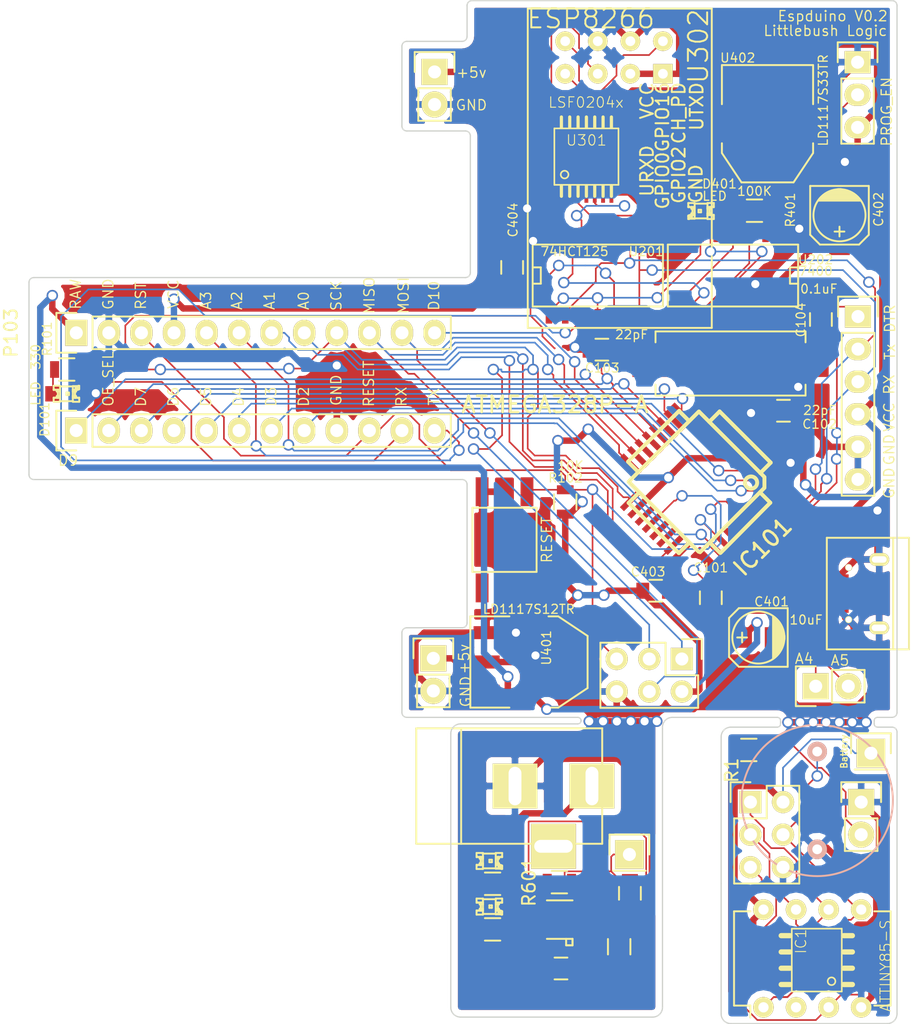
<source format=kicad_pcb>
(kicad_pcb (version 4) (host pcbnew "(2014-12-16 BZR 5324)-product")
  (title_block (title EspDuino) (rev 1) (company "Littlebush Logic"))
  (layers (0 F.Cu signal) (31 B.Cu signal) (34 B.Paste user hide) (35 F.Paste user hide) (36 B.SilkS user) (37 F.SilkS user) (38 B.Mask user hide) (39 F.Mask user hide) (44 Edge.Cuts user))
  (net 0 "")
  (net 1 GND)
  (net 2 /DTR)
  (net 3 /RESET)
  (net 4 "Net-(D101-Pad1)")
  (net 5 /D4)
  (net 6 /A1)
  (net 7 /SCK)
  (net 8 /A0)
  (net 9 /A5)
  (net 10 /A4)
  (net 11 /A3)
  (net 12 /A2)
  (net 13 /D5)
  (net 14 /D6)
  (net 15 /D7)
  (net 16 /D9)
  (net 17 /D10)
  (net 18 /MOSI)
  (net 19 /MISO)
  (net 20 "Net-(C101-Pad1)")
  (net 21 "Net-(C102-Pad2)")
  (net 22 "Net-(C103-Pad2)")
  (net 23 "/Voltage Regulation/RAW")
  (net 24 "Net-(D401-Pad1)")
  (net 25 "/UART Selector/TX")
  (net 26 "/UART Selector/RX")
  (net 27 "/UART Selector/OE_Sel")
  (net 28 "/ESP Interface/RX")
  (net 29 "/UART Selector/~PROG_EN")
  (net 30 +6V)
  (net 31 /Freezy/MISO)
  (net 32 /Freezy/SCK)
  (net 33 /Freezy/MOSI)
  (net 34 /Freezy/~RST)
  (net 35 "Net-(D601-Pad2)")
  (net 36 "Net-(D601-Pad1)")
  (net 37 "Net-(D602-Pad2)")
  (net 38 "Net-(D602-Pad1)")
  (net 39 /Freezy/ADC)
  (net 40 "Net-(R601-Pad2)")
  (net 41 "Net-(R604-Pad2)")
  (net 42 "Net-(U201-Pad1)")
  (net 43 "/UART Selector/RX_2")
  (net 44 "Net-(U201-Pad10)")
  (net 45 "Net-(U202-Pad3)")
  (net 46 "Net-(U301-Pad10)")
  (net 47 "Net-(U301-Pad11)")
  (net 48 "Net-(U301-Pad12)")
  (net 49 "Net-(U301-Pad13)")
  (net 50 /D3)
  (net 51 /D2)
  (net 52 "/UART Selector/RX_1")
  (net 53 "/UART Selector/TX_1")
  (net 54 +3V3)
  (net 55 "Net-(C602-Pad2)")
  (net 56 "Net-(BT1-Pad1)")
  (net 57 VCC)
  (module Capacitors_SMD:C_0805 (layer F.Cu) (at 157.4292 59.8932 270)
    (fp_text reference C104 (at 0.0308 1.5592 270) (layer F.SilkS) (effects (font (size 0.7 0.7) (thickness 0.1))))
    (fp_text value 0.1uF (at -2.3822 0.1622 360) (layer F.SilkS) (effects (font (size 0.7 0.7) (thickness 0.1))))
    (pad 1 smd rect (at -1 0 270) (size 1 1.25) (layers F.Cu F.Paste F.Mask) (net 2 /DTR))
    (pad 2 smd rect (at 1 0 270) (size 1 1.25) (layers F.Cu F.Paste F.Mask) (net 3 /RESET))
  )
  (module LEDs:LED-0805 (layer F.Cu) (at 98.59264 65.6844)
    (fp_text reference D101 (at -1.69164 2.0066 270) (layer F.SilkS) (effects (font (size 0.7 0.7) (thickness 0.1))))
    (fp_text value LED (at -2.39014 -0.0254 90) (layer F.SilkS) (effects (font (size 0.7 0.7) (thickness 0.1))))
    (pad 1 smd rect (at -1.04902 0) (size 1.19888 1.19888) (layers F.Cu F.Paste F.Mask) (net 4 "Net-(D101-Pad1)"))
    (pad 2 smd rect (at 1.04902 0) (size 1.19888 1.19888) (layers F.Cu F.Paste F.Mask) (net 1 GND))
  )
  (module Resistors_SMD:R_0805 (layer F.Cu) (at 98.61804 63.78956)
    (fp_text reference R101 (at -1.52654 -2.38506 90) (layer F.SilkS) (effects (font (size 0.7 0.7) (thickness 0.1))))
    (fp_text value 330 (at -2.41554 -0.98806 90) (layer F.SilkS) (effects (font (size 0.7 0.7) (thickness 0.1))))
    (pad 1 smd rect (at -0.95 0) (size 0.7 1.3) (layers F.Cu F.Paste F.Mask) (net 4 "Net-(D101-Pad1)"))
    (pad 2 smd rect (at 0.95 0) (size 0.7 1.3) (layers F.Cu F.Paste F.Mask) (net 7 /SCK))
  )
  (module Resistors_SMD:R_0805 (layer F.Cu) (at 137.4902 74.1172 90)
    (fp_text reference R102 (at 1.8742 0.0283 180) (layer F.SilkS) (effects (font (size 0.7 0.7) (thickness 0.1))))
    (fp_text value 10K (at 2.8267 0.4093 360) (layer F.SilkS) (effects (font (size 0.7 0.7) (thickness 0.1))))
    (pad 1 smd rect (at -0.95 0 90) (size 0.7 1.3) (layers F.Cu F.Paste F.Mask) (net 57 VCC))
    (pad 2 smd rect (at 0.95 0 90) (size 0.7 1.3) (layers F.Cu F.Paste F.Mask) (net 3 /RESET))
  )
  (module Crystals:Crystal_HC49-SD_SMD (layer F.Cu) (at 150.3807 63.3222 180)
    (fp_text reference X101 hide)
    (fp_text value 16Mhz)
    (pad 1 smd rect (at -4.84886 0 180) (size 5.6007 2.10058) (layers F.Cu F.Paste F.Mask) (net 21 "Net-(C102-Pad2)"))
    (pad 2 smd rect (at 4.84886 0 180) (size 5.6007 2.10058) (layers F.Cu F.Paste F.Mask) (net 22 "Net-(C103-Pad2)"))
  )
  (module Capacitors_SMD:C_0805 (layer F.Cu) (at 148.844 81.5848 270)
    (fp_text reference C101 (at -2.3368 0 540) (layer F.SilkS) (effects (font (size 0.7 0.7) (thickness 0.1))))
    (fp_text value 0.1uf)
    (pad 1 smd rect (at -1 0 270) (size 1 1.25) (layers F.Cu F.Paste F.Mask) (net 20 "Net-(C101-Pad1)"))
    (pad 2 smd rect (at 1 0 270) (size 1 1.25) (layers F.Cu F.Paste F.Mask) (net 1 GND))
  )
  (module Capacitors_SMD:C_0805 (layer F.Cu) (at 154.5082 67.0052 180)
    (fp_text reference C102 (at -2.8223 -1.0468 180) (layer F.SilkS) (effects (font (size 0.7 0.7) (thickness 0.1))))
    (fp_text value 22pF (at -2.8223 0.0327 360) (layer F.SilkS) (effects (font (size 0.7 0.7) (thickness 0.1))))
    (pad 1 smd rect (at -1 0 180) (size 1 1.25) (layers F.Cu F.Paste F.Mask) (net 1 GND))
    (pad 2 smd rect (at 1 0 180) (size 1 1.25) (layers F.Cu F.Paste F.Mask) (net 21 "Net-(C102-Pad2)"))
  )
  (module Capacitors_SMD:C_0805 (layer F.Cu) (at 140.3477 62.2427)
    (fp_text reference C103 (at 0.0283 1.4278) (layer F.SilkS) (effects (font (size 0.7 0.7) (thickness 0.1))))
    (fp_text value 22pF (at 2.3143 -1.1757) (layer F.SilkS) (effects (font (size 0.7 0.7) (thickness 0.1))))
    (pad 1 smd rect (at -1 0) (size 1 1.25) (layers F.Cu F.Paste F.Mask) (net 1 GND))
    (pad 2 smd rect (at 1 0) (size 1 1.25) (layers F.Cu F.Paste F.Mask) (net 22 "Net-(C103-Pad2)"))
  )
  (module Capacitors_SMD:c_elec_4x5.8 (layer F.Cu) (at 152.5524 84.6836 180)
    (fp_text reference C401 (at -1.0316 2.7886 180) (layer F.SilkS) (effects (font (size 0.7 0.7) (thickness 0.1))))
    (fp_text value 10uF (at -3.7211 1.3716 180) (layer F.SilkS) (effects (font (size 0.7 0.7) (thickness 0.1))))
    (pad 1 smd rect (at 1.80086 0 180) (size 2.60096 1.6002) (layers F.Cu F.Paste F.Mask) (net 23 "/Voltage Regulation/RAW"))
    (pad 2 smd rect (at -1.80086 0 180) (size 2.60096 1.6002) (layers F.Cu F.Paste F.Mask) (net 1 GND))
  )
  (module Capacitors_SMD:c_elec_4x5.8 (layer F.Cu) (at 158.877 51.7652 270)
    (fp_text reference C402 (at -0.4572 -3.048 270) (layer F.SilkS) (effects (font (size 0.7 0.7) (thickness 0.1))))
    (fp_text value 10uF)
    (pad 1 smd rect (at 1.80086 0 270) (size 2.60096 1.6002) (layers F.Cu F.Paste F.Mask) (net 57 VCC))
    (pad 2 smd rect (at -1.80086 0 270) (size 2.60096 1.6002) (layers F.Cu F.Paste F.Mask) (net 1 GND))
  )
  (module Capacitors_SMD:C_0805 (layer F.Cu) (at 144.5387 81.0387)
    (fp_text reference C403 (at -0.5842 -1.4732) (layer F.SilkS) (effects (font (size 0.7 0.7) (thickness 0.1))))
    (fp_text value 0.1uF)
    (pad 1 smd rect (at -1 0) (size 1 1.25) (layers F.Cu F.Paste F.Mask) (net 57 VCC))
    (pad 2 smd rect (at 1 0) (size 1 1.25) (layers F.Cu F.Paste F.Mask) (net 1 GND))
  )
  (module Capacitors_SMD:C_0805 (layer F.Cu) (at 133.35 55.8292 270)
    (fp_text reference C404 (at -3.6957 -0.0635 270) (layer F.SilkS) (effects (font (size 0.7 0.7) (thickness 0.1))))
    (fp_text value 0.1uF)
    (pad 1 smd rect (at -1 0 270) (size 1 1.25) (layers F.Cu F.Paste F.Mask) (net 57 VCC))
    (pad 2 smd rect (at 1 0 270) (size 1 1.25) (layers F.Cu F.Paste F.Mask) (net 1 GND))
  )
  (module LEDs:LED-0805 (layer F.Cu) (at 148.082 51.435 180)
    (fp_text reference D401 (at -1.438 2.1155 180) (layer F.SilkS) (effects (font (size 0.7 0.7) (thickness 0.1))))
    (fp_text value LED (at -1.057 1.163 180) (layer F.SilkS) (effects (font (size 0.7 0.7) (thickness 0.1))))
    (pad 1 smd rect (at -1.04902 0 180) (size 1.19888 1.19888) (layers F.Cu F.Paste F.Mask) (net 24 "Net-(D401-Pad1)"))
    (pad 2 smd rect (at 1.04902 0 180) (size 1.19888 1.19888) (layers F.Cu F.Paste F.Mask) (net 1 GND))
  )
  (module SMD_Packages:SOIC-14_N (layer F.Cu) (at 140.0302 56.3372)
    (fp_text reference U201 (at 3.7748 -1.7472) (layer F.SilkS) (effects (font (size 0.7 0.7) (thickness 0.1))))
    (fp_text value 74HCT125 (at -1.8132 -1.7472) (layer F.SilkS) (effects (font (size 0.7 0.7) (thickness 0.1))))
    (pad 1 smd rect (at -3.81 3.302) (size 0.508 1.143) (layers F.Cu F.Paste F.Mask) (net 42 "Net-(U201-Pad1)"))
    (pad 2 smd rect (at -2.54 3.302) (size 0.508 1.143) (layers F.Cu F.Paste F.Mask) (net 25 "/UART Selector/TX"))
    (pad 3 smd rect (at -1.27 3.302) (size 0.508 1.143) (layers F.Cu F.Paste F.Mask) (net 53 "/UART Selector/TX_1"))
    (pad 4 smd rect (at 0 3.302) (size 0.508 1.143) (layers F.Cu F.Paste F.Mask) (net 42 "Net-(U201-Pad1)"))
    (pad 5 smd rect (at 1.27 3.302) (size 0.508 1.143) (layers F.Cu F.Paste F.Mask) (net 52 "/UART Selector/RX_1"))
    (pad 6 smd rect (at 2.54 3.302) (size 0.508 1.143) (layers F.Cu F.Paste F.Mask) (net 26 "/UART Selector/RX"))
    (pad 7 smd rect (at 3.81 3.302) (size 0.508 1.143) (layers F.Cu F.Paste F.Mask))
    (pad 8 smd rect (at 3.81 -3.048) (size 0.508 1.143) (layers F.Cu F.Paste F.Mask) (net 28 "/ESP Interface/RX"))
    (pad 9 smd rect (at 2.54 -3.048) (size 0.508 1.143) (layers F.Cu F.Paste F.Mask) (net 25 "/UART Selector/TX"))
    (pad 11 smd rect (at 0 -3.048) (size 0.508 1.143) (layers F.Cu F.Paste F.Mask) (net 26 "/UART Selector/RX"))
    (pad 12 smd rect (at -1.27 -3.048) (size 0.508 1.143) (layers F.Cu F.Paste F.Mask) (net 43 "/UART Selector/RX_2"))
    (pad 13 smd rect (at -2.54 -3.048) (size 0.508 1.143) (layers F.Cu F.Paste F.Mask) (net 44 "Net-(U201-Pad10)"))
    (pad 14 smd rect (at -3.81 -3.048) (size 0.508 1.143) (layers F.Cu F.Paste F.Mask))
    (pad 10 smd rect (at 1.27 -3.048) (size 0.508 1.143) (layers F.Cu F.Paste F.Mask) (net 44 "Net-(U201-Pad10)"))
  )
  (module SMD_Packages:SOIC-14_N (layer F.Cu) (at 150.5712 56.5912 180)
    (fp_text reference U202 (at -6.4418 1.3662 180) (layer F.SilkS) (effects (font (size 0.7 0.7) (thickness 0.1))))
    (fp_text value 7400 (at -6.4418 0.4772 180) (layer F.SilkS) (effects (font (size 0.7 0.7) (thickness 0.1))))
    (pad 1 smd rect (at -3.81 3.302 180) (size 0.508 1.143) (layers F.Cu F.Paste F.Mask) (net 27 "/UART Selector/OE_Sel"))
    (pad 2 smd rect (at -2.54 3.302 180) (size 0.508 1.143) (layers F.Cu F.Paste F.Mask) (net 27 "/UART Selector/OE_Sel"))
    (pad 3 smd rect (at -1.27 3.302 180) (size 0.508 1.143) (layers F.Cu F.Paste F.Mask) (net 45 "Net-(U202-Pad3)"))
    (pad 4 smd rect (at 0 3.302 180) (size 0.508 1.143) (layers F.Cu F.Paste F.Mask) (net 27 "/UART Selector/OE_Sel"))
    (pad 5 smd rect (at 1.27 3.302 180) (size 0.508 1.143) (layers F.Cu F.Paste F.Mask) (net 29 "/UART Selector/~PROG_EN"))
    (pad 6 smd rect (at 2.54 3.302 180) (size 0.508 1.143) (layers F.Cu F.Paste F.Mask) (net 42 "Net-(U201-Pad1)"))
    (pad 7 smd rect (at 3.81 3.302 180) (size 0.508 1.143) (layers F.Cu F.Paste F.Mask) (net 1 GND))
    (pad 8 smd rect (at 3.81 -3.048 180) (size 0.508 1.143) (layers F.Cu F.Paste F.Mask) (net 44 "Net-(U201-Pad10)"))
    (pad 9 smd rect (at 2.54 -3.048 180) (size 0.508 1.143) (layers F.Cu F.Paste F.Mask) (net 45 "Net-(U202-Pad3)"))
    (pad 11 smd rect (at 0 -3.048 180) (size 0.508 1.143) (layers F.Cu F.Paste F.Mask))
    (pad 12 smd rect (at -1.27 -3.048 180) (size 0.508 1.143) (layers F.Cu F.Paste F.Mask))
    (pad 13 smd rect (at -2.54 -3.048 180) (size 0.508 1.143) (layers F.Cu F.Paste F.Mask))
    (pad 14 smd rect (at -3.81 -3.048 180) (size 0.508 1.143) (layers F.Cu F.Paste F.Mask) (net 57 VCC))
    (pad 10 smd rect (at 1.27 -3.048 180) (size 0.508 1.143) (layers F.Cu F.Paste F.Mask) (net 29 "/UART Selector/~PROG_EN"))
  )
  (module SMD_Packages:SOT-223 (layer F.Cu) (at 134.661 86.594 270)
    (fp_text reference U401 (at -1.1078 -1.3643 270) (layer F.SilkS) (effects (font (size 0.7 0.7) (thickness 0.1))))
    (fp_text value LD1117S12TR (at -4.1148 0.0127 360) (layer F.SilkS) (effects (font (size 0.7 0.7) (thickness 0.1))))
    (pad 4 smd rect (at 0 -3.302 270) (size 3.6576 2.032) (layers F.Cu F.Paste F.Mask))
    (pad 2 smd rect (at 0 3.302 270) (size 1.016 2.032) (layers F.Cu F.Paste F.Mask) (net 57 VCC))
    (pad 3 smd rect (at 2.286 3.302 270) (size 1.016 2.032) (layers F.Cu F.Paste F.Mask) (net 23 "/Voltage Regulation/RAW"))
    (pad 1 smd rect (at -2.286 3.302 270) (size 1.016 2.032) (layers F.Cu F.Paste F.Mask) (net 1 GND))
  )
  (module SMD_Packages:SOT-223 (layer F.Cu) (at 153.2636 44.6278 180)
    (fp_text reference U402 (at 2.3241 5.1308 180) (layer F.SilkS) (effects (font (size 0.7 0.7) (thickness 0.1))))
    (fp_text value LD1117S33TR (at -4.3434 1.8288 270) (layer F.SilkS) (effects (font (size 0.7 0.7) (thickness 0.1))))
    (pad 4 smd rect (at 0 -3.302 180) (size 3.6576 2.032) (layers F.Cu F.Paste F.Mask))
    (pad 2 smd rect (at 0 3.302 180) (size 1.016 2.032) (layers F.Cu F.Paste F.Mask) (net 54 +3V3))
    (pad 3 smd rect (at 2.286 3.302 180) (size 1.016 2.032) (layers F.Cu F.Paste F.Mask) (net 57 VCC))
    (pad 1 smd rect (at -2.286 3.302 180) (size 1.016 2.032) (layers F.Cu F.Paste F.Mask) (net 1 GND))
  )
  (module Pin_Headers:Pin_Header_Straight_1x02 (layer F.Cu) (at 127.3 40.5892)
    (fp_text reference P401 hide)
    (fp_text value CONN_01X02 hide)
    (pad 1 thru_hole rect (at 0 0) (size 2.032 2.032) (drill 1.016) (layers *.Cu *.Mask F.SilkS) (net 57 VCC))
    (pad 2 thru_hole oval (at 0 2.54) (size 2.032 2.032) (drill 1.016) (layers *.Cu *.Mask F.SilkS) (net 1 GND))
  )
  (module Pin_Headers:Pin_Header_Straight_1x02 (layer F.Cu) (at 127.2032 86.3092)
    (fp_text reference P402 hide)
    (fp_text value CONN_01X02 hide)
    (pad 1 thru_hole rect (at 0 0) (size 2.032 2.032) (drill 1.016) (layers *.Cu *.Mask F.SilkS) (net 57 VCC))
    (pad 2 thru_hole oval (at 0 2.54) (size 2.032 2.032) (drill 1.016) (layers *.Cu *.Mask F.SilkS) (net 1 GND))
  )
  (module Capacitors_SMD:C_0805 (layer F.Cu) (at 137.16 110.49)
    (fp_text reference C601 hide)
    (fp_text value 1uF)
    (pad 1 smd rect (at -1 0) (size 1 1.25) (layers F.Cu F.Paste F.Mask) (net 30 +6V))
    (pad 2 smd rect (at 1 0) (size 1 1.25) (layers F.Cu F.Paste F.Mask) (net 1 GND))
  )
  (module Capacitors_SMD:C_0805 (layer F.Cu) (at 142.535 104.628 90)
    (fp_text reference C602 hide)
    (fp_text value 1uF)
    (pad 1 smd rect (at -1 0 90) (size 1 1.25) (layers F.Cu F.Paste F.Mask) (net 1 GND))
    (pad 2 smd rect (at 1 0 90) (size 1 1.25) (layers F.Cu F.Paste F.Mask) (net 55 "Net-(C602-Pad2)"))
  )
  (module Connect:BARREL_JACK (layer F.Cu) (at 133.37286 96.266)
    (fp_text reference CON601 hide)
    (fp_text value BARREL_JACK hide)
    (pad 1 thru_hole rect (at 6.20014 0) (size 3.50012 3.50012) (drill oval 1.00076 2.99974) (layers *.Cu *.Mask F.SilkS) (net 30 +6V))
    (pad 2 thru_hole rect (at 0.20066 0) (size 3.50012 3.50012) (drill oval 1.00076 2.99974) (layers *.Cu *.Mask F.SilkS) (net 1 GND))
    (pad 3 thru_hole rect (at 3.2004 4.699) (size 3.50012 3.50012) (drill oval 2.99974 1.00076) (layers *.Cu *.Mask F.SilkS))
  )
  (module LEDs:LED-0805 (layer F.Cu) (at 131.572 102.108 180)
    (fp_text reference D601 hide)
    (fp_text value LED hide)
    (pad 2 smd rect (at 1.04902 0) (size 1.19888 1.19888) (layers F.Cu F.Paste F.Mask) (net 35 "Net-(D601-Pad2)"))
    (pad 1 smd rect (at -1.04902 0) (size 1.19888 1.19888) (layers F.Cu F.Paste F.Mask) (net 36 "Net-(D601-Pad1)"))
  )
  (module LEDs:LED-0805 (layer F.Cu) (at 131.572 105.664 180)
    (fp_text reference D602 hide)
    (fp_text value LED hide)
    (pad 2 smd rect (at 1.04902 0) (size 1.19888 1.19888) (layers F.Cu F.Paste F.Mask) (net 37 "Net-(D602-Pad2)"))
    (pad 1 smd rect (at -1.04902 0) (size 1.19888 1.19888) (layers F.Cu F.Paste F.Mask) (net 38 "Net-(D602-Pad1)"))
  )
  (module Pin_Headers:Pin_Header_Straight_1x01 (layer F.Cu) (at 142.494 101.6)
    (fp_text reference P601 hide)
    (fp_text value BATT+)
    (pad 1 thru_hole rect (at 0 0) (size 2.2352 2.2352) (drill 1.016) (layers *.Cu *.Mask F.SilkS) (net 55 "Net-(C602-Pad2)"))
  )
  (module Resistors_SMD:R_0805 (layer F.Cu) (at 137.033 103.759 180)
    (fp_text reference R601 (at 2.372 0.02 270) (layer F.SilkS))
    (fp_text value 10K)
    (pad 1 smd rect (at -0.95 0 180) (size 0.7 1.3) (layers F.Cu F.Paste F.Mask) (net 1 GND))
    (pad 2 smd rect (at 0.95 0 180) (size 0.7 1.3) (layers F.Cu F.Paste F.Mask) (net 40 "Net-(R601-Pad2)"))
  )
  (module Resistors_SMD:R_0805 (layer F.Cu) (at 131.826 103.886 180)
    (fp_text reference R602 hide)
    (fp_text value 1K)
    (pad 1 smd rect (at -0.95 0 180) (size 0.7 1.3) (layers F.Cu F.Paste F.Mask) (net 30 +6V))
    (pad 2 smd rect (at 0.95 0 180) (size 0.7 1.3) (layers F.Cu F.Paste F.Mask) (net 35 "Net-(D601-Pad2)"))
  )
  (module Resistors_SMD:R_0805 (layer F.Cu) (at 131.826 107.442 180)
    (fp_text reference R603 hide)
    (fp_text value 1K hide)
    (pad 1 smd rect (at -0.95 0 180) (size 0.7 1.3) (layers F.Cu F.Paste F.Mask) (net 30 +6V))
    (pad 2 smd rect (at 0.95 0 180) (size 0.7 1.3) (layers F.Cu F.Paste F.Mask) (net 37 "Net-(D602-Pad2)"))
  )
  (module Resistors_SMD:R_0805 (layer F.Cu) (at 141.6968 108.7936 90)
    (fp_text reference R604 hide)
    (fp_text value R)
    (pad 1 smd rect (at -0.95 0 90) (size 0.7 1.3) (layers F.Cu F.Paste F.Mask) (net 1 GND))
    (pad 2 smd rect (at 0.95 0 90) (size 0.7 1.3) (layers F.Cu F.Paste F.Mask) (net 41 "Net-(R604-Pad2)"))
  )
  (module footprints:WSON10 (layer F.Cu) (at 142.06 105.18 90)
    (fp_text reference U601 hide)
    (fp_text value LM3658)
    (pad 1 smd rect (at -2.5 -3.5 90) (size 0.25 0.6) (layers F.Cu F.Paste F.Mask) (net 30 +6V))
    (pad 2 smd rect (at -2 -3.5 90) (size 0.25 0.6) (layers F.Cu F.Paste F.Mask))
    (pad 3 smd rect (at -1.5 -3.5 90) (size 0.25 0.6) (layers F.Cu F.Paste F.Mask) (net 1 GND))
    (pad 4 smd rect (at -1 -3.5 90) (size 0.25 0.6) (layers F.Cu F.Paste F.Mask))
    (pad 5 smd rect (at -0.5 -3.5 90) (size 0.25 0.6) (layers F.Cu F.Paste F.Mask) (net 1 GND))
    (pad 6 smd rect (at -2.5 -6.3 90) (size 0.25 0.6) (layers F.Cu F.Paste F.Mask) (net 38 "Net-(D602-Pad1)"))
    (pad 7 smd rect (at -2 -6.3 90) (size 0.25 0.6) (layers F.Cu F.Paste F.Mask) (net 36 "Net-(D601-Pad1)"))
    (pad 9 smd rect (at -1 -6.3 90) (size 0.25 0.6) (layers F.Cu F.Paste F.Mask) (net 40 "Net-(R601-Pad2)"))
    (pad 10 smd rect (at -0.5 -6.3 90) (size 0.25 0.6) (layers F.Cu F.Paste F.Mask) (net 55 "Net-(C602-Pad2)"))
    (pad 8 smd rect (at -1.5 -6.3 90) (size 0.25 0.6) (layers F.Cu F.Paste F.Mask) (net 41 "Net-(R604-Pad2)"))
    (pad 11 smd rect (at -1.5 -4.9 90) (size 2 1.6) (layers F.Cu F.Paste F.Mask))
  )
  (module Pin_Headers:Pin_Header_Straight_2x03 (layer F.Cu) (at 151.933 97.516)
    (fp_text reference CON1 hide)
    (fp_text value AVR-ISP-6)
    (pad 1 thru_hole rect (at 0 0) (size 1.7272 1.7272) (drill 1.016) (layers *.Cu *.Mask F.SilkS) (net 31 /Freezy/MISO))
    (pad 2 thru_hole oval (at 2.54 0) (size 1.7272 1.7272) (drill 1.016) (layers *.Cu *.Mask F.SilkS) (net 56 "Net-(BT1-Pad1)"))
    (pad 3 thru_hole oval (at 0 2.54) (size 1.7272 1.7272) (drill 1.016) (layers *.Cu *.Mask F.SilkS) (net 32 /Freezy/SCK))
    (pad 4 thru_hole oval (at 2.54 2.54) (size 1.7272 1.7272) (drill 1.016) (layers *.Cu *.Mask F.SilkS) (net 33 /Freezy/MOSI))
    (pad 5 thru_hole oval (at 0 5.08) (size 1.7272 1.7272) (drill 1.016) (layers *.Cu *.Mask F.SilkS) (net 34 /Freezy/~RST))
    (pad 6 thru_hole oval (at 2.54 5.08) (size 1.7272 1.7272) (drill 1.016) (layers *.Cu *.Mask F.SilkS) (net 1 GND))
  )
  (module Pin_Headers:Pin_Header_Straight_2x03 (layer F.Cu) (at 146.5834 86.36 270)
    (fp_text reference CON102 hide)
    (fp_text value AVR-ISP-6)
    (pad 1 thru_hole rect (at 0 0 270) (size 1.7272 1.7272) (drill 1.016) (layers *.Cu *.Mask F.SilkS) (net 19 /MISO))
    (pad 2 thru_hole oval (at 2.54 0 270) (size 1.7272 1.7272) (drill 1.016) (layers *.Cu *.Mask F.SilkS) (net 57 VCC))
    (pad 3 thru_hole oval (at 0 2.54 270) (size 1.7272 1.7272) (drill 1.016) (layers *.Cu *.Mask F.SilkS) (net 7 /SCK))
    (pad 4 thru_hole oval (at 2.54 2.54 270) (size 1.7272 1.7272) (drill 1.016) (layers *.Cu *.Mask F.SilkS) (net 18 /MOSI))
    (pad 5 thru_hole oval (at 0 5.08 270) (size 1.7272 1.7272) (drill 1.016) (layers *.Cu *.Mask F.SilkS) (net 3 /RESET))
    (pad 6 thru_hole oval (at 2.54 5.08 270) (size 1.7272 1.7272) (drill 1.016) (layers *.Cu *.Mask F.SilkS) (net 1 GND))
  )
  (module Housings_DIP:DIP-8_W7.62mm (layer F.Cu) (at 152.949 113.518 90)
    (fp_text reference IC2 hide)
    (fp_text value ATTINY85-P hide)
    (pad 1 thru_hole oval (at 0 0 90) (size 1.6 1.6) (drill 0.8) (layers *.Cu *.Mask F.SilkS) (net 34 /Freezy/~RST))
    (pad 2 thru_hole oval (at 0 2.54 90) (size 1.6 1.6) (drill 0.8) (layers *.Cu *.Mask F.SilkS))
    (pad 3 thru_hole oval (at 0 5.08 90) (size 1.6 1.6) (drill 0.8) (layers *.Cu *.Mask F.SilkS) (net 39 /Freezy/ADC))
    (pad 4 thru_hole oval (at 0 7.62 90) (size 1.6 1.6) (drill 0.8) (layers *.Cu *.Mask F.SilkS) (net 1 GND))
    (pad 5 thru_hole oval (at 7.62 7.62 90) (size 1.6 1.6) (drill 0.8) (layers *.Cu *.Mask F.SilkS) (net 33 /Freezy/MOSI))
    (pad 6 thru_hole oval (at 7.62 5.08 90) (size 1.6 1.6) (drill 0.8) (layers *.Cu *.Mask F.SilkS) (net 31 /Freezy/MISO))
    (pad 7 thru_hole oval (at 7.62 2.54 90) (size 1.6 1.6) (drill 0.8) (layers *.Cu *.Mask F.SilkS) (net 32 /Freezy/SCK))
    (pad 8 thru_hole oval (at 7.62 0 90) (size 1.6 1.6) (drill 0.8) (layers *.Cu *.Mask F.SilkS) (net 56 "Net-(BT1-Pad1)"))
  )
  (module footprints:TQFP32_08 (layer F.Cu) (at 143.4592 72.5932 225)
    (fp_text reference IC101 (at -3.1242 -10.2108 225) (layer F.SilkS) (effects (font (size 1.27 1.27) (thickness 0.2032))))
    (fp_text value ATMEGA328P-A (at 0.495682 9.07317 540) (layer F.SilkS) (effects (font (size 1.27 1.27) (thickness 0.2032))))
    (pad 8 smd rect (at -7.99084 -0.39878 225) (size 1.99898 0.44958) (layers F.Cu F.Paste F.Mask) (net 22 "Net-(C103-Pad2)"))
    (pad 7 smd rect (at -7.99084 -1.19888 225) (size 1.99898 0.44958) (layers F.Cu F.Paste F.Mask) (net 21 "Net-(C102-Pad2)"))
    (pad 6 smd rect (at -7.99084 -1.99898 225) (size 1.99898 0.44958) (layers F.Cu F.Paste F.Mask))
    (pad 5 smd rect (at -7.99084 -2.79908 225) (size 1.99898 0.44958) (layers F.Cu F.Paste F.Mask) (net 1 GND))
    (pad 4 smd rect (at -7.99084 -3.59918 225) (size 1.99898 0.44958) (layers F.Cu F.Paste F.Mask) (net 57 VCC))
    (pad 3 smd rect (at -7.99084 -4.39928 225) (size 1.99898 0.44958) (layers F.Cu F.Paste F.Mask) (net 1 GND))
    (pad 2 smd rect (at -7.99084 -5.19938 225) (size 1.99898 0.44958) (layers F.Cu F.Paste F.Mask) (net 5 /D4))
    (pad 1 smd rect (at -7.99084 -5.99948 225) (size 1.99898 0.44958) (layers F.Cu F.Paste F.Mask) (net 50 /D3))
    (pad 24 smd rect (at 1.5748 -5.9944 225) (size 1.99898 0.44958) (layers F.Cu F.Paste F.Mask) (net 6 /A1))
    (pad 17 smd rect (at 1.5748 -0.381 225) (size 1.99898 0.44958) (layers F.Cu F.Paste F.Mask) (net 7 /SCK))
    (pad 18 smd rect (at 1.5748 -1.1938 225) (size 1.99898 0.44958) (layers F.Cu F.Paste F.Mask) (net 57 VCC))
    (pad 19 smd rect (at 1.5748 -2.0066 225) (size 1.99898 0.44958) (layers F.Cu F.Paste F.Mask))
    (pad 20 smd rect (at 1.5748 -2.794 225) (size 1.99898 0.44958) (layers F.Cu F.Paste F.Mask) (net 20 "Net-(C101-Pad1)"))
    (pad 21 smd rect (at 1.5748 -3.6068 225) (size 1.99898 0.44958) (layers F.Cu F.Paste F.Mask))
    (pad 22 smd rect (at 1.5748 -4.3942 225) (size 1.99898 0.44958) (layers F.Cu F.Paste F.Mask))
    (pad 23 smd rect (at 1.5748 -5.207 225) (size 1.99898 0.44958) (layers F.Cu F.Paste F.Mask) (net 8 /A0))
    (pad 32 smd rect (at -5.99948 -8.001 225) (size 0.44958 1.99898) (layers F.Cu F.Paste F.Mask) (net 51 /D2))
    (pad 31 smd rect (at -5.20192 -8.001 225) (size 0.44958 1.99898) (layers F.Cu F.Paste F.Mask) (net 25 "/UART Selector/TX"))
    (pad 30 smd rect (at -4.39928 -8.001 225) (size 0.44958 1.99898) (layers F.Cu F.Paste F.Mask) (net 26 "/UART Selector/RX"))
    (pad 29 smd rect (at -3.60172 -8.001 225) (size 0.44958 1.99898) (layers F.Cu F.Paste F.Mask) (net 3 /RESET))
    (pad 28 smd rect (at -2.79908 -8.001 225) (size 0.44958 1.99898) (layers F.Cu F.Paste F.Mask) (net 9 /A5))
    (pad 27 smd rect (at -2.00152 -8.001 225) (size 0.44958 1.99898) (layers F.Cu F.Paste F.Mask) (net 10 /A4))
    (pad 26 smd rect (at -1.19888 -8.001 225) (size 0.44958 1.99898) (layers F.Cu F.Paste F.Mask) (net 11 /A3))
    (pad 25 smd rect (at -0.40132 -8.001 225) (size 0.44958 1.99898) (layers F.Cu F.Paste F.Mask) (net 12 /A2))
    (pad 9 smd rect (at -5.9944 1.6002 225) (size 0.44958 1.99898) (layers F.Cu F.Paste F.Mask) (net 13 /D5))
    (pad 10 smd rect (at -5.207 1.6002 225) (size 0.44958 1.99898) (layers F.Cu F.Paste F.Mask) (net 14 /D6))
    (pad 11 smd rect (at -4.3942 1.6002 225) (size 0.44958 1.99898) (layers F.Cu F.Paste F.Mask) (net 15 /D7))
    (pad 12 smd rect (at -3.6068 1.6002 225) (size 0.44958 1.99898) (layers F.Cu F.Paste F.Mask) (net 27 "/UART Selector/OE_Sel"))
    (pad 13 smd rect (at -2.8194 1.6002 225) (size 0.44958 1.99898) (layers F.Cu F.Paste F.Mask) (net 16 /D9))
    (pad 14 smd rect (at -2.0066 1.6002 225) (size 0.44958 1.99898) (layers F.Cu F.Paste F.Mask) (net 17 /D10))
    (pad 15 smd rect (at -1.1938 1.6002 225) (size 0.44958 1.99898) (layers F.Cu F.Paste F.Mask) (net 18 /MOSI))
    (pad 16 smd rect (at -0.381 1.6002 225) (size 0.44958 1.99898) (layers F.Cu F.Paste F.Mask) (net 19 /MISO))
  )
  (module Pin_Headers:Pin_Header_Straight_1x02 (layer F.Cu) (at 160.569 97.516)
    (fp_text reference P1 hide)
    (fp_text value CONN_01X02 hide)
    (pad 1 thru_hole rect (at 0 0) (size 2.032 2.032) (drill 1.016) (layers *.Cu *.Mask F.SilkS) (net 1 GND))
    (pad 2 thru_hole oval (at 0 2.54) (size 2.032 2.032) (drill 1.016) (layers *.Cu *.Mask F.SilkS) (net 39 /Freezy/ADC))
  )
  (module Resistors_SMD:R_0805 (layer F.Cu) (at 151.806 93.452 180)
    (fp_text reference R1 (at 1.3335 -1.5875 270) (layer F.SilkS))
    (fp_text value R hide)
    (pad 1 smd rect (at -0.95 0 180) (size 0.7 1.3) (layers F.Cu F.Paste F.Mask) (net 56 "Net-(BT1-Pad1)"))
    (pad 2 smd rect (at 0.95 0 180) (size 0.7 1.3) (layers F.Cu F.Paste F.Mask) (net 39 /Freezy/ADC))
  )
  (module footprints:ESP8266_2 (layer F.Cu) (at 134.3132 57.8792)
    (fp_text reference U302 (at 13.5558 -19.2912 270) (layer F.SilkS) (effects (font (size 1.5 1.5))))
    (fp_text value ESP8266 (at 5.1738 -21.4502 180) (layer F.SilkS) (effects (font (size 1.5 1.5))))
    (fp_text user VCC (at 9.5553 -15.0367 270) (layer F.SilkS))
    (fp_text user GPIO16 (at 10.7618 -13.7667 270) (layer F.SilkS))
    (fp_text user CH_PD (at 12.0318 -14.0842 270) (layer F.SilkS))
    (fp_text user UTXD (at 13.4288 -14.5922 90) (layer F.SilkS))
    (fp_text user URXD (at 9.5553 -9.5757 270) (layer F.SilkS))
    (fp_text user GPIO0 (at 10.7618 -8.8137 270) (layer F.SilkS))
    (fp_text user GPIO2 (at 12.0318 -9.2582 270) (layer F.SilkS))
    (fp_text user GND (at 13.3653 -8.5597 270) (layer F.SilkS))
    (pad 2 thru_hole rect (at 10.795 -17.145 180) (size 1.524 1.524) (drill 0.762) (layers *.Cu *.Mask F.SilkS) (net 54 +3V3))
    (pad 4 thru_hole circle (at 8.255 -17.145 180) (size 1.524 1.524) (drill 0.762) (layers *.Cu *.Mask F.SilkS) (net 54 +3V3))
    (pad 6 thru_hole circle (at 5.715 -17.145 180) (size 1.524 1.524) (drill 0.762) (layers *.Cu *.Mask F.SilkS) (net 49 "Net-(U301-Pad13)"))
    (pad 8 thru_hole circle (at 3.175 -17.145 180) (size 1.524 1.524) (drill 0.762) (layers *.Cu *.Mask F.SilkS) (net 48 "Net-(U301-Pad12)"))
    (pad 1 thru_hole circle (at 10.795 -19.685 180) (size 1.524 1.524) (drill 0.762) (layers *.Cu *.Mask F.SilkS) (net 46 "Net-(U301-Pad10)"))
    (pad 3 thru_hole circle (at 8.255 -19.685 180) (size 1.524 1.524) (drill 0.762) (layers *.Cu *.Mask F.SilkS) (net 54 +3V3))
    (pad 5 thru_hole circle (at 5.715 -19.685 180) (size 1.524 1.524) (drill 0.762) (layers *.Cu *.Mask F.SilkS) (net 1 GND))
    (pad 7 thru_hole circle (at 3.175 -19.685 180) (size 1.524 1.524) (drill 0.762) (layers *.Cu *.Mask F.SilkS) (net 47 "Net-(U301-Pad11)"))
  )
  (module ab2_so:AB2_SO08 (layer F.Cu) (at 157.107 109.835 90)
    (fp_text reference IC1 (at 1.4605 -1.237 90) (layer F.SilkS) (effects (font (size 0.8128 0.8128) (thickness 0.0762))))
    (fp_text value ATTINY85-S (at -0.4445 5.367 270) (layer F.SilkS) (effects (font (size 0.8128 0.8128) (thickness 0.0762))))
    (pad 1 smd rect (at -1.905 2.7 90) (size 0.6 1.5) (layers F.Cu F.Paste F.Mask) (net 34 /Freezy/~RST))
    (pad 2 smd rect (at -0.635 2.7 90) (size 0.6 1.5) (layers F.Cu F.Paste F.Mask))
    (pad 3 smd rect (at 0.635 2.7 90) (size 0.6 1.5) (layers F.Cu F.Paste F.Mask) (net 39 /Freezy/ADC))
    (pad 4 smd rect (at 1.905 2.7 90) (size 0.6 1.5) (layers F.Cu F.Paste F.Mask) (net 1 GND))
    (pad 5 smd rect (at 1.905 -2.7 90) (size 0.6 1.5) (layers F.Cu F.Paste F.Mask) (net 33 /Freezy/MOSI))
    (pad 6 smd rect (at 0.635 -2.7 90) (size 0.6 1.5) (layers F.Cu F.Paste F.Mask) (net 31 /Freezy/MISO))
    (pad 7 smd rect (at -0.635 -2.7 90) (size 0.6 1.5) (layers F.Cu F.Paste F.Mask) (net 32 /Freezy/SCK))
    (pad 8 smd rect (at -1.905 -2.7 90) (size 0.6 1.5) (layers F.Cu F.Paste F.Mask) (net 56 "Net-(BT1-Pad1)"))
  )
  (module Pin_Headers:Pin_Header_Straight_1x12 (layer F.Cu) (at 99.355 68.55 90)
    (fp_text reference P102 hide)
    (fp_text value CONN_01X12 hide)
    (pad 1 thru_hole rect (at 0 0 90) (size 2.032 1.7272) (drill 1.016) (layers *.Cu *.Mask F.SilkS) (net 16 /D9))
    (pad 2 thru_hole oval (at 0 2.54 90) (size 2.032 1.7272) (drill 1.016) (layers *.Cu *.Mask F.SilkS) (net 27 "/UART Selector/OE_Sel"))
    (pad 3 thru_hole oval (at 0 5.08 90) (size 2.032 1.7272) (drill 1.016) (layers *.Cu *.Mask F.SilkS) (net 15 /D7))
    (pad 4 thru_hole oval (at 0 7.62 90) (size 2.032 1.7272) (drill 1.016) (layers *.Cu *.Mask F.SilkS) (net 14 /D6))
    (pad 5 thru_hole oval (at 0 10.16 90) (size 2.032 1.7272) (drill 1.016) (layers *.Cu *.Mask F.SilkS) (net 13 /D5))
    (pad 6 thru_hole oval (at 0 12.7 90) (size 2.032 1.7272) (drill 1.016) (layers *.Cu *.Mask F.SilkS) (net 5 /D4))
    (pad 7 thru_hole oval (at 0 15.24 90) (size 2.032 1.7272) (drill 1.016) (layers *.Cu *.Mask F.SilkS) (net 50 /D3))
    (pad 8 thru_hole oval (at 0 17.78 90) (size 2.032 1.7272) (drill 1.016) (layers *.Cu *.Mask F.SilkS) (net 51 /D2))
    (pad 9 thru_hole oval (at 0 20.32 90) (size 2.032 1.7272) (drill 1.016) (layers *.Cu *.Mask F.SilkS) (net 1 GND))
    (pad 10 thru_hole oval (at 0 22.86 90) (size 2.032 1.7272) (drill 1.016) (layers *.Cu *.Mask F.SilkS) (net 3 /RESET))
    (pad 11 thru_hole oval (at 0 25.4 90) (size 2.032 1.7272) (drill 1.016) (layers *.Cu *.Mask F.SilkS) (net 52 "/UART Selector/RX_1"))
    (pad 12 thru_hole oval (at 0 27.94 90) (size 2.032 1.7272) (drill 1.016) (layers *.Cu *.Mask F.SilkS) (net 53 "/UART Selector/TX_1"))
  )
  (module Resistors_SMD:R_0805_HandSoldering (layer F.Cu) (at 152.2476 51.4096 180)
    (fp_text reference R401 (at -2.7969 0.0581 270) (layer F.SilkS) (effects (font (size 0.7 0.7) (thickness 0.1))))
    (fp_text value 100K (at -0.0029 1.5186 180) (layer F.SilkS) (effects (font (size 0.7 0.7) (thickness 0.1))))
    (pad 1 smd rect (at -1.35 0 180) (size 1.5 1.3) (layers F.Cu F.Paste F.Mask) (net 57 VCC))
    (pad 2 smd rect (at 1.35 0 180) (size 1.5 1.3) (layers F.Cu F.Paste F.Mask) (net 24 "Net-(D401-Pad1)"))
  )
  (module footprints:buzzer (layer B.Cu) (at 157.14 97.389 90)
    (fp_text reference SP1 hide)
    (fp_text value SPEAKER hide)
    (pad 1 thru_hole circle (at -3.81 0 90) (size 1.524 1.524) (drill 0.762) (layers *.Cu *.Mask B.SilkS) (net 1 GND))
    (pad 2 thru_hole circle (at 3.81 0 90) (size 1.524 1.524) (drill 0.762) (layers *.Cu *.Mask B.SilkS) (net 33 /Freezy/MOSI))
  )
  (module footprints:4x4_Tactile_SMD_switch (layer F.Cu) (at 132.756 77.069 270)
    (fp_text reference SW101 hide)
    (fp_text value SPST hide)
    (pad 1 smd rect (at -3.75 -1.75 270) (size 2.25 1) (layers F.Cu F.Paste F.Mask) (net 3 /RESET))
    (pad 2 smd rect (at -3.75 1.75 270) (size 2.25 1) (layers F.Cu F.Paste F.Mask) (net 1 GND))
    (pad 3 smd rect (at 3.75 -1.75 270) (size 2.25 1) (layers F.Cu F.Paste F.Mask))
    (pad 4 smd rect (at 3.75 1.75 270) (size 2.25 1) (layers F.Cu F.Paste F.Mask))
  )
  (module ab2_tssop:AB2_TSSOP14 (layer F.Cu) (at 139.1412 47.1932)
    (fp_text reference U301 (at 0 -1.27) (layer F.SilkS) (effects (font (size 0.8128 0.8128) (thickness 0.0762))))
    (fp_text value LSF0204x (at -0.0352 -4.2237) (layer F.SilkS) (effects (font (size 0.8128 0.8128) (thickness 0.0762))))
    (pad 10 smd rect (at 0.65 -2.8) (size 0.3 1.6) (layers F.Cu F.Paste F.Mask) (net 46 "Net-(U301-Pad10)"))
    (pad 9 smd rect (at 1.3 -2.8) (size 0.3 1.6) (layers F.Cu F.Paste F.Mask))
    (pad 8 smd rect (at 1.95 -2.8) (size 0.3 1.6) (layers F.Cu F.Paste F.Mask) (net 57 VCC))
    (pad 7 smd rect (at 1.95 2.8) (size 0.3 1.6) (layers F.Cu F.Paste F.Mask) (net 1 GND))
    (pad 6 smd rect (at 1.3 2.8) (size 0.3 1.6) (layers F.Cu F.Paste F.Mask))
    (pad 5 smd rect (at 0.65 2.8) (size 0.3 1.6) (layers F.Cu F.Paste F.Mask) (net 43 "/UART Selector/RX_2"))
    (pad 1 smd rect (at -1.95 2.8) (size 0.3 1.6) (layers F.Cu F.Paste F.Mask) (net 57 VCC))
    (pad 2 smd rect (at -1.3 2.8) (size 0.3 1.6) (layers F.Cu F.Paste F.Mask))
    (pad 3 smd rect (at -0.65 2.8) (size 0.3 1.6) (layers F.Cu F.Paste F.Mask) (net 28 "/ESP Interface/RX"))
    (pad 4 smd rect (at 0 2.8) (size 0.3 1.6) (layers F.Cu F.Paste F.Mask))
    (pad 11 smd rect (at 0 -2.8) (size 0.3 1.6) (layers F.Cu F.Paste F.Mask) (net 47 "Net-(U301-Pad11)"))
    (pad 12 smd rect (at -0.65 -2.8) (size 0.3 1.6) (layers F.Cu F.Paste F.Mask) (net 48 "Net-(U301-Pad12)"))
    (pad 13 smd rect (at -1.3 -2.8) (size 0.3 1.6) (layers F.Cu F.Paste F.Mask) (net 49 "Net-(U301-Pad13)"))
    (pad 14 smd rect (at -1.95 -2.8) (size 0.3 1.6) (layers F.Cu F.Paste F.Mask) (net 54 +3V3))
  )
  (module Pin_Headers:Pin_Header_Straight_1x01 (layer F.Cu) (at 161.331 93.706)
    (fp_text reference BT1 hide)
    (fp_text value Battery (at -2.0955 -0.127 270) (layer F.SilkS) (effects (font (size 0.5 0.5) (thickness 0.1))))
    (pad 1 thru_hole rect (at 0 0) (size 2.2352 2.2352) (drill 1.016) (layers *.Cu *.Mask F.SilkS) (net 56 "Net-(BT1-Pad1)"))
  )
  (module Pin_Headers:Pin_Header_Straight_1x03 (layer F.Cu) (at 160.2896 39.8326)
    (fp_text reference P101 hide)
    (fp_text value CONN_01X03 hide)
    (pad 1 thru_hole rect (at 0 0) (size 2.032 1.7272) (drill 1.016) (layers *.Cu *.Mask F.SilkS) (net 1 GND))
    (pad 2 thru_hole oval (at 0 2.54) (size 2.032 1.7272) (drill 1.016) (layers *.Cu *.Mask F.SilkS) (net 29 "/UART Selector/~PROG_EN"))
    (pad 3 thru_hole oval (at 0 5.08) (size 2.032 1.7272) (drill 1.016) (layers *.Cu *.Mask F.SilkS) (net 57 VCC))
  )
  (module Pin_Headers:Pin_Header_Straight_1x12 (layer F.Cu) (at 99.36 60.93 90)
    (fp_text reference P103 (at 0 -5.1 90) (layer F.SilkS))
    (fp_text value CONN_01X12 hide)
    (pad 1 thru_hole rect (at 0 0 90) (size 2.032 1.7272) (drill 1.016) (layers *.Cu *.Mask F.SilkS) (net 23 "/Voltage Regulation/RAW"))
    (pad 2 thru_hole oval (at 0 2.54 90) (size 2.032 1.7272) (drill 1.016) (layers *.Cu *.Mask F.SilkS) (net 1 GND))
    (pad 3 thru_hole oval (at 0 5.08 90) (size 2.032 1.7272) (drill 1.016) (layers *.Cu *.Mask F.SilkS) (net 3 /RESET))
    (pad 4 thru_hole oval (at 0 7.62 90) (size 2.032 1.7272) (drill 1.016) (layers *.Cu *.Mask F.SilkS) (net 57 VCC))
    (pad 5 thru_hole oval (at 0 10.16 90) (size 2.032 1.7272) (drill 1.016) (layers *.Cu *.Mask F.SilkS) (net 11 /A3))
    (pad 6 thru_hole oval (at 0 12.7 90) (size 2.032 1.7272) (drill 1.016) (layers *.Cu *.Mask F.SilkS) (net 12 /A2))
    (pad 7 thru_hole oval (at 0 15.24 90) (size 2.032 1.7272) (drill 1.016) (layers *.Cu *.Mask F.SilkS) (net 6 /A1))
    (pad 8 thru_hole oval (at 0 17.78 90) (size 2.032 1.7272) (drill 1.016) (layers *.Cu *.Mask F.SilkS) (net 8 /A0))
    (pad 9 thru_hole oval (at 0 20.32 90) (size 2.032 1.7272) (drill 1.016) (layers *.Cu *.Mask F.SilkS) (net 7 /SCK))
    (pad 10 thru_hole oval (at 0 22.86 90) (size 2.032 1.7272) (drill 1.016) (layers *.Cu *.Mask F.SilkS) (net 19 /MISO))
    (pad 11 thru_hole oval (at 0 25.4 90) (size 2.032 1.7272) (drill 1.016) (layers *.Cu *.Mask F.SilkS) (net 18 /MOSI))
    (pad 12 thru_hole oval (at 0 27.94 90) (size 2.032 1.7272) (drill 1.016) (layers *.Cu *.Mask F.SilkS) (net 17 /D10))
  )
  (module Pin_Headers:Pin_Header_Straight_1x02 (layer F.Cu) (at 157.02316 88.48376 90)
    (fp_text reference P105 hide)
    (fp_text value CONN_01X02 hide)
    (pad 1 thru_hole rect (at 0 0 90) (size 2.032 2.032) (drill 1.016) (layers *.Cu *.Mask F.SilkS) (net 10 /A4))
    (pad 2 thru_hole oval (at 0 2.54 90) (size 2.032 2.032) (drill 1.016) (layers *.Cu *.Mask F.SilkS) (net 9 /A5))
  )
  (module Pin_Headers:Pin_Header_Straight_1x06 (layer F.Cu) (at 160.32 59.66)
    (fp_text reference P104 hide)
    (fp_text value FTDI)
    (pad 1 thru_hole rect (at 0 0) (size 2.032 1.7272) (drill 1.016) (layers *.Cu *.Mask F.SilkS) (net 2 /DTR))
    (pad 2 thru_hole oval (at 0 2.54) (size 2.032 1.7272) (drill 1.016) (layers *.Cu *.Mask F.SilkS) (net 25 "/UART Selector/TX"))
    (pad 3 thru_hole oval (at 0 5.08) (size 2.032 1.7272) (drill 1.016) (layers *.Cu *.Mask F.SilkS) (net 26 "/UART Selector/RX"))
    (pad 4 thru_hole oval (at 0 7.62) (size 2.032 1.7272) (drill 1.016) (layers *.Cu *.Mask F.SilkS) (net 57 VCC))
    (pad 5 thru_hole oval (at 0 10.16) (size 2.032 1.7272) (drill 1.016) (layers *.Cu *.Mask F.SilkS) (net 1 GND))
    (pad 6 thru_hole oval (at 0 12.7) (size 2.032 1.7272) (drill 1.016) (layers *.Cu *.Mask F.SilkS) (net 1 GND))
  )
  (module footprints:USB_Micro-B (layer F.Cu) (at 160.4772 81.26 90)
    (fp_text reference CON101 hide)
    (fp_text value USB-MICRO-B hide)
    (pad 1 smd rect (at -1.3009 -1.56254 180) (size 1.35 0.4) (layers F.Cu F.Paste F.Mask) (net 57 VCC))
    (pad 2 smd rect (at -0.6509 -1.56254 180) (size 1.35 0.4) (layers F.Cu F.Paste F.Mask))
    (pad 3 smd rect (at -0.0009 -1.56254 180) (size 1.35 0.4) (layers F.Cu F.Paste F.Mask))
    (pad 4 smd rect (at 0.6491 -1.56254 180) (size 1.35 0.4) (layers F.Cu F.Paste F.Mask))
    (pad 5 smd rect (at 1.2991 -1.56254 180) (size 1.35 0.4) (layers F.Cu F.Paste F.Mask) (net 1 GND))
    (pad 6 thru_hole circle (at -2.032 -0.889 180) (size 0.55 0.55) (drill 0.45) (layers *.Cu *.Mask F.SilkS) (net 1 GND))
    (pad 6 thru_hole circle (at 2.032 -0.889 180) (size 0.55 0.55) (drill 0.45) (layers *.Cu *.Mask F.SilkS) (net 1 GND))
    (pad 6 thru_hole oval (at -2.67 1.49 180) (size 1.55 1) (drill oval 1.15 0.5) (layers *.Cu *.Mask F.SilkS) (net 1 GND))
    (pad 6 thru_hole oval (at 2.66 1.5 180) (size 1.55 1) (drill oval 1.15 0.5) (layers *.Cu *.Mask F.SilkS) (net 1 GND))
  )
  (gr_text "Littlebush Logic" (at 157.775 37.3815) (layer F.SilkS) (effects (font (size 0.8 0.8) (thickness 0.1))))
  (gr_text "Espduino V0.2" (at 158.3465 36.2385) (layer F.SilkS) (effects (font (size 0.8 0.8) (thickness 0.1))))
  (gr_arc (start 162.982 92.055) (end 162.982 91.674) (angle 90) (layer Edge.Cuts) (width 0.1))
  (gr_arc (start 162.982 90.531) (end 163.363 90.531) (angle 90) (layer Edge.Cuts) (width 0.1))
  (gr_arc (start 162.982 35.413) (end 162.982 35.032) (angle 90) (layer Edge.Cuts) (width 0.1))
  (gr_arc (start 130.216 35.413) (end 129.835 35.413) (angle 90) (layer Edge.Cuts) (width 0.1))
  (gr_arc (start 129.454 37.826) (end 129.835 37.826) (angle 90) (layer Edge.Cuts) (width 0.1))
  (gr_arc (start 125.136 38.588) (end 124.755 38.588) (angle 90) (layer Edge.Cuts) (width 0.1))
  (gr_arc (start 125.136 44.811) (end 125.136 45.192) (angle 90) (layer Edge.Cuts) (width 0.1))
  (gr_arc (start 129.708 45.573) (end 129.708 45.192) (angle 90) (layer Edge.Cuts) (width 0.1))
  (gr_arc (start 129.708 56.241) (end 130.089 56.241) (angle 90) (layer Edge.Cuts) (width 0.1))
  (gr_arc (start 96.053 57.003) (end 95.672 57.003) (angle 90) (layer Edge.Cuts) (width 0.1))
  (gr_arc (start 96.053 71.989) (end 96.053 72.37) (angle 90) (layer Edge.Cuts) (width 0.1))
  (gr_arc (start 129.454 72.751) (end 129.454 72.37) (angle 90) (layer Edge.Cuts) (width 0.1))
  (gr_arc (start 129.454 83.546) (end 129.835 83.546) (angle 90) (layer Edge.Cuts) (width 0.1))
  (gr_arc (start 125.136 84.308) (end 124.755 84.308) (angle 90) (layer Edge.Cuts) (width 0.1))
  (gr_arc (start 125.136 90.531) (end 125.136 90.912) (angle 90) (layer Edge.Cuts) (width 0.1))
  (gr_arc (start 138.471 91.166) (end 138.471 90.912) (angle 90) (layer Edge.Cuts) (width 0.1))
  (gr_arc (start 138.471 91.166) (end 138.725 91.166) (angle 90) (layer Edge.Cuts) (width 0.1))
  (gr_arc (start 129.327 92.182) (end 128.565 92.182) (angle 90) (layer Edge.Cuts) (width 0.1))
  (gr_arc (start 129.327 113.518) (end 129.327 114.28) (angle 90) (layer Edge.Cuts) (width 0.1))
  (gr_arc (start 144.313 113.518) (end 145.075 113.518) (angle 90) (layer Edge.Cuts) (width 0.1))
  (gr_arc (start 161.839 91.42) (end 161.839 91.674) (angle 90) (layer Edge.Cuts) (width 0.1))
  (gr_arc (start 161.839 91.166) (end 161.585 91.166) (angle 90) (layer Edge.Cuts) (width 0.1))
  (gr_arc (start 154.0285 91.166) (end 154.0285 90.912) (angle 90) (layer Edge.Cuts) (width 0.1))
  (gr_arc (start 154.0285 91.42) (end 154.2825 91.42) (angle 90) (layer Edge.Cuts) (width 0.1))
  (gr_arc (start 145.837 91.674) (end 145.075 91.674) (angle 90) (layer Edge.Cuts) (width 0.1))
  (gr_arc (start 150.409 92.436) (end 149.647 92.436) (angle 90) (layer Edge.Cuts) (width 0.1))
  (gr_arc (start 150.409 114.026) (end 150.409 114.788) (angle 90) (layer Edge.Cuts) (width 0.1))
  (gr_arc (start 162.601 114.026) (end 163.363 114.026) (angle 90) (layer Edge.Cuts) (width 0.1))
  (gr_line (start 162.982 90.912) (end 161.839 90.912) (layer Edge.Cuts) (width 0.1))
  (gr_line (start 149.647 114.026) (end 149.647 103.866) (layer Edge.Cuts) (width 0.1))
  (gr_line (start 162.601 114.788) (end 150.409 114.788) (layer Edge.Cuts) (width 0.1))
  (gr_line (start 138.471 90.912) (end 125.136 90.912) (layer Edge.Cuts) (width 0.1))
  (gr_line (start 138.725 91.166) (end 138.725 91.166) (layer Edge.Cuts) (width 0.1))
  (gr_line (start 129.327 91.42) (end 138.471 91.42) (layer Edge.Cuts) (width 0.1))
  (gr_line (start 128.565 113.518) (end 128.565 92.182) (layer Edge.Cuts) (width 0.1))
  (gr_line (start 144.313 114.28) (end 129.327 114.28) (layer Edge.Cuts) (width 0.1))
  (gr_line (start 145.075 91.674) (end 145.075 113.518) (layer Edge.Cuts) (width 0.1))
  (gr_line (start 149.647 98.532) (end 149.647 103.866) (layer Edge.Cuts) (width 0.1))
  (gr_line (start 149.647 92.436) (end 149.647 98.532) (layer Edge.Cuts) (width 0.1))
  (gr_line (start 154.0285 91.674) (end 150.409 91.674) (layer Edge.Cuts) (width 0.1))
  (gr_line (start 161.585 91.166) (end 161.585 91.42) (layer Edge.Cuts) (width 0.1))
  (gr_line (start 154.2825 91.166) (end 154.2825 91.42) (layer Edge.Cuts) (width 0.1))
  (gr_line (start 162.982 91.674) (end 161.839 91.674) (layer Edge.Cuts) (width 0.1))
  (gr_line (start 163.363 114.026) (end 163.363 92.055) (layer Edge.Cuts) (width 0.1))
  (gr_line (start 130.216 35.032) (end 162.982 35.032) (layer Edge.Cuts) (width 0.1))
  (gr_line (start 129.835 35.413) (end 129.835 37.826) (layer Edge.Cuts) (width 0.1))
  (gr_line (start 125.136 38.207) (end 129.454 38.207) (layer Edge.Cuts) (width 0.1))
  (gr_line (start 124.755 44.811) (end 124.755 38.588) (layer Edge.Cuts) (width 0.1))
  (gr_line (start 125.136 45.192) (end 129.708 45.192) (layer Edge.Cuts) (width 0.1))
  (gr_line (start 130.089 56.241) (end 130.089 45.573) (layer Edge.Cuts) (width 0.1))
  (gr_line (start 163.363 90.531) (end 163.363 35.413) (layer Edge.Cuts) (width 0.1))
  (gr_line (start 145.837 90.912) (end 154.0285 90.912) (layer Edge.Cuts) (width 0.1))
  (gr_line (start 124.755 84.308) (end 124.755 90.531) (layer Edge.Cuts) (width 0.1))
  (gr_line (start 125.136 83.927) (end 129.454 83.927) (layer Edge.Cuts) (width 0.1))
  (gr_line (start 129.835 72.751) (end 129.835 83.546) (layer Edge.Cuts) (width 0.1))
  (gr_line (start 129.708 56.622) (end 96.053 56.622) (layer Edge.Cuts) (width 0.1))
  (gr_line (start 95.672 66.528) (end 95.672 71.989) (layer Edge.Cuts) (width 0.1))
  (gr_line (start 129.454 72.37) (end 96.053 72.37) (layer Edge.Cuts) (width 0.1))
  (gr_line (start 95.672 66.528) (end 95.672 57.003) (layer Edge.Cuts) (width 0.1))
  (gr_text PROG_EN (at 162.56 43.688 90) (layer F.SilkS) (effects (font (size 0.8 0.8) (thickness 0.1))))
  (gr_text RESET (at 136.058 77.069 90) (layer F.SilkS) (effects (font (size 0.8 0.8) (thickness 0.1))))
  (gr_text A5 (at 158.918 86.467) (layer F.SilkS) (effects (font (size 0.8 0.8) (thickness 0.1))))
  (gr_text A4 (at 156.124 86.34) (layer F.SilkS) (effects (font (size 0.8 0.8) (thickness 0.1))))
  (gr_text Tx (at 162.814 62.4205 90) (layer F.SilkS) (effects (font (size 0.8 0.8) (thickness 0.1))))
  (gr_text RX (at 162.7505 64.9605 90) (layer F.SilkS) (effects (font (size 0.8 0.8) (thickness 0.1))))
  (gr_text GND (at 162.7505 72.644 90) (layer F.SilkS) (effects (font (size 0.8 0.8) (thickness 0.1))))
  (gr_text "GND\n" (at 162.7505 70.0405 90) (layer F.SilkS) (effects (font (size 0.8 0.8) (thickness 0.1))))
  (gr_text VCC (at 162.7505 67.5005 90) (layer F.SilkS) (effects (font (size 0.8 0.8) (thickness 0.1))))
  (gr_text DTR (at 162.814 59.817 90) (layer F.SilkS) (effects (font (size 0.8 0.8) (thickness 0.1))))
  (gr_text GND (at 129.7305 88.9 90) (layer F.SilkS) (effects (font (size 0.8 0.8) (thickness 0.1))))
  (gr_text "+5v\n" (at 129.6035 86.36 90) (layer F.SilkS) (effects (font (size 0.8 0.8) (thickness 0.1))))
  (gr_text GND (at 130.175 43.18) (layer F.SilkS) (effects (font (size 0.8 0.8) (thickness 0.1))))
  (gr_text "+5v\n" (at 130.175 40.64) (layer F.SilkS) (effects (font (size 0.8 0.8) (thickness 0.1))))
  (gr_text TX (at 127.254 65.913 90) (layer F.SilkS) (effects (font (size 0.8 0.8) (thickness 0.1))))
  (gr_text RX (at 124.714 65.913 90) (layer F.SilkS) (effects (font (size 0.8 0.8) (thickness 0.1))))
  (gr_text RESET (at 122.174 64.897 90) (layer F.SilkS) (effects (font (size 0.8 0.8) (thickness 0.1))))
  (gr_text "GND\n" (at 119.634 65.405 90) (layer F.SilkS) (effects (font (size 0.8 0.8) (thickness 0.1))))
  (gr_text D2 (at 117.094 65.913 90) (layer F.SilkS) (effects (font (size 0.8 0.8) (thickness 0.1))))
  (gr_text D3 (at 114.554 65.913 90) (layer F.SilkS) (effects (font (size 0.8 0.8) (thickness 0.1))))
  (gr_text D4 (at 112.014 65.913 90) (layer F.SilkS) (effects (font (size 0.8 0.8) (thickness 0.1))))
  (gr_text D6 (at 106.934 65.913 90) (layer F.SilkS) (effects (font (size 0.8 0.8) (thickness 0.1))))
  (gr_text D5 (at 109.474 65.913 90) (layer F.SilkS) (effects (font (size 0.8 0.8) (thickness 0.1))))
  (gr_text D7 (at 104.394 65.913 90) (layer F.SilkS) (effects (font (size 0.8 0.8) (thickness 0.1))))
  (gr_text OE_SEL (at 101.854 64.516 90) (layer F.SilkS) (effects (font (size 0.8 0.8) (thickness 0.1))))
  (gr_text "D9\n" (at 98.7252 70.8792) (layer F.SilkS) (effects (font (size 0.8 0.8) (thickness 0.1))))
  (gr_text D10 (at 127.254 58.039 90) (layer F.SilkS) (effects (font (size 0.8 0.8) (thickness 0.1))))
  (gr_text "MOSI\n" (at 124.882 58.019 90) (layer F.SilkS) (effects (font (size 0.8 0.8) (thickness 0.1))))
  (gr_text "MISO\n" (at 122.215 58.019 90) (layer F.SilkS) (effects (font (size 0.8 0.8) (thickness 0.1))))
  (gr_text SCK (at 119.634 58.039 90) (layer F.SilkS) (effects (font (size 0.8 0.8) (thickness 0.1))))
  (gr_text "A0\n" (at 117.094 58.42 90) (layer F.SilkS) (effects (font (size 0.8 0.8) (thickness 0.1))))
  (gr_text A1 (at 114.427 58.42 90) (layer F.SilkS) (effects (font (size 0.8 0.8) (thickness 0.1))))
  (gr_text A2 (at 111.887 58.42 90) (layer F.SilkS) (effects (font (size 0.8 0.8) (thickness 0.1))))
  (gr_text A3 (at 109.474 58.42 90) (layer F.SilkS) (effects (font (size 0.8 0.8) (thickness 0.1))))
  (gr_text VCC (at 106.934 57.912 90) (layer F.SilkS) (effects (font (size 0.8 0.8) (thickness 0.1))))
  (gr_text RST (at 104.394 58.039 90) (layer F.SilkS) (effects (font (size 0.8 0.8) (thickness 0.1))))
  (gr_text RAW (at 99.314 57.912 90) (layer F.SilkS) (effects (font (size 0.8 0.8) (thickness 0.1))))
  (gr_text GND (at 101.854 57.912 90) (layer F.SilkS) (effects (font (size 0.8 0.8) (thickness 0.1))))
  (segment (start 133.57352 96.266) (end 135.700581 94.138939) (width 0.5) (layer F.Cu) (net 1))
  (segment (start 135.700581 94.138939) (end 141.624661 94.138939) (width 0.5) (layer F.Cu) (net 1))
  (segment (start 141.624661 94.138939) (end 144.242611 96.756889) (width 0.5) (layer F.Cu) (net 1))
  (segment (start 144.242611 96.756889) (end 144.242611 107.497789) (width 0.5) (layer F.Cu) (net 1))
  (segment (start 144.242611 107.497789) (end 141.9968 109.7436) (width 0.5) (layer F.Cu) (net 1))
  (segment (start 141.9968 109.7436) (end 141.6968 109.7436) (width 0.5) (layer F.Cu) (net 1))
  (segment (start 141.6968 109.7436) (end 141.3968 109.7436) (width 0.5) (layer F.Cu) (net 1))
  (segment (start 141.3968 109.7436) (end 140.358 108.7048) (width 0.5) (layer F.Cu) (net 1))
  (segment (start 140.358 108.7048) (end 140.358 106.68) (width 0.5) (layer F.Cu) (net 1))
  (segment (start 141.6968 109.7436) (end 138.9064 109.7436) (width 0.5) (layer F.Cu) (net 1))
  (segment (start 138.9064 109.7436) (end 138.16 110.49) (width 0.5) (layer F.Cu) (net 1))
  (segment (start 138.56 106.68) (end 140.358 106.68) (width 0.254) (layer F.Cu) (net 1))
  (segment (start 140.358 106.68) (end 140.378 106.66) (width 0.254) (layer F.Cu) (net 1))
  (segment (start 142.535 105.628) (end 141.41 105.628) (width 0.5) (layer F.Cu) (net 1))
  (segment (start 141.41 105.628) (end 140.378 106.66) (width 0.5) (layer F.Cu) (net 1))
  (segment (start 142.535 105.628) (end 142.41 105.628) (width 0.5) (layer F.Cu) (net 1))
  (segment (start 142.41 105.628) (end 140.541 103.759) (width 0.5) (layer F.Cu) (net 1))
  (segment (start 140.541 103.759) (end 137.983 103.759) (width 0.5) (layer F.Cu) (net 1))
  (segment (start 137.983 103.759) (end 137.983 104.909) (width 0.5) (layer F.Cu) (net 1))
  (segment (start 137.983 104.909) (end 138.591 105.517) (width 0.5) (layer F.Cu) (net 1))
  (segment (start 159.979159 83.93) (end 159.979159 83.777299) (width 0.5) (layer F.Cu) (net 1))
  (segment (start 159.979159 83.777299) (end 159.339761 83.137901) (width 0.5) (layer F.Cu) (net 1))
  (segment (start 159.339761 83.137901) (end 159.31406 83.137901) (width 0.5) (layer F.Cu) (net 1))
  (segment (start 154.473 102.596) (end 155.489 102.596) (width 0.5) (layer B.Cu) (net 1))
  (segment (start 155.489 102.596) (end 157.013 101.072) (width 0.5) (layer B.Cu) (net 1))
  (segment (start 160.569 97.516) (end 161.962001 98.909001) (width 0.5) (layer F.Cu) (net 1))
  (segment (start 161.962001 98.909001) (end 161.962001 104.726897) (width 0.5) (layer F.Cu) (net 1))
  (segment (start 161.962001 104.726897) (end 161.746001 104.942897) (width 0.5) (layer F.Cu) (net 1))
  (segment (start 159.807 107.93) (end 160.265602 107.93) (width 0.5) (layer F.Cu) (net 1))
  (segment (start 160.265602 107.93) (end 161.368999 109.033397) (width 0.5) (layer F.Cu) (net 1))
  (segment (start 161.368999 109.033397) (end 161.368999 112.718001) (width 0.5) (layer F.Cu) (net 1))
  (segment (start 161.368999 112.718001) (end 160.569 113.518) (width 0.5) (layer F.Cu) (net 1))
  (segment (start 159.807 107.93) (end 159.807 107.5744) (width 0.5) (layer F.Cu) (net 1))
  (segment (start 159.807 107.5744) (end 160.306399 107.075001) (width 0.5) (layer F.Cu) (net 1))
  (segment (start 160.306399 107.075001) (end 161.133961 107.075001) (width 0.5) (layer F.Cu) (net 1))
  (segment (start 161.133961 107.075001) (end 161.746001 106.462961) (width 0.5) (layer F.Cu) (net 1))
  (segment (start 161.746001 106.462961) (end 161.746001 104.942897) (width 0.5) (layer F.Cu) (net 1))
  (segment (start 161.746001 104.942897) (end 157.875104 101.072) (width 0.5) (layer F.Cu) (net 1))
  (segment (start 157.875104 101.072) (end 157.013 101.072) (width 0.5) (layer F.Cu) (net 1))
  (segment (start 155.8065 91.293) (end 154.854 91.293) (width 0.5) (layer F.Cu) (net 1))
  (via (at 154.854 91.293) (size 0.889) (layers F.Cu B.Cu) (net 1))
  (segment (start 156.8225 91.293) (end 155.8065 91.293) (width 0.5) (layer B.Cu) (net 1))
  (via (at 155.8065 91.293) (size 0.889) (layers F.Cu B.Cu) (net 1))
  (segment (start 157.8385 91.293) (end 156.8225 91.293) (width 0.5) (layer F.Cu) (net 1))
  (via (at 156.8225 91.293) (size 0.889) (layers F.Cu B.Cu) (net 1))
  (segment (start 158.8545 91.293) (end 157.8385 91.293) (width 0.5) (layer B.Cu) (net 1))
  (via (at 157.8385 91.293) (size 0.889) (layers F.Cu B.Cu) (net 1))
  (segment (start 159.8705 91.293) (end 158.8545 91.293) (width 0.5) (layer F.Cu) (net 1))
  (via (at 158.8545 91.293) (size 0.889) (layers F.Cu B.Cu) (net 1))
  (segment (start 160.95 91.293) (end 159.8705 91.293) (width 0.5) (layer B.Cu) (net 1))
  (via (at 159.8705 91.293) (size 0.889) (layers F.Cu B.Cu) (net 1))
  (segment (start 160.292761 90.003761) (end 160.292761 90.635761) (width 0.5) (layer F.Cu) (net 1))
  (segment (start 160.292761 90.635761) (end 160.95 91.293) (width 0.5) (layer F.Cu) (net 1))
  (via (at 160.95 91.293) (size 0.889) (layers F.Cu B.Cu) (net 1))
  (segment (start 143.678 91.216111) (end 144.6305 91.216111) (width 0.5) (layer B.Cu) (net 1))
  (via (at 144.6305 91.216111) (size 0.889) (layers F.Cu B.Cu) (net 1))
  (segment (start 142.5985 91.216111) (end 143.678 91.216111) (width 0.5) (layer F.Cu) (net 1))
  (via (at 143.678 91.216111) (size 0.889) (layers F.Cu B.Cu) (net 1))
  (segment (start 141.519 91.2295) (end 142.585111 91.2295) (width 0.5) (layer B.Cu) (net 1))
  (segment (start 142.585111 91.2295) (end 142.5985 91.216111) (width 0.5) (layer B.Cu) (net 1))
  (via (at 142.5985 91.216111) (size 0.889) (layers F.Cu B.Cu) (net 1))
  (segment (start 140.4395 91.216111) (end 141.505611 91.216111) (width 0.5) (layer F.Cu) (net 1))
  (segment (start 141.505611 91.216111) (end 141.519 91.2295) (width 0.5) (layer F.Cu) (net 1))
  (via (at 141.519 91.2295) (size 0.889) (layers F.Cu B.Cu) (net 1))
  (segment (start 139.36 91.216111) (end 140.4395 91.216111) (width 0.5) (layer B.Cu) (net 1))
  (via (at 140.4395 91.216111) (size 0.889) (layers F.Cu B.Cu) (net 1))
  (segment (start 142.871001 90.267601) (end 140.30851 90.267601) (width 0.5) (layer F.Cu) (net 1))
  (segment (start 140.30851 90.267601) (end 139.36 91.216111) (width 0.5) (layer F.Cu) (net 1))
  (via (at 139.36 91.216111) (size 0.889) (layers F.Cu B.Cu) (net 1))
  (segment (start 101.9 60.93) (end 101.9 59.414) (width 0.5) (layer F.Cu) (net 1))
  (segment (start 101.9 59.414) (end 103.956481 57.357519) (width 0.5) (layer F.Cu) (net 1))
  (segment (start 103.956481 57.357519) (end 107.432821 57.357519) (width 0.5) (layer F.Cu) (net 1))
  (segment (start 107.432821 57.357519) (end 108.350272 58.27497) (width 0.5) (layer F.Cu) (net 1))
  (segment (start 108.350272 58.27497) (end 129.9224 58.27497) (width 0.5) (layer F.Cu) (net 1))
  (segment (start 129.9224 58.27497) (end 131.466989 56.730381) (width 0.5) (layer F.Cu) (net 1))
  (segment (start 131.466989 56.730381) (end 131.466989 55.520881) (width 0.5) (layer F.Cu) (net 1))
  (segment (start 131.466989 55.520881) (end 132.068935 54.918935) (width 0.5) (layer F.Cu) (net 1))
  (segment (start 132.068935 54.918935) (end 132.068935 54.078063) (width 0.5) (layer F.Cu) (net 1))
  (segment (start 132.068935 54.078063) (end 132.321799 53.825199) (width 0.5) (layer F.Cu) (net 1))
  (segment (start 132.321799 53.825199) (end 132.321799 53.79107) (width 0.5) (layer F.Cu) (net 1))
  (segment (start 132.321799 53.79107) (end 133.645 52.467869) (width 0.5) (layer F.Cu) (net 1))
  (segment (start 133.645 52.467869) (end 133.645 52.101497) (width 0.5) (layer F.Cu) (net 1))
  (segment (start 133.645 52.101497) (end 134.51622 51.230277) (width 0.5) (layer F.Cu) (net 1))
  (segment (start 158.804 69.82) (end 160.32 69.82) (width 0.5) (layer F.Cu) (net 1))
  (segment (start 158.198 69.82) (end 158.804 69.82) (width 0.5) (layer F.Cu) (net 1))
  (segment (start 155.5082 67.1302) (end 158.198 69.82) (width 0.5) (layer F.Cu) (net 1))
  (segment (start 155.5082 67.0052) (end 155.5082 67.1302) (width 0.5) (layer F.Cu) (net 1))
  (segment (start 160.32 69.82) (end 160.32 72.36) (width 0.5) (layer F.Cu) (net 1))
  (segment (start 147.03298 53.01742) (end 146.7612 53.2892) (width 0.5) (layer F.Cu) (net 1))
  (segment (start 147.03298 51.435) (end 147.03298 53.01742) (width 0.5) (layer F.Cu) (net 1))
  (segment (start 142.472076 49.9872) (end 141.169201 49.9872) (width 0.5) (layer F.Cu) (net 1))
  (segment (start 143.919876 51.435) (end 142.472076 49.9872) (width 0.5) (layer F.Cu) (net 1))
  (segment (start 147.03298 51.435) (end 143.919876 51.435) (width 0.5) (layer F.Cu) (net 1))
  (segment (start 158.7964 41.3258) (end 160.2896 39.8326) (width 0.5) (layer F.Cu) (net 1))
  (segment (start 155.5496 41.3258) (end 158.7964 41.3258) (width 0.5) (layer F.Cu) (net 1))
  (segment (start 145.5387 81.1637) (end 145.5387 81.0387) (width 0.5) (layer F.Cu) (net 1))
  (segment (start 148.705011 84.330011) (end 145.5387 81.1637) (width 0.5) (layer F.Cu) (net 1))
  (segment (start 148.705011 89.066034) (end 148.705011 84.330011) (width 0.5) (layer F.Cu) (net 1))
  (segment (start 147.503444 90.267601) (end 148.705011 89.066034) (width 0.5) (layer F.Cu) (net 1))
  (segment (start 142.871001 90.267601) (end 147.503444 90.267601) (width 0.5) (layer F.Cu) (net 1))
  (segment (start 141.5034 88.9) (end 142.871001 90.267601) (width 0.5) (layer F.Cu) (net 1))
  (segment (start 147.0848 82.5848) (end 145.5387 81.0387) (width 0.5) (layer F.Cu) (net 1))
  (segment (start 148.844 82.5848) (end 147.0848 82.5848) (width 0.5) (layer F.Cu) (net 1))
  (segment (start 154.35326 83.3835) (end 154.35326 84.6836) (width 0.5) (layer F.Cu) (net 1))
  (segment (start 153.55456 82.5848) (end 154.35326 83.3835) (width 0.5) (layer F.Cu) (net 1))
  (segment (start 148.844 82.5848) (end 153.55456 82.5848) (width 0.5) (layer F.Cu) (net 1))
  (segment (start 161.9672 84.93) (end 161.9672 83.93) (width 0.5) (layer F.Cu) (net 1))
  (segment (start 161.9672 88.329322) (end 161.9672 84.93) (width 0.5) (layer F.Cu) (net 1))
  (segment (start 160.292761 90.003761) (end 161.9672 88.329322) (width 0.5) (layer F.Cu) (net 1))
  (segment (start 155.603959 90.003761) (end 160.292761 90.003761) (width 0.5) (layer F.Cu) (net 1))
  (segment (start 154.35326 88.753062) (end 155.603959 90.003761) (width 0.5) (layer F.Cu) (net 1))
  (segment (start 154.35326 84.6836) (end 154.35326 88.753062) (width 0.5) (layer F.Cu) (net 1))
  (segment (start 161.9672 78.61) (end 161.9772 78.6) (width 0.5) (layer F.Cu) (net 1))
  (segment (start 161.9672 83.93) (end 161.9672 78.61) (width 0.5) (layer F.Cu) (net 1))
  (segment (start 160.14056 78.6) (end 159.32506 79.4155) (width 0.5) (layer F.Cu) (net 1))
  (segment (start 161.9772 78.6) (end 160.14056 78.6) (width 0.5) (layer F.Cu) (net 1))
  (segment (start 161.9672 83.93) (end 159.979159 83.93) (width 0.5) (layer F.Cu) (net 1))
  (segment (start 158.968661 79.906899) (end 158.91466 79.906899) (width 0.5) (layer F.Cu) (net 1))
  (segment (start 159.050061 79.825499) (end 158.968661 79.906899) (width 0.5) (layer F.Cu) (net 1))
  (segment (start 159.050061 79.690499) (end 159.050061 79.825499) (width 0.5) (layer F.Cu) (net 1))
  (segment (start 159.32506 79.4155) (end 159.050061 79.690499) (width 0.5) (layer F.Cu) (net 1))
  (segment (start 140.9675 88.9) (end 141.5034 88.9) (width 0.5) (layer F.Cu) (net 1))
  (segment (start 152.220338 70.053584) (end 152.970072 69.30385) (width 0.5) (layer F.Cu) (net 1))
  (via (at 155.06482 71.06444) (size 0.889) (drill 0.635) (layers F.Cu B.Cu) (net 1))
  (segment (start 155.06482 69.73094) (end 155.06482 71.06444) (width 0.5) (layer F.Cu) (net 1))
  (via (at 155.65918 65.1437) (size 0.889) (drill 0.635) (layers F.Cu B.Cu) (net 1))
  (segment (start 155.06482 65.73806) (end 155.65918 65.1437) (width 0.5) (layer B.Cu) (net 1))
  (segment (start 155.06482 71.06444) (end 155.06482 65.73806) (width 0.5) (layer B.Cu) (net 1))
  (segment (start 155.65918 66.85422) (end 155.5082 67.0052) (width 0.5) (layer F.Cu) (net 1))
  (segment (start 155.65918 65.1437) (end 155.65918 66.85422) (width 0.5) (layer F.Cu) (net 1))
  (segment (start 134.98612 55.19308) (end 134.98612 53.76958) (width 0.5) (layer F.Cu) (net 1))
  (via (at 134.98612 53.76958) (size 0.889) (drill 0.635) (layers F.Cu B.Cu) (net 1))
  (segment (start 133.35 56.8292) (end 134.98612 55.19308) (width 0.5) (layer F.Cu) (net 1))
  (segment (start 134.98612 53.140963) (end 134.51622 52.671063) (width 0.5) (layer B.Cu) (net 1))
  (segment (start 134.98612 53.76958) (end 134.98612 53.140963) (width 0.5) (layer B.Cu) (net 1))
  (segment (start 133.07318 43.1292) (end 127.3 43.1292) (width 0.5) (layer B.Cu) (net 1))
  (segment (start 134.51622 44.57224) (end 133.07318 43.1292) (width 0.5) (layer B.Cu) (net 1))
  (segment (start 133.07318 40.735538) (end 133.07318 43.1292) (width 0.5) (layer B.Cu) (net 1))
  (segment (start 136.880519 36.928199) (end 133.07318 40.735538) (width 0.5) (layer B.Cu) (net 1))
  (segment (start 140.0282 38.1942) (end 138.762199 36.928199) (width 0.5) (layer B.Cu) (net 1))
  (segment (start 158.7736 39.8326) (end 155.869199 36.928199) (width 0.5) (layer B.Cu) (net 1))
  (segment (start 155.869199 36.928199) (end 138.240052 36.928199) (width 0.5) (layer B.Cu) (net 1))
  (segment (start 160.2896 39.8326) (end 158.7736 39.8326) (width 0.5) (layer B.Cu) (net 1))
  (segment (start 138.240052 36.928199) (end 136.880519 36.928199) (width 0.5) (layer B.Cu) (net 1))
  (segment (start 138.762199 36.928199) (end 138.240052 36.928199) (width 0.5) (layer B.Cu) (net 1))
  (via (at 151.978933 67.180577) (size 0.889) (drill 0.635) (layers F.Cu B.Cu) (net 1))
  (segment (start 151.978933 68.031964) (end 151.978933 67.180577) (width 0.5) (layer F.Cu) (net 1))
  (segment (start 151.088826 68.922071) (end 151.978933 68.031964) (width 0.5) (layer F.Cu) (net 1))
  (segment (start 153.622303 67.180577) (end 155.65918 65.1437) (width 0.5) (layer B.Cu) (net 1))
  (segment (start 151.978933 67.180577) (end 153.622303 67.180577) (width 0.5) (layer B.Cu) (net 1))
  (via (at 138.262128 62.042454) (size 0.889) (drill 0.635) (layers F.Cu B.Cu) (net 1))
  (segment (start 138.462374 62.2427) (end 138.262128 62.042454) (width 0.5) (layer F.Cu) (net 1))
  (segment (start 139.3477 62.2427) (end 138.462374 62.2427) (width 0.5) (layer F.Cu) (net 1))
  (segment (start 134.98612 54.398197) (end 134.98612 53.76958) (width 0.5) (layer B.Cu) (net 1))
  (segment (start 134.98612 57.281562) (end 134.98612 54.398197) (width 0.5) (layer B.Cu) (net 1))
  (segment (start 136.887959 59.183401) (end 134.98612 57.281562) (width 0.5) (layer B.Cu) (net 1))
  (segment (start 137.623721 59.183401) (end 136.887959 59.183401) (width 0.5) (layer B.Cu) (net 1))
  (segment (start 138.706627 60.266307) (end 137.623721 59.183401) (width 0.5) (layer B.Cu) (net 1))
  (segment (start 138.706627 61.597955) (end 138.706627 60.266307) (width 0.5) (layer B.Cu) (net 1))
  (segment (start 138.262128 62.042454) (end 138.706627 61.597955) (width 0.5) (layer B.Cu) (net 1))
  (segment (start 155.5496 42.8418) (end 155.5496 41.3258) (width 0.5) (layer F.Cu) (net 1))
  (segment (start 154.791589 43.599811) (end 155.5496 42.8418) (width 0.5) (layer F.Cu) (net 1))
  (segment (start 153.768729 43.599811) (end 154.791589 43.599811) (width 0.5) (layer F.Cu) (net 1))
  (segment (start 147.03298 50.33556) (end 153.768729 43.599811) (width 0.5) (layer F.Cu) (net 1))
  (segment (start 147.03298 51.435) (end 147.03298 50.33556) (width 0.5) (layer F.Cu) (net 1))
  (via (at 159.299 47.605) (size 0.889) (drill 0.635) (layers F.Cu B.Cu) (net 1))
  (segment (start 158.877 48.027) (end 159.299 47.605) (width 0.5) (layer F.Cu) (net 1))
  (segment (start 158.877 49.96434) (end 158.877 48.027) (width 0.5) (layer F.Cu) (net 1))
  (segment (start 160.1372 39.8326) (end 160.2896 39.8326) (width 0.5) (layer B.Cu) (net 1))
  (segment (start 158.76959 41.20021) (end 160.1372 39.8326) (width 0.5) (layer B.Cu) (net 1))
  (segment (start 158.76959 47.07559) (end 158.76959 41.20021) (width 0.5) (layer B.Cu) (net 1))
  (segment (start 159.299 47.605) (end 158.76959 47.07559) (width 0.5) (layer B.Cu) (net 1))
  (segment (start 155.65918 65.1437) (end 152.4537 65.1437) (width 0.5) (layer B.Cu) (net 1))
  (segment (start 152.4537 65.1437) (end 152.314 65.004) (width 0.5) (layer B.Cu) (net 1))
  (via (at 152.314 57.13) (size 0.889) (drill 0.635) (layers F.Cu B.Cu) (net 1))
  (segment (start 152.314 65.004) (end 152.314 57.13) (width 0.5) (layer B.Cu) (net 1))
  (via (at 155.743 52.812) (size 0.889) (drill 0.635) (layers F.Cu B.Cu) (net 1))
  (segment (start 155.743 53.701) (end 155.743 52.812) (width 0.5) (layer F.Cu) (net 1))
  (segment (start 152.314 57.13) (end 155.743 53.701) (width 0.5) (layer F.Cu) (net 1))
  (segment (start 155.743 51.161) (end 159.299 47.605) (width 0.5) (layer B.Cu) (net 1))
  (segment (start 155.743 52.812) (end 155.743 51.161) (width 0.5) (layer B.Cu) (net 1))
  (via (at 161.839 74.783) (size 0.889) (drill 0.635) (layers F.Cu B.Cu) (net 1))
  (segment (start 156.836038 74.783) (end 161.839 74.783) (width 0.5) (layer B.Cu) (net 1))
  (segment (start 155.06482 73.011782) (end 156.836038 74.783) (width 0.5) (layer B.Cu) (net 1))
  (segment (start 155.06482 71.06444) (end 155.06482 73.011782) (width 0.5) (layer B.Cu) (net 1))
  (segment (start 161.839 78.4618) (end 161.9772 78.6) (width 0.5) (layer F.Cu) (net 1))
  (segment (start 161.839 74.783) (end 161.839 78.4618) (width 0.5) (layer F.Cu) (net 1))
  (via (at 119.675 63.48) (size 0.889) (drill 0.635) (layers F.Cu B.Cu) (net 1))
  (segment (start 119.675 68.55) (end 119.675 63.48) (width 0.5) (layer F.Cu) (net 1))
  (segment (start 101.9 61.0824) (end 101.9 60.93) (width 0.5) (layer B.Cu) (net 1))
  (segment (start 103.26761 62.45001) (end 101.9 61.0824) (width 0.5) (layer B.Cu) (net 1))
  (segment (start 116.034689 62.45001) (end 103.26761 62.45001) (width 0.5) (layer B.Cu) (net 1))
  (segment (start 117.064679 63.48) (end 116.034689 62.45001) (width 0.5) (layer B.Cu) (net 1))
  (segment (start 119.675 63.48) (end 117.064679 63.48) (width 0.5) (layer B.Cu) (net 1))
  (via (at 100.879 65.639) (size 0.889) (drill 0.635) (layers F.Cu B.Cu) (net 1))
  (segment (start 101.9 64.618) (end 100.879 65.639) (width 0.5) (layer B.Cu) (net 1))
  (segment (start 101.9 60.93) (end 101.9 64.618) (width 0.5) (layer B.Cu) (net 1))
  (segment (start 99.68706 65.639) (end 99.64166 65.6844) (width 0.5) (layer F.Cu) (net 1))
  (segment (start 100.879 65.639) (end 99.68706 65.639) (width 0.5) (layer F.Cu) (net 1))
  (via (at 134.51622 51.230277) (size 0.889) (drill 0.635) (layers F.Cu B.Cu) (net 1))
  (segment (start 134.51622 51.230277) (end 134.51622 44.57224) (width 0.5) (layer B.Cu) (net 1))
  (segment (start 134.51622 52.671063) (end 134.51622 51.230277) (width 0.5) (layer B.Cu) (net 1))
  (segment (start 152.220338 70.053584) (end 153.385711 68.888211) (width 0.5) (layer F.Cu) (net 1))
  (segment (start 153.385711 68.888211) (end 154.928211 68.888211) (width 0.5) (layer F.Cu) (net 1))
  (segment (start 155.06482 69.02482) (end 155.06482 71.06444) (width 0.5) (layer F.Cu) (net 1))
  (segment (start 154.928211 68.888211) (end 155.06482 69.02482) (width 0.5) (layer F.Cu) (net 1))
  (segment (start 126.187201 87.833201) (end 127.2032 88.8492) (width 0.5) (layer F.Cu) (net 1))
  (segment (start 126.016599 87.833201) (end 126.187201 87.833201) (width 0.5) (layer F.Cu) (net 1))
  (segment (start 125.810199 87.626801) (end 126.016599 87.833201) (width 0.5) (layer F.Cu) (net 1))
  (segment (start 125.810199 84.991599) (end 125.810199 87.626801) (width 0.5) (layer F.Cu) (net 1))
  (segment (start 126.493798 84.308) (end 125.810199 84.991599) (width 0.5) (layer F.Cu) (net 1))
  (segment (start 131.359 84.308) (end 126.493798 84.308) (width 0.5) (layer F.Cu) (net 1))
  (via (at 133.645 84.308) (size 0.889) (drill 0.635) (layers F.Cu B.Cu) (net 1))
  (segment (start 131.359 84.308) (end 133.645 84.308) (width 0.5) (layer F.Cu) (net 1))
  (via (at 135.169 86.086) (size 0.889) (drill 0.635) (layers F.Cu B.Cu) (net 1))
  (segment (start 133.645 84.562) (end 135.169 86.086) (width 0.5) (layer B.Cu) (net 1))
  (segment (start 133.645 84.308) (end 133.645 84.562) (width 0.5) (layer B.Cu) (net 1))
  (segment (start 140.282086 88.9) (end 141.5034 88.9) (width 0.5) (layer F.Cu) (net 1))
  (segment (start 136.745598 88.9) (end 140.282086 88.9) (width 0.5) (layer F.Cu) (net 1))
  (segment (start 135.169 87.323402) (end 136.745598 88.9) (width 0.5) (layer F.Cu) (net 1))
  (segment (start 135.169 86.086) (end 135.169 87.323402) (width 0.5) (layer F.Cu) (net 1))
  (segment (start 133.645 83.679383) (end 133.645 84.308) (width 0.5) (layer F.Cu) (net 1))
  (segment (start 133.628999 83.663382) (end 133.645 83.679383) (width 0.5) (layer F.Cu) (net 1))
  (segment (start 133.628999 74.941999) (end 133.628999 83.663382) (width 0.5) (layer F.Cu) (net 1))
  (segment (start 132.006 73.319) (end 133.628999 74.941999) (width 0.5) (layer F.Cu) (net 1))
  (segment (start 131.006 73.319) (end 132.006 73.319) (width 0.5) (layer F.Cu) (net 1))
  (segment (start 159.5532 58.8932) (end 160.32 59.66) (width 0.127) (layer F.Cu) (net 2))
  (segment (start 157.4292 58.8932) (end 159.5532 58.8932) (width 0.127) (layer F.Cu) (net 2))
  (segment (start 149.439868 74.08196) (end 150.041561 74.08196) (width 0.127) (layer F.Cu) (net 3))
  (segment (start 150.041561 74.08196) (end 151.663562 75.703961) (width 0.127) (layer F.Cu) (net 3))
  (segment (start 148.834201 74.687627) (end 149.439868 74.08196) (width 0.127) (layer F.Cu) (net 3))
  (segment (start 139.61908 73.1447) (end 144.264751 77.790371) (width 0.127) (layer B.Cu) (net 3))
  (segment (start 144.264751 77.790371) (end 148.6161 77.790371) (width 0.127) (layer B.Cu) (net 3))
  (segment (start 148.6161 77.790371) (end 149.235531 77.17094) (width 0.127) (layer B.Cu) (net 3))
  (segment (start 149.235531 77.17094) (end 149.235531 75.088957) (width 0.127) (layer B.Cu) (net 3))
  (segment (start 149.235531 75.088957) (end 148.834201 74.687627) (width 0.127) (layer B.Cu) (net 3))
  (via (at 148.834201 74.687627) (size 0.889) (drill 0.635) (layers F.Cu B.Cu) (net 3))
  (segment (start 137.4902 73.1672) (end 139.59658 73.1672) (width 0.127) (layer F.Cu) (net 3))
  (segment (start 139.59658 73.1672) (end 139.61908 73.1447) (width 0.127) (layer F.Cu) (net 3))
  (via (at 139.61908 73.1447) (size 0.889) (drill 0.635) (layers F.Cu B.Cu) (net 3))
  (segment (start 122.215 68.7024) (end 122.215 68.55) (width 0.127) (layer F.Cu) (net 3))
  (segment (start 112.1879 70.505641) (end 120.411759 70.505641) (width 0.127) (layer F.Cu) (net 3))
  (segment (start 110.87389 69.191631) (end 112.1879 70.505641) (width 0.127) (layer F.Cu) (net 3))
  (segment (start 110.87389 67.51629) (end 110.87389 69.191631) (width 0.127) (layer F.Cu) (net 3))
  (segment (start 120.411759 70.505641) (end 122.215 68.7024) (width 0.127) (layer F.Cu) (net 3))
  (segment (start 104.44 61.0824) (end 110.87389 67.51629) (width 0.127) (layer F.Cu) (net 3))
  (segment (start 104.44 60.93) (end 104.44 61.0824) (width 0.127) (layer F.Cu) (net 3))
  (via (at 158.67416 68.73526) (size 0.889) (drill 0.635) (layers F.Cu B.Cu) (net 3))
  (segment (start 158.67416 62.01316) (end 158.67416 68.73526) (width 0.127) (layer F.Cu) (net 3))
  (segment (start 157.5542 60.8932) (end 158.67416 62.01316) (width 0.127) (layer F.Cu) (net 3))
  (segment (start 157.4292 60.8932) (end 157.5542 60.8932) (width 0.127) (layer F.Cu) (net 3))
  (via (at 158.653892 70.76851) (size 0.889) (drill 0.635) (layers F.Cu B.Cu) (net 3))
  (segment (start 158.67416 70.748242) (end 158.653892 70.76851) (width 0.127) (layer B.Cu) (net 3))
  (segment (start 158.67416 68.73526) (end 158.67416 70.748242) (width 0.127) (layer B.Cu) (net 3))
  (segment (start 158.653892 70.76851) (end 158.653892 72.608708) (width 0.127) (layer F.Cu) (net 3))
  (segment (start 158.653892 72.608708) (end 154.19614 77.06646) (width 0.127) (layer F.Cu) (net 3))
  (segment (start 153.026061 77.06646) (end 151.663562 75.703961) (width 0.127) (layer F.Cu) (net 3))
  (segment (start 154.19614 77.06646) (end 153.026061 77.06646) (width 0.127) (layer F.Cu) (net 3))
  (segment (start 139.61908 84.47568) (end 139.61908 73.1447) (width 0.127) (layer F.Cu) (net 3))
  (segment (start 141.5034 86.36) (end 139.61908 84.47568) (width 0.127) (layer F.Cu) (net 3))
  (segment (start 122.932259 68.55) (end 122.215 68.55) (width 0.127) (layer F.Cu) (net 3))
  (segment (start 124.265769 67.21649) (end 122.932259 68.55) (width 0.127) (layer F.Cu) (net 3))
  (segment (start 137.4902 72.078645) (end 137.4902 73.1672) (width 0.127) (layer F.Cu) (net 3))
  (segment (start 137.052575 71.64102) (end 137.4902 72.078645) (width 0.127) (layer F.Cu) (net 3))
  (segment (start 128.563279 71.64102) (end 137.052575 71.64102) (width 0.127) (layer F.Cu) (net 3))
  (segment (start 126.11389 69.191631) (end 128.563279 71.64102) (width 0.127) (layer F.Cu) (net 3))
  (segment (start 126.11389 68.086149) (end 126.11389 69.191631) (width 0.127) (layer F.Cu) (net 3))
  (segment (start 125.244231 67.21649) (end 126.11389 68.086149) (width 0.127) (layer F.Cu) (net 3))
  (segment (start 124.265769 67.21649) (end 125.244231 67.21649) (width 0.127) (layer F.Cu) (net 3))
  (segment (start 134.6578 73.1672) (end 134.506 73.319) (width 0.127) (layer F.Cu) (net 3))
  (segment (start 137.4902 73.1672) (end 134.6578 73.1672) (width 0.127) (layer F.Cu) (net 3))
  (segment (start 97.54362 63.91398) (end 97.66804 63.78956) (width 0.127) (layer F.Cu) (net 4))
  (segment (start 97.54362 65.6844) (end 97.54362 63.91398) (width 0.127) (layer F.Cu) (net 4))
  (segment (start 112.055 67.407) (end 113.00753 66.45447) (width 0.127) (layer B.Cu) (net 5))
  (segment (start 112.055 68.55) (end 112.055 67.407) (width 0.127) (layer B.Cu) (net 5))
  (segment (start 113.00753 66.45447) (end 144.20391 66.45447) (width 0.127) (layer B.Cu) (net 5))
  (segment (start 149.42348 71.67404) (end 149.45396 71.67404) (width 0.127) (layer B.Cu) (net 5))
  (via (at 149.45396 71.67404) (size 0.889) (drill 0.635) (layers F.Cu B.Cu) (net 5))
  (segment (start 144.20391 66.45447) (end 149.42348 71.67404) (width 0.127) (layer B.Cu) (net 5))
  (segment (start 151.731394 71.67404) (end 152.786094 70.61934) (width 0.127) (layer F.Cu) (net 5))
  (segment (start 149.45396 71.67404) (end 151.731394 71.67404) (width 0.127) (layer F.Cu) (net 5))
  (segment (start 146.584329 77.945433) (end 145.372872 79.15689) (width 0.127) (layer F.Cu) (net 6))
  (segment (start 114.6 60.93) (end 114.6 61.0824) (width 0.127) (layer B.Cu) (net 6))
  (segment (start 139.94394 72.382699) (end 138.277961 72.382699) (width 0.127) (layer F.Cu) (net 6))
  (segment (start 140.80779 73.246549) (end 139.94394 72.382699) (width 0.127) (layer F.Cu) (net 6))
  (segment (start 140.80779 76.398779) (end 140.80779 73.246549) (width 0.127) (layer F.Cu) (net 6))
  (segment (start 143.565901 79.15689) (end 140.80779 76.398779) (width 0.127) (layer F.Cu) (net 6))
  (segment (start 145.372872 79.15689) (end 143.565901 79.15689) (width 0.127) (layer F.Cu) (net 6))
  (via (at 133.137 63.099) (size 0.889) (drill 0.635) (layers F.Cu B.Cu) (net 6))
  (segment (start 137.282272 71.38701) (end 137.896961 72.001699) (width 0.127) (layer F.Cu) (net 6))
  (segment (start 135.099674 71.38701) (end 137.282272 71.38701) (width 0.127) (layer F.Cu) (net 6))
  (segment (start 133.137 69.424336) (end 135.099674 71.38701) (width 0.127) (layer F.Cu) (net 6))
  (segment (start 133.137 63.099) (end 133.137 69.424336) (width 0.127) (layer F.Cu) (net 6))
  (segment (start 137.896961 72.001699) (end 137.87121 71.975948) (width 0.127) (layer F.Cu) (net 6))
  (segment (start 138.277961 72.382699) (end 137.896961 72.001699) (width 0.127) (layer F.Cu) (net 6))
  (segment (start 115.5906 60.93) (end 114.6 60.93) (width 0.127) (layer B.Cu) (net 6))
  (segment (start 115.95889 61.29829) (end 115.5906 60.93) (width 0.127) (layer B.Cu) (net 6))
  (segment (start 115.95889 61.571631) (end 115.95889 61.29829) (width 0.127) (layer B.Cu) (net 6))
  (segment (start 116.650769 62.26351) (end 115.95889 61.571631) (width 0.127) (layer B.Cu) (net 6))
  (segment (start 117.782282 62.26351) (end 116.650769 62.26351) (width 0.127) (layer B.Cu) (net 6))
  (segment (start 118.16329 62.644518) (end 117.782282 62.26351) (width 0.127) (layer B.Cu) (net 6))
  (segment (start 120.164462 62.644518) (end 118.16329 62.644518) (width 0.127) (layer B.Cu) (net 6))
  (segment (start 120.691 63.171056) (end 120.164462 62.644518) (width 0.127) (layer B.Cu) (net 6))
  (segment (start 120.691 63.175211) (end 120.691 63.171056) (width 0.127) (layer B.Cu) (net 6))
  (segment (start 121.305679 63.78989) (end 120.691 63.175211) (width 0.127) (layer B.Cu) (net 6))
  (segment (start 128.424143 63.78989) (end 121.305679 63.78989) (width 0.127) (layer B.Cu) (net 6))
  (segment (start 129.378983 62.83505) (end 128.424143 63.78989) (width 0.127) (layer B.Cu) (net 6))
  (segment (start 132.87305 62.83505) (end 129.378983 62.83505) (width 0.127) (layer B.Cu) (net 6))
  (segment (start 133.137 63.099) (end 132.87305 62.83505) (width 0.127) (layer B.Cu) (net 6))
  (segment (start 121.62313 63.02553) (end 128.110846 63.02553) (width 0.127) (layer B.Cu) (net 7))
  (segment (start 119.68 61.0824) (end 121.62313 63.02553) (width 0.127) (layer B.Cu) (net 7))
  (segment (start 119.68 60.93) (end 119.68 61.0824) (width 0.127) (layer B.Cu) (net 7))
  (segment (start 128.110846 63.02553) (end 129.063346 62.07303) (width 0.127) (layer B.Cu) (net 7))
  (segment (start 129.063346 62.07303) (end 134.36147 62.07303) (width 0.127) (layer B.Cu) (net 7))
  (via (at 134.981037 63.78741) (size 0.889) (drill 0.635) (layers F.Cu B.Cu) (net 7))
  (segment (start 134.981037 62.692597) (end 134.981037 63.78741) (width 0.127) (layer B.Cu) (net 7))
  (segment (start 134.36147 62.07303) (end 134.981037 62.692597) (width 0.127) (layer B.Cu) (net 7))
  (via (at 105.91074 63.78741) (size 0.889) (drill 0.635) (layers F.Cu B.Cu) (net 7))
  (segment (start 105.90859 63.78956) (end 105.91074 63.78741) (width 0.127) (layer F.Cu) (net 7))
  (segment (start 99.56804 63.78956) (end 105.90859 63.78956) (width 0.127) (layer F.Cu) (net 7))
  (via (at 115.93866 63.71622) (size 0.889) (drill 0.635) (layers F.Cu B.Cu) (net 7))
  (segment (start 115.86747 63.78741) (end 115.93866 63.71622) (width 0.127) (layer B.Cu) (net 7))
  (segment (start 105.91074 63.78741) (end 115.86747 63.78741) (width 0.127) (layer B.Cu) (net 7))
  (segment (start 119.68 61.0824) (end 119.68 60.93) (width 0.127) (layer F.Cu) (net 7))
  (segment (start 117.04618 63.71622) (end 119.68 61.0824) (width 0.127) (layer F.Cu) (net 7))
  (segment (start 115.93866 63.71622) (end 117.04618 63.71622) (width 0.127) (layer F.Cu) (net 7))
  (via (at 130.34046 69.98748) (size 0.889) (drill 0.635) (layers F.Cu B.Cu) (net 7))
  (segment (start 144.0434 83.69042) (end 130.34046 69.98748) (width 0.127) (layer B.Cu) (net 7))
  (segment (start 144.0434 86.36) (end 144.0434 83.69042) (width 0.127) (layer B.Cu) (net 7))
  (via (at 131.88478 63.78741) (size 0.889) (drill 0.635) (layers F.Cu B.Cu) (net 7))
  (segment (start 131.88478 63.78741) (end 132.513397 63.78741) (width 0.127) (layer B.Cu) (net 7))
  (segment (start 132.513397 63.78741) (end 132.513397 63.905417) (width 0.127) (layer B.Cu) (net 7))
  (segment (start 134.35242 63.78741) (end 134.981037 63.78741) (width 0.127) (layer B.Cu) (net 7))
  (segment (start 134.161779 63.978051) (end 134.35242 63.78741) (width 0.127) (layer B.Cu) (net 7))
  (segment (start 132.586031 63.978051) (end 134.161779 63.978051) (width 0.127) (layer B.Cu) (net 7))
  (segment (start 132.513397 63.905417) (end 132.586031 63.978051) (width 0.127) (layer B.Cu) (net 7))
  (segment (start 132.329279 64.231909) (end 131.88478 63.78741) (width 0.127) (layer F.Cu) (net 7))
  (segment (start 132.5655 64.46813) (end 132.329279 64.231909) (width 0.127) (layer F.Cu) (net 7))
  (segment (start 132.5655 68.918322) (end 132.5655 64.46813) (width 0.127) (layer F.Cu) (net 7))
  (segment (start 131.496342 69.98748) (end 132.5655 68.918322) (width 0.127) (layer F.Cu) (net 7))
  (segment (start 130.34046 69.98748) (end 131.496342 69.98748) (width 0.127) (layer F.Cu) (net 7))
  (segment (start 135.18685 63.78741) (end 134.981037 63.78741) (width 0.127) (layer F.Cu) (net 7))
  (segment (start 135.362039 63.962599) (end 135.18685 63.78741) (width 0.127) (layer F.Cu) (net 7))
  (segment (start 135.362039 66.723142) (end 135.362039 63.962599) (width 0.127) (layer F.Cu) (net 7))
  (segment (start 134.562452 69.951736) (end 134.562452 67.522729) (width 0.127) (layer F.Cu) (net 7))
  (segment (start 137.526032 70.49799) (end 135.108706 70.49799) (width 0.127) (layer F.Cu) (net 7))
  (segment (start 140.122835 71.483937) (end 138.511978 71.483937) (width 0.127) (layer F.Cu) (net 7))
  (segment (start 135.108706 70.49799) (end 134.562452 69.951736) (width 0.127) (layer F.Cu) (net 7))
  (segment (start 141.56981 72.930912) (end 140.122835 71.483937) (width 0.127) (layer F.Cu) (net 7))
  (segment (start 134.562452 67.522729) (end 135.362039 66.723142) (width 0.127) (layer F.Cu) (net 7))
  (segment (start 141.56981 73.29965) (end 141.56981 72.930912) (width 0.127) (layer F.Cu) (net 7))
  (segment (start 142.02153 73.75137) (end 141.56981 73.29965) (width 0.127) (layer F.Cu) (net 7))
  (segment (start 138.511978 71.483937) (end 137.526032 70.49799) (width 0.127) (layer F.Cu) (net 7))
  (segment (start 142.390267 73.75137) (end 142.02153 73.75137) (width 0.127) (layer F.Cu) (net 7))
  (segment (start 142.615056 73.976159) (end 142.390267 73.75137) (width 0.127) (layer F.Cu) (net 7))
  (via (at 134.181442 62.970647) (size 0.889) (drill 0.635) (layers F.Cu B.Cu) (net 8))
  (segment (start 143.74912 78.77588) (end 144.64033 78.77588) (width 0.127) (layer F.Cu) (net 8))
  (segment (start 141.2142 76.24096) (end 143.74912 78.77588) (width 0.127) (layer F.Cu) (net 8))
  (segment (start 141.1888 76.24096) (end 141.2142 76.24096) (width 0.127) (layer F.Cu) (net 8))
  (segment (start 144.64033 78.77588) (end 146.027553 77.388657) (width 0.127) (layer F.Cu) (net 8))
  (segment (start 141.1888 73.088731) (end 141.1888 76.24096) (width 0.127) (layer F.Cu) (net 8))
  (segment (start 139.965016 71.864947) (end 141.1888 73.088731) (width 0.127) (layer F.Cu) (net 8))
  (segment (start 138.35416 71.864947) (end 139.965016 71.864947) (width 0.127) (layer F.Cu) (net 8))
  (segment (start 137.368213 70.879) (end 138.35416 71.864947) (width 0.127) (layer F.Cu) (net 8))
  (segment (start 134.181442 70.109554) (end 134.950888 70.879) (width 0.127) (layer F.Cu) (net 8))
  (segment (start 134.950888 70.879) (end 137.368213 70.879) (width 0.127) (layer F.Cu) (net 8))
  (segment (start 134.181442 62.970647) (end 134.181442 70.109554) (width 0.127) (layer F.Cu) (net 8))
  (segment (start 133.664835 62.45404) (end 134.181442 62.970647) (width 0.127) (layer B.Cu) (net 8))
  (segment (start 128.266324 63.40888) (end 129.221164 62.45404) (width 0.127) (layer B.Cu) (net 8))
  (segment (start 121.467652 63.40888) (end 128.266324 63.40888) (width 0.127) (layer B.Cu) (net 8))
  (segment (start 120.056 62.21) (end 120.268772 62.21) (width 0.127) (layer B.Cu) (net 8))
  (segment (start 129.221164 62.45404) (end 133.664835 62.45404) (width 0.127) (layer B.Cu) (net 8))
  (segment (start 120.00249 62.26351) (end 120.056 62.21) (width 0.127) (layer B.Cu) (net 8))
  (segment (start 118.32111 62.26351) (end 120.00249 62.26351) (width 0.127) (layer B.Cu) (net 8))
  (segment (start 120.268772 62.21) (end 121.467652 63.40888) (width 0.127) (layer B.Cu) (net 8))
  (segment (start 117.14 61.0824) (end 118.32111 62.26351) (width 0.127) (layer B.Cu) (net 8))
  (segment (start 117.14 60.93) (end 117.14 61.0824) (width 0.127) (layer B.Cu) (net 8))
  (segment (start 151.320799 76.496302) (end 151.320799 76.497439) (width 0.127) (layer F.Cu) (net 9))
  (segment (start 151.09601 76.271513) (end 151.320799 76.496302) (width 0.127) (layer F.Cu) (net 9))
  (segment (start 157.767111 86.687711) (end 159.56316 88.48376) (width 0.127) (layer F.Cu) (net 9))
  (segment (start 157.72674 86.64734) (end 157.767111 86.687711) (width 0.127) (layer F.Cu) (net 9))
  (segment (start 157.767111 83.507282) (end 157.767111 86.687711) (width 0.127) (layer F.Cu) (net 9))
  (segment (start 156.180022 81.920193) (end 157.767111 83.507282) (width 0.127) (layer F.Cu) (net 9))
  (segment (start 156.180022 81.316022) (end 156.180022 81.920193) (width 0.127) (layer F.Cu) (net 9))
  (segment (start 151.360302 76.496302) (end 156.180022 81.316022) (width 0.127) (layer F.Cu) (net 9))
  (segment (start 151.320799 76.496302) (end 151.360302 76.496302) (width 0.127) (layer F.Cu) (net 9))
  (segment (start 150.756839 77.060262) (end 150.760942 77.060262) (width 0.127) (layer F.Cu) (net 10))
  (segment (start 150.53205 76.835473) (end 150.756839 77.060262) (width 0.127) (layer F.Cu) (net 10))
  (segment (start 157.02316 88.48376) (end 157.02316 83.30216) (width 0.127) (layer F.Cu) (net 10))
  (segment (start 156.998737 83.30216) (end 150.53205 76.835473) (width 0.127) (layer F.Cu) (net 10))
  (segment (start 157.02316 83.30216) (end 156.998737 83.30216) (width 0.127) (layer F.Cu) (net 10))
  (segment (start 109.52 61.0824) (end 113.36564 64.92804) (width 0.127) (layer F.Cu) (net 11))
  (segment (start 109.52 60.93) (end 109.52 61.0824) (width 0.127) (layer F.Cu) (net 11))
  (via (at 113.39104 69.74364) (size 0.889) (drill 0.635) (layers F.Cu B.Cu) (net 11))
  (segment (start 113.36564 69.71824) (end 113.39104 69.74364) (width 0.127) (layer F.Cu) (net 11))
  (segment (start 113.36564 64.92804) (end 113.36564 69.71824) (width 0.127) (layer F.Cu) (net 11))
  (segment (start 114.14333 70.49593) (end 116.195661 70.49593) (width 0.127) (layer B.Cu) (net 11))
  (segment (start 113.39104 69.74364) (end 114.14333 70.49593) (width 0.127) (layer B.Cu) (net 11))
  (segment (start 127.71064 70.49593) (end 129.54544 68.66113) (width 0.127) (layer B.Cu) (net 11))
  (segment (start 116.195661 70.49593) (end 127.71064 70.49593) (width 0.127) (layer B.Cu) (net 11))
  (segment (start 129.54544 68.07232) (end 129.63925 67.97851) (width 0.127) (layer B.Cu) (net 11))
  (segment (start 129.54544 68.66113) (end 129.54544 68.07232) (width 0.127) (layer B.Cu) (net 11))
  (segment (start 129.63925 67.97851) (end 136.61951 67.97851) (width 0.127) (layer B.Cu) (net 11))
  (segment (start 136.63204 67.99104) (end 136.850132 67.99104) (width 0.127) (layer B.Cu) (net 11))
  (segment (start 136.61951 67.97851) (end 136.63204 67.99104) (width 0.127) (layer B.Cu) (net 11))
  (via (at 148.036005 75.505756) (size 0.889) (drill 0.635) (layers F.Cu B.Cu) (net 11))
  (segment (start 148.078678 75.505756) (end 148.036005 75.505756) (width 0.127) (layer B.Cu) (net 11))
  (segment (start 148.854521 76.281599) (end 148.078678 75.505756) (width 0.127) (layer B.Cu) (net 11))
  (segment (start 148.854521 77.013121) (end 148.854521 76.281599) (width 0.127) (layer B.Cu) (net 11))
  (segment (start 148.458281 77.409361) (end 148.854521 77.013121) (width 0.127) (layer B.Cu) (net 11))
  (segment (start 146.268453 77.409361) (end 148.458281 77.409361) (width 0.127) (layer B.Cu) (net 11))
  (segment (start 136.850132 67.99104) (end 146.268453 77.409361) (width 0.127) (layer B.Cu) (net 11))
  (segment (start 149.933274 77.403025) (end 149.964498 77.403025) (width 0.127) (layer F.Cu) (net 11))
  (segment (start 148.036005 75.505756) (end 149.933274 77.403025) (width 0.127) (layer F.Cu) (net 11))
  (via (at 115.908981 69.670421) (size 0.889) (drill 0.635) (layers F.Cu B.Cu) (net 12))
  (segment (start 115.908981 64.931381) (end 115.908981 69.670421) (width 0.127) (layer F.Cu) (net 12))
  (segment (start 112.06 61.0824) (end 115.908981 64.931381) (width 0.127) (layer F.Cu) (net 12))
  (segment (start 112.06 60.93) (end 112.06 61.0824) (width 0.127) (layer F.Cu) (net 12))
  (segment (start 116.35348 70.11492) (end 127.552821 70.11492) (width 0.127) (layer B.Cu) (net 12))
  (segment (start 127.552821 70.11492) (end 129.13904 68.528701) (width 0.127) (layer B.Cu) (net 12))
  (segment (start 115.908981 69.670421) (end 116.35348 70.11492) (width 0.127) (layer B.Cu) (net 12))
  (segment (start 129.13904 67.66592) (end 129.20746 67.5975) (width 0.127) (layer B.Cu) (net 12))
  (segment (start 129.13904 68.528701) (end 129.13904 67.66592) (width 0.127) (layer B.Cu) (net 12))
  (segment (start 129.20746 67.5975) (end 136.99542 67.5975) (width 0.127) (layer B.Cu) (net 12))
  (segment (start 146.04528 76.64736) (end 148.09252 76.64736) (width 0.127) (layer B.Cu) (net 12))
  (via (at 148.09252 76.64736) (size 0.889) (drill 0.635) (layers F.Cu B.Cu) (net 12))
  (segment (start 136.99542 67.5975) (end 146.04528 76.64736) (width 0.127) (layer B.Cu) (net 12))
  (segment (start 149.400537 77.955377) (end 149.400537 77.966985) (width 0.127) (layer F.Cu) (net 12))
  (segment (start 148.09252 76.64736) (end 149.400537 77.955377) (width 0.127) (layer F.Cu) (net 12))
  (via (at 146.6371 66.06064) (size 0.889) (drill 0.635) (layers F.Cu B.Cu) (net 13))
  (segment (start 146.566369 66.131371) (end 146.6371 66.06064) (width 0.127) (layer F.Cu) (net 13))
  (segment (start 146.566369 67.223007) (end 146.566369 66.131371) (width 0.127) (layer F.Cu) (net 13))
  (segment (start 109.515 68.3976) (end 109.515 68.55) (width 0.127) (layer B.Cu) (net 13))
  (segment (start 111.83914 66.07346) (end 109.515 68.3976) (width 0.127) (layer B.Cu) (net 13))
  (segment (start 145.995663 66.07346) (end 111.83914 66.07346) (width 0.127) (layer B.Cu) (net 13))
  (segment (start 146.008483 66.06064) (end 145.995663 66.07346) (width 0.127) (layer B.Cu) (net 13))
  (segment (start 146.6371 66.06064) (end 146.008483 66.06064) (width 0.127) (layer B.Cu) (net 13))
  (segment (start 144.85899 65.69245) (end 109.68015 65.69245) (width 0.127) (layer B.Cu) (net 14))
  (segment (start 109.68015 65.69245) (end 106.975 68.3976) (width 0.127) (layer B.Cu) (net 14))
  (segment (start 106.975 68.3976) (end 106.975 68.55) (width 0.127) (layer B.Cu) (net 14))
  (segment (start 145.22232 65.31145) (end 145.22232 65.32912) (width 0.127) (layer B.Cu) (net 14))
  (segment (start 145.22232 65.32912) (end 144.85899 65.69245) (width 0.127) (layer B.Cu) (net 14))
  (segment (start 146.009593 67.779783) (end 145.22232 66.99251) (width 0.127) (layer F.Cu) (net 14))
  (via (at 145.22232 65.31145) (size 0.889) (drill 0.635) (layers F.Cu B.Cu) (net 14))
  (segment (start 145.22232 66.99251) (end 145.22232 65.31145) (width 0.127) (layer F.Cu) (net 14))
  (segment (start 142.06256 64.90748) (end 145.434856 68.279776) (width 0.127) (layer F.Cu) (net 15))
  (segment (start 145.434856 68.279776) (end 145.434856 68.354519) (width 0.127) (layer F.Cu) (net 15))
  (segment (start 141.02868 65.31144) (end 141.43264 64.90748) (width 0.127) (layer B.Cu) (net 15))
  (segment (start 141.43264 64.90748) (end 142.06256 64.90748) (width 0.127) (layer B.Cu) (net 15))
  (via (at 142.06256 64.90748) (size 0.889) (drill 0.635) (layers F.Cu B.Cu) (net 15))
  (segment (start 109.522331 65.31144) (end 141.02868 65.31144) (width 0.127) (layer B.Cu) (net 15))
  (segment (start 104.435 68.55) (end 104.435 68.3976) (width 0.127) (layer B.Cu) (net 15))
  (segment (start 104.435 68.3976) (end 107.52116 65.31144) (width 0.127) (layer B.Cu) (net 15))
  (segment (start 107.52116 65.31144) (end 109.522331 65.31144) (width 0.127) (layer B.Cu) (net 15))
  (segment (start 139.0552 64.16842) (end 144.321305 69.434525) (width 0.127) (layer F.Cu) (net 16))
  (segment (start 144.321305 69.434525) (end 144.321305 69.468071) (width 0.127) (layer F.Cu) (net 16))
  (segment (start 138.89772 64.54942) (end 138.89772 64.3259) (width 0.127) (layer B.Cu) (net 16))
  (segment (start 138.89772 64.3259) (end 139.0552 64.16842) (width 0.127) (layer B.Cu) (net 16))
  (via (at 139.0552 64.16842) (size 0.889) (drill 0.635) (layers F.Cu B.Cu) (net 16))
  (segment (start 107.205522 64.54942) (end 138.89772 64.54942) (width 0.127) (layer B.Cu) (net 16))
  (segment (start 105.204351 64.54942) (end 107.205522 64.54942) (width 0.127) (layer B.Cu) (net 16))
  (segment (start 99.355 68.55) (end 99.355 68.3976) (width 0.127) (layer B.Cu) (net 16))
  (segment (start 99.355 68.3976) (end 103.20318 64.54942) (width 0.127) (layer B.Cu) (net 16))
  (segment (start 103.20318 64.54942) (end 105.204351 64.54942) (width 0.127) (layer B.Cu) (net 16))
  (segment (start 138.238597 64.534836) (end 143.746568 70.042807) (width 0.127) (layer F.Cu) (net 17))
  (segment (start 138.225356 64.534836) (end 138.238597 64.534836) (width 0.127) (layer F.Cu) (net 17))
  (segment (start 138.225356 63.184864) (end 138.225356 64.534836) (width 0.127) (layer F.Cu) (net 17))
  (segment (start 127.3 60.93) (end 135.970492 60.93) (width 0.127) (layer B.Cu) (net 17))
  (segment (start 135.970492 60.93) (end 138.225356 63.184864) (width 0.127) (layer B.Cu) (net 17))
  (via (at 138.225356 63.184864) (size 0.889) (drill 0.635) (layers F.Cu B.Cu) (net 17))
  (segment (start 127.79521 62.26351) (end 128.74771 61.31101) (width 0.127) (layer B.Cu) (net 18))
  (segment (start 125.94111 62.26351) (end 127.79521 62.26351) (width 0.127) (layer B.Cu) (net 18))
  (segment (start 124.76 61.0824) (end 125.94111 62.26351) (width 0.127) (layer B.Cu) (net 18))
  (segment (start 124.76 60.93) (end 124.76 61.0824) (width 0.127) (layer B.Cu) (net 18))
  (via (at 136.974498 63.01165) (size 0.889) (drill 0.635) (layers F.Cu B.Cu) (net 18))
  (segment (start 135.273858 61.31101) (end 136.974498 63.01165) (width 0.127) (layer B.Cu) (net 18))
  (segment (start 128.74771 61.31101) (end 135.273858 61.31101) (width 0.127) (layer B.Cu) (net 18))
  (segment (start 142.947043 70.392755) (end 143.171832 70.617544) (width 0.127) (layer F.Cu) (net 18))
  (segment (start 137.418997 64.864709) (end 142.947043 70.392755) (width 0.127) (layer F.Cu) (net 18))
  (segment (start 137.418997 63.456149) (end 137.418997 64.864709) (width 0.127) (layer F.Cu) (net 18))
  (segment (start 136.974498 63.01165) (end 137.418997 63.456149) (width 0.127) (layer F.Cu) (net 18))
  (segment (start 147.764501 87.477601) (end 147.764501 84.678481) (width 0.127) (layer B.Cu) (net 18))
  (segment (start 145.224501 87.718899) (end 147.523203 87.718899) (width 0.127) (layer B.Cu) (net 18))
  (segment (start 147.523203 87.718899) (end 147.764501 87.477601) (width 0.127) (layer B.Cu) (net 18))
  (segment (start 144.0434 88.9) (end 145.224501 87.718899) (width 0.127) (layer B.Cu) (net 18))
  (via (at 131.61554 68.74052) (size 0.889) (drill 0.635) (layers F.Cu B.Cu) (net 18))
  (segment (start 147.553501 84.678481) (end 131.61554 68.74052) (width 0.127) (layer B.Cu) (net 18))
  (segment (start 147.764501 84.678481) (end 147.553501 84.678481) (width 0.127) (layer B.Cu) (net 18))
  (segment (start 131.61554 68.74052) (end 125.94118 63.06616) (width 0.127) (layer F.Cu) (net 18))
  (segment (start 124.76 61.0824) (end 124.76 60.93) (width 0.127) (layer F.Cu) (net 18))
  (segment (start 125.94118 62.26358) (end 124.76 61.0824) (width 0.127) (layer F.Cu) (net 18))
  (segment (start 125.94118 63.06616) (end 125.94118 62.26358) (width 0.127) (layer F.Cu) (net 18))
  (segment (start 136.568539 64.231909) (end 136.568539 64.512779) (width 0.127) (layer F.Cu) (net 19))
  (segment (start 142.597095 71.19228) (end 141.68918 70.284365) (width 0.127) (layer F.Cu) (net 19))
  (segment (start 141.68918 69.67372) (end 136.568539 64.553079) (width 0.127) (layer F.Cu) (net 19))
  (segment (start 141.68918 70.284365) (end 141.68918 69.67372) (width 0.127) (layer F.Cu) (net 19))
  (segment (start 136.568539 64.553079) (end 136.568539 64.512779) (width 0.127) (layer F.Cu) (net 19))
  (segment (start 127.953028 62.64452) (end 128.905528 61.69202) (width 0.127) (layer B.Cu) (net 19))
  (segment (start 123.78212 62.64452) (end 127.953028 62.64452) (width 0.127) (layer B.Cu) (net 19))
  (segment (start 122.22 61.0824) (end 123.78212 62.64452) (width 0.127) (layer B.Cu) (net 19))
  (segment (start 122.22 60.93) (end 122.22 61.0824) (width 0.127) (layer B.Cu) (net 19))
  (segment (start 128.905528 61.69202) (end 134.6561 61.69202) (width 0.127) (layer B.Cu) (net 19))
  (segment (start 134.6561 61.69202) (end 135.11604 61.69202) (width 0.127) (layer B.Cu) (net 19))
  (via (at 136.12404 63.78741) (size 0.889) (drill 0.635) (layers F.Cu B.Cu) (net 19))
  (segment (start 136.12404 62.70002) (end 136.12404 63.78741) (width 0.127) (layer B.Cu) (net 19))
  (segment (start 135.11604 61.69202) (end 136.12404 62.70002) (width 0.127) (layer B.Cu) (net 19))
  (segment (start 142.372306 70.967491) (end 142.597095 71.19228) (width 0.127) (layer F.Cu) (net 19))
  (segment (start 136.12404 63.78741) (end 136.568539 64.231909) (width 0.127) (layer F.Cu) (net 19))
  (via (at 130.343 68.74052) (size 0.889) (drill 0.635) (layers F.Cu B.Cu) (net 19))
  (segment (start 146.5834 84.98092) (end 130.343 68.74052) (width 0.127) (layer B.Cu) (net 19))
  (segment (start 146.5834 86.36) (end 146.5834 84.98092) (width 0.127) (layer B.Cu) (net 19))
  (segment (start 130.343 68.74052) (end 125.72764 64.12516) (width 0.127) (layer F.Cu) (net 19))
  (segment (start 122.22 61.0824) (end 122.22 60.93) (width 0.127) (layer F.Cu) (net 19))
  (segment (start 125.26276 64.12516) (end 122.22 61.0824) (width 0.127) (layer F.Cu) (net 19))
  (segment (start 125.72764 64.12516) (end 125.26276 64.12516) (width 0.127) (layer F.Cu) (net 19))
  (segment (start 145.279133 74.72458) (end 144.321305 75.682408) (width 0.127) (layer F.Cu) (net 20))
  (via (at 146.599 73.64) (size 0.889) (drill 0.635) (layers F.Cu B.Cu) (net 20))
  (segment (start 148.914336 73.64) (end 146.599 73.64) (width 0.127) (layer B.Cu) (net 20))
  (segment (start 149.616541 74.342205) (end 148.914336 73.64) (width 0.127) (layer B.Cu) (net 20))
  (segment (start 149.616541 77.328759) (end 149.616541 74.342205) (width 0.127) (layer B.Cu) (net 20))
  (segment (start 146.599 73.64) (end 146.472 73.64) (width 0.127) (layer F.Cu) (net 20))
  (segment (start 146.472 73.64) (end 146.091 74.021) (width 0.127) (layer F.Cu) (net 20))
  (segment (start 145.982713 74.021) (end 145.279133 74.72458) (width 0.127) (layer F.Cu) (net 20))
  (segment (start 146.091 74.021) (end 145.982713 74.021) (width 0.127) (layer F.Cu) (net 20))
  (via (at 147.501634 79.443665) (size 0.889) (drill 0.635) (layers F.Cu B.Cu) (net 20))
  (segment (start 147.577865 79.443665) (end 147.501634 79.443665) (width 0.127) (layer F.Cu) (net 20))
  (segment (start 148.719 80.5848) (end 147.577865 79.443665) (width 0.127) (layer F.Cu) (net 20))
  (segment (start 148.844 80.5848) (end 148.719 80.5848) (width 0.127) (layer F.Cu) (net 20))
  (segment (start 147.501634 79.443665) (end 149.616541 77.328759) (width 0.127) (layer B.Cu) (net 20))
  (segment (start 147.463299 79.482) (end 147.501634 79.443665) (width 0.127) (layer B.Cu) (net 20))
  (segment (start 152.8812 67.0052) (end 152.24906 66.37306) (width 0.127) (layer F.Cu) (net 21))
  (segment (start 153.5082 67.0052) (end 152.8812 67.0052) (width 0.127) (layer F.Cu) (net 21))
  (segment (start 151.374812 66.37306) (end 149.957313 67.790559) (width 0.127) (layer F.Cu) (net 21))
  (segment (start 152.24906 66.37306) (end 151.374812 66.37306) (width 0.127) (layer F.Cu) (net 21))
  (segment (start 153.5082 65.04356) (end 155.22956 63.3222) (width 0.127) (layer F.Cu) (net 21))
  (segment (start 153.5082 67.0052) (end 153.5082 65.04356) (width 0.127) (layer F.Cu) (net 21))
  (segment (start 145.53184 63.365086) (end 145.53184 63.3222) (width 0.127) (layer F.Cu) (net 22))
  (segment (start 149.391557 67.224803) (end 145.53184 63.365086) (width 0.127) (layer F.Cu) (net 22))
  (segment (start 144.45234 62.2427) (end 145.53184 63.3222) (width 0.127) (layer F.Cu) (net 22))
  (segment (start 141.3477 62.2427) (end 144.45234 62.2427) (width 0.127) (layer F.Cu) (net 22))
  (via (at 152.448408 83.533301) (size 0.889) (drill 0.635) (layers F.Cu B.Cu) (net 23))
  (segment (start 151.298109 84.6836) (end 152.448408 83.533301) (width 0.5) (layer F.Cu) (net 23))
  (segment (start 150.75154 84.6836) (end 151.298109 84.6836) (width 0.5) (layer F.Cu) (net 23))
  (segment (start 147.239849 90.267601) (end 139.200741 90.267601) (width 0.5) (layer B.Cu) (net 23))
  (segment (start 152.448408 85.059042) (end 147.239849 90.267601) (width 0.5) (layer B.Cu) (net 23))
  (segment (start 152.448408 83.533301) (end 152.448408 85.059042) (width 0.5) (layer B.Cu) (net 23))
  (via (at 97.49064 58.02662) (size 0.889) (drill 0.635) (layers F.Cu B.Cu) (net 23))
  (segment (start 97.49064 59.06064) (end 99.36 60.93) (width 0.5) (layer F.Cu) (net 23))
  (segment (start 97.49064 58.02662) (end 97.49064 59.06064) (width 0.5) (layer F.Cu) (net 23))
  (segment (start 130.77635 71.44445) (end 131.157341 71.825441) (width 0.5) (layer B.Cu) (net 23))
  (segment (start 98.995767 71.444449) (end 130.77635 71.44445) (width 0.5) (layer B.Cu) (net 23))
  (segment (start 96.55084 68.999522) (end 98.995767 71.444449) (width 0.5) (layer B.Cu) (net 23))
  (segment (start 96.55084 58.96642) (end 96.55084 68.999522) (width 0.5) (layer B.Cu) (net 23))
  (segment (start 97.49064 58.02662) (end 96.55084 58.96642) (width 0.5) (layer B.Cu) (net 23))
  (via (at 136.058 90.277) (size 0.889) (drill 0.635) (layers F.Cu B.Cu) (net 23))
  (segment (start 134.661 88.88) (end 136.058 90.277) (width 0.5) (layer F.Cu) (net 23))
  (segment (start 139.191342 90.277) (end 139.200741 90.267601) (width 0.5) (layer B.Cu) (net 23))
  (segment (start 136.058 90.277) (end 139.191342 90.277) (width 0.5) (layer B.Cu) (net 23))
  (via (at 133.01 87.737) (size 0.889) (drill 0.635) (layers F.Cu B.Cu) (net 23))
  (segment (start 131.157341 85.884341) (end 133.01 87.737) (width 0.5) (layer B.Cu) (net 23))
  (segment (start 131.157341 71.825441) (end 131.157341 85.884341) (width 0.5) (layer B.Cu) (net 23))
  (segment (start 133.012702 88.368319) (end 133.012702 88.88) (width 0.5) (layer F.Cu) (net 23))
  (segment (start 133.01 88.365617) (end 133.012702 88.368319) (width 0.5) (layer F.Cu) (net 23))
  (segment (start 133.01 87.737) (end 133.01 88.365617) (width 0.5) (layer F.Cu) (net 23))
  (segment (start 133.012702 88.88) (end 134.661 88.88) (width 0.5) (layer F.Cu) (net 23))
  (segment (start 131.359 88.88) (end 133.012702 88.88) (width 0.5) (layer F.Cu) (net 23))
  (segment (start 149.15642 51.4096) (end 149.13102 51.435) (width 0.127) (layer F.Cu) (net 24))
  (segment (start 151.2976 51.4096) (end 149.15642 51.4096) (width 0.127) (layer F.Cu) (net 24))
  (segment (start 142.5702 53.2892) (end 142.5702 54.2417) (width 0.127) (layer F.Cu) (net 25))
  (segment (start 142.5702 54.2417) (end 142.5702 55.49205) (width 0.127) (layer F.Cu) (net 25))
  (via (at 161.167393 56.978647) (size 0.889) (drill 0.635) (layers F.Cu B.Cu) (net 25))
  (segment (start 159.467085 55.278339) (end 161.167393 56.978647) (width 0.127) (layer B.Cu) (net 25))
  (segment (start 160.4724 62.2) (end 160.32 62.2) (width 0.127) (layer F.Cu) (net 25))
  (segment (start 161.653501 61.018899) (end 160.4724 62.2) (width 0.127) (layer F.Cu) (net 25))
  (segment (start 161.653501 57.464755) (end 161.653501 61.018899) (width 0.127) (layer F.Cu) (net 25))
  (segment (start 161.167393 56.978647) (end 161.653501 57.464755) (width 0.127) (layer F.Cu) (net 25))
  (segment (start 153.019863 74.797237) (end 153.019863 74.797983) (width 0.127) (layer F.Cu) (net 25))
  (segment (start 152.795074 74.572448) (end 153.019863 74.797237) (width 0.127) (layer F.Cu) (net 25))
  (segment (start 153.90912 75.68724) (end 154.497704 75.68724) (width 0.127) (layer F.Cu) (net 25))
  (segment (start 153.019863 74.797983) (end 153.90912 75.68724) (width 0.127) (layer F.Cu) (net 25))
  (via (at 157.007134 71.567031) (size 0.889) (drill 0.635) (layers F.Cu B.Cu) (net 25))
  (segment (start 157.007134 73.17781) (end 157.007134 71.567031) (width 0.127) (layer F.Cu) (net 25))
  (segment (start 154.497704 75.68724) (end 157.007134 73.17781) (width 0.127) (layer F.Cu) (net 25))
  (segment (start 160.1676 62.2) (end 160.32 62.2) (width 0.127) (layer B.Cu) (net 25))
  (segment (start 157.499079 64.868521) (end 160.1676 62.2) (width 0.127) (layer B.Cu) (net 25))
  (segment (start 157.499079 71.075086) (end 157.499079 64.868521) (width 0.127) (layer B.Cu) (net 25))
  (segment (start 157.007134 71.567031) (end 157.499079 71.075086) (width 0.127) (layer B.Cu) (net 25))
  (segment (start 140.299435 55.49205) (end 142.5702 55.49205) (width 0.127) (layer F.Cu) (net 25))
  (segment (start 139.873076 55.918409) (end 140.299435 55.49205) (width 0.127) (layer F.Cu) (net 25))
  (segment (start 139.873076 56.938824) (end 139.873076 55.918409) (width 0.127) (layer F.Cu) (net 25))
  (segment (start 137.4902 59.3217) (end 139.873076 56.938824) (width 0.127) (layer F.Cu) (net 25))
  (segment (start 137.4902 59.6392) (end 137.4902 59.3217) (width 0.127) (layer F.Cu) (net 25))
  (via (at 142.506689 55.49205) (size 0.889) (drill 0.635) (layers F.Cu B.Cu) (net 25))
  (segment (start 142.5702 55.49205) (end 142.506689 55.49205) (width 0.127) (layer F.Cu) (net 25))
  (segment (start 142.7204 55.278339) (end 142.506689 55.49205) (width 0.127) (layer B.Cu) (net 25))
  (segment (start 142.954333 55.278339) (end 142.7204 55.278339) (width 0.127) (layer B.Cu) (net 25))
  (segment (start 142.783911 55.278339) (end 142.954333 55.278339) (width 0.127) (layer B.Cu) (net 25))
  (segment (start 142.954333 55.278339) (end 159.467085 55.278339) (width 0.127) (layer B.Cu) (net 25))
  (segment (start 140.0302 53.2892) (end 140.0302 52.9717) (width 0.127) (layer F.Cu) (net 26))
  (segment (start 140.0302 52.9717) (end 140.601701 52.400199) (width 0.127) (layer F.Cu) (net 26))
  (segment (start 140.601701 52.400199) (end 143.078201 52.400199) (width 0.127) (layer F.Cu) (net 26))
  (segment (start 143.078201 52.400199) (end 143.268699 52.590697) (width 0.127) (layer F.Cu) (net 26))
  (segment (start 143.268699 59.462081) (end 143.18016 59.55062) (width 0.127) (layer F.Cu) (net 26))
  (segment (start 143.18016 59.55062) (end 143.18016 59.61412) (width 0.127) (layer F.Cu) (net 26))
  (segment (start 143.18016 59.61412) (end 143.0557 59.73858) (width 0.127) (layer F.Cu) (net 26))
  (segment (start 143.0557 59.73858) (end 142.66958 59.73858) (width 0.127) (layer F.Cu) (net 26))
  (segment (start 142.66958 59.73858) (end 142.5702 59.6392) (width 0.127) (layer F.Cu) (net 26))
  (via (at 144.26728 56.04034) (size 0.889) (drill 0.635) (layers F.Cu B.Cu) (net 26))
  (segment (start 143.268699 56.039249) (end 144.266189 56.039249) (width 0.127) (layer F.Cu) (net 26))
  (segment (start 144.266189 56.039249) (end 144.26728 56.04034) (width 0.127) (layer F.Cu) (net 26))
  (segment (start 143.268699 52.590697) (end 143.268699 56.039249) (width 0.127) (layer F.Cu) (net 26))
  (segment (start 143.268699 56.039249) (end 143.268699 59.462081) (width 0.127) (layer F.Cu) (net 26))
  (segment (start 160.4724 64.74) (end 160.32 64.74) (width 0.127) (layer B.Cu) (net 26))
  (segment (start 161.653501 63.558899) (end 160.4724 64.74) (width 0.127) (layer B.Cu) (net 26))
  (segment (start 161.653501 58.542399) (end 161.653501 63.558899) (width 0.127) (layer B.Cu) (net 26))
  (segment (start 159.151442 56.04034) (end 161.653501 58.542399) (width 0.127) (layer B.Cu) (net 26))
  (segment (start 144.26728 56.04034) (end 159.151442 56.04034) (width 0.127) (layer B.Cu) (net 26))
  (via (at 157.880089 72.304867) (size 0.889) (drill 0.635) (layers F.Cu B.Cu) (net 26))
  (segment (start 157.880089 67.027511) (end 157.880089 72.304867) (width 0.127) (layer B.Cu) (net 26))
  (segment (start 160.1676 64.74) (end 157.880089 67.027511) (width 0.127) (layer B.Cu) (net 26))
  (segment (start 160.32 64.74) (end 160.1676 64.74) (width 0.127) (layer B.Cu) (net 26))
  (segment (start 157.43559 72.749366) (end 157.43559 73.288182) (width 0.127) (layer F.Cu) (net 26))
  (segment (start 157.880089 72.304867) (end 157.43559 72.749366) (width 0.127) (layer F.Cu) (net 26))
  (segment (start 157.43559 73.288182) (end 154.094192 76.62958) (width 0.127) (layer F.Cu) (net 26))
  (segment (start 153.717101 76.62958) (end 152.227522 75.140001) (width 0.127) (layer F.Cu) (net 26))
  (segment (start 154.094192 76.62958) (end 153.717101 76.62958) (width 0.127) (layer F.Cu) (net 26))
  (segment (start 140.760162 64.502314) (end 141.204661 64.946813) (width 0.127) (layer F.Cu) (net 27))
  (segment (start 141.204661 64.946813) (end 141.204661 65.237876) (width 0.127) (layer F.Cu) (net 27))
  (segment (start 141.204661 65.237876) (end 144.100624 68.133839) (width 0.127) (layer F.Cu) (net 27))
  (segment (start 144.100624 68.133839) (end 144.87808 68.911295) (width 0.127) (layer F.Cu) (net 27))
  (segment (start 107.363341 64.93043) (end 140.332046 64.93043) (width 0.127) (layer B.Cu) (net 27))
  (segment (start 140.332046 64.93043) (end 140.760162 64.502314) (width 0.127) (layer B.Cu) (net 27))
  (via (at 140.760162 64.502314) (size 0.889) (drill 0.635) (layers F.Cu B.Cu) (net 27))
  (segment (start 101.895 68.55) (end 101.895 68.3976) (width 0.127) (layer B.Cu) (net 27))
  (segment (start 101.895 68.3976) (end 105.36217 64.93043) (width 0.127) (layer B.Cu) (net 27))
  (segment (start 105.36217 64.93043) (end 107.363341 64.93043) (width 0.127) (layer B.Cu) (net 27))
  (segment (start 154.3812 53.2892) (end 153.1112 53.2892) (width 0.127) (layer F.Cu) (net 27))
  (segment (start 151.142701 52.400199) (end 150.5712 52.9717) (width 0.127) (layer F.Cu) (net 27))
  (segment (start 150.5712 52.9717) (end 150.5712 53.2892) (width 0.127) (layer F.Cu) (net 27))
  (segment (start 153.1112 52.9717) (end 152.539699 52.400199) (width 0.127) (layer F.Cu) (net 27))
  (segment (start 152.539699 52.400199) (end 151.142701 52.400199) (width 0.127) (layer F.Cu) (net 27))
  (segment (start 153.1112 53.2892) (end 153.1112 52.9717) (width 0.127) (layer F.Cu) (net 27))
  (segment (start 140.315663 64.057815) (end 140.760162 64.502314) (width 0.127) (layer F.Cu) (net 27))
  (segment (start 140.315663 61.578235) (end 140.315663 64.057815) (width 0.127) (layer F.Cu) (net 27))
  (segment (start 140.593699 61.300199) (end 140.315663 61.578235) (width 0.127) (layer F.Cu) (net 27))
  (segment (start 143.576203 61.300199) (end 140.593699 61.300199) (width 0.127) (layer F.Cu) (net 27))
  (segment (start 150.5712 54.305202) (end 143.576203 61.300199) (width 0.127) (layer F.Cu) (net 27))
  (segment (start 150.5712 53.2892) (end 150.5712 54.305202) (width 0.127) (layer F.Cu) (net 27))
  (segment (start 142.66196 51.79346) (end 142.527662 51.79346) (width 0.127) (layer F.Cu) (net 28))
  (segment (start 142.527662 51.79346) (end 139.461558 51.79346) (width 0.127) (layer F.Cu) (net 28))
  (segment (start 143.8402 53.2892) (end 143.8402 52.5907) (width 0.127) (layer F.Cu) (net 28))
  (segment (start 143.8402 52.5907) (end 143.04296 51.79346) (width 0.127) (layer F.Cu) (net 28))
  (segment (start 143.04296 51.79346) (end 142.527662 51.79346) (width 0.127) (layer F.Cu) (net 28))
  (segment (start 139.461558 51.79346) (end 138.5062 50.838102) (width 0.127) (layer F.Cu) (net 28))
  (segment (start 138.5062 50.838102) (end 138.5062 50.8127) (width 0.127) (layer F.Cu) (net 28))
  (segment (start 138.5062 50.8127) (end 138.5062 49.9872) (width 0.127) (layer F.Cu) (net 28))
  (segment (start 143.8402 53.2892) (end 143.8402 52.9717) (width 0.127) (layer F.Cu) (net 28))
  (segment (start 148.8215 54.59) (end 148.8215 53.3879) (width 0.127) (layer F.Cu) (net 29))
  (segment (start 148.8215 53.3879) (end 148.9202 53.2892) (width 0.127) (layer F.Cu) (net 29))
  (segment (start 148.9202 53.2892) (end 149.3012 53.2892) (width 0.127) (layer F.Cu) (net 29))
  (segment (start 152.822 54.59) (end 148.8215 54.59) (width 0.127) (layer B.Cu) (net 29))
  (via (at 148.8215 54.59) (size 0.889) (drill 0.635) (layers F.Cu B.Cu) (net 29))
  (segment (start 149.3012 59.6392) (end 149.3012 58.410924) (width 0.127) (layer F.Cu) (net 29))
  (segment (start 149.3012 58.410924) (end 152.822 54.890124) (width 0.127) (layer F.Cu) (net 29))
  (segment (start 152.822 54.890124) (end 152.822 54.59) (width 0.127) (layer F.Cu) (net 29))
  (via (at 152.822 54.59) (size 0.889) (drill 0.635) (layers F.Cu B.Cu) (net 29))
  (segment (start 148.214079 50.581559) (end 148.394098 50.40154) (width 0.127) (layer F.Cu) (net 29))
  (segment (start 148.214079 52.288441) (end 148.214079 50.581559) (width 0.127) (layer F.Cu) (net 29))
  (segment (start 148.325837 52.400199) (end 148.214079 52.288441) (width 0.127) (layer F.Cu) (net 29))
  (segment (start 148.729699 52.400199) (end 148.325837 52.400199) (width 0.127) (layer F.Cu) (net 29))
  (segment (start 149.3012 52.9717) (end 148.729699 52.400199) (width 0.127) (layer F.Cu) (net 29))
  (segment (start 149.3012 53.2892) (end 149.3012 52.9717) (width 0.127) (layer F.Cu) (net 29))
  (segment (start 148.394098 50.40154) (end 156.97744 50.40154) (width 0.127) (layer F.Cu) (net 29))
  (segment (start 160.1372 42.3726) (end 160.2896 42.3726) (width 0.127) (layer F.Cu) (net 29))
  (segment (start 158.95609 43.55371) (end 160.1372 42.3726) (width 0.127) (layer F.Cu) (net 29))
  (segment (start 158.95609 46.36295) (end 158.95609 43.55371) (width 0.127) (layer F.Cu) (net 29))
  (segment (start 156.97744 48.3416) (end 158.95609 46.36295) (width 0.127) (layer F.Cu) (net 29))
  (segment (start 156.97744 50.40154) (end 156.97744 48.3416) (width 0.127) (layer F.Cu) (net 29))
  (segment (start 139.573 96.266) (end 137.445939 98.393061) (width 0.5) (layer F.Cu) (net 30))
  (segment (start 137.445939 98.393061) (end 134.313319 98.393061) (width 0.5) (layer F.Cu) (net 30))
  (segment (start 134.313319 98.393061) (end 131.603001 101.103379) (width 0.5) (layer F.Cu) (net 30))
  (segment (start 131.603001 101.103379) (end 131.603001 104.125843) (width 0.5) (layer F.Cu) (net 30))
  (segment (start 131.603001 104.125843) (end 131.644579 104.167421) (width 0.5) (layer F.Cu) (net 30))
  (segment (start 132.776 107.442) (end 133.112 107.442) (width 0.5) (layer F.Cu) (net 30))
  (segment (start 133.112 107.442) (end 136.16 110.49) (width 0.5) (layer F.Cu) (net 30))
  (segment (start 137.8995 109.0095) (end 138.56 108.349) (width 0.254) (layer F.Cu) (net 30))
  (segment (start 138.56 108.349) (end 138.56 107.68) (width 0.254) (layer F.Cu) (net 30))
  (segment (start 137.5155 109.0095) (end 137.8995 109.0095) (width 0.5) (layer F.Cu) (net 30))
  (segment (start 136.16 110.49) (end 136.16 110.365) (width 0.5) (layer F.Cu) (net 30))
  (segment (start 136.16 110.365) (end 137.5155 109.0095) (width 0.5) (layer F.Cu) (net 30))
  (segment (start 132.776 103.886) (end 131.926 103.886) (width 0.5) (layer F.Cu) (net 30))
  (segment (start 131.926 103.886) (end 131.644579 104.167421) (width 0.5) (layer F.Cu) (net 30))
  (segment (start 131.644579 104.167421) (end 131.644579 107.160579) (width 0.5) (layer F.Cu) (net 30))
  (segment (start 131.644579 107.160579) (end 131.926 107.442) (width 0.5) (layer F.Cu) (net 30))
  (segment (start 131.926 107.442) (end 132.776 107.442) (width 0.5) (layer F.Cu) (net 30))
  (segment (start 158.029 105.898) (end 155.527101 103.396101) (width 0.127) (layer F.Cu) (net 31))
  (segment (start 155.527101 103.396101) (end 155.527101 102.090031) (width 0.127) (layer F.Cu) (net 31))
  (segment (start 155.527101 102.090031) (end 154.547171 101.110101) (width 0.127) (layer F.Cu) (net 31))
  (segment (start 154.547171 101.110101) (end 153.558601 101.110101) (width 0.127) (layer F.Cu) (net 31))
  (segment (start 153.558601 101.110101) (end 152.987101 100.538601) (width 0.127) (layer F.Cu) (net 31))
  (segment (start 152.987101 100.538601) (end 152.987101 99.560701) (width 0.127) (layer F.Cu) (net 31))
  (segment (start 152.987101 99.560701) (end 151.933 98.5066) (width 0.127) (layer F.Cu) (net 31))
  (segment (start 151.933 98.5066) (end 151.933 97.516) (width 0.127) (layer F.Cu) (net 31))
  (segment (start 154.407 109.2) (end 154.857 109.2) (width 0.127) (layer F.Cu) (net 31))
  (segment (start 154.857 109.2) (end 158.029 106.028) (width 0.127) (layer F.Cu) (net 31))
  (segment (start 158.029 106.028) (end 158.029 105.898) (width 0.127) (layer F.Cu) (net 31))
  (segment (start 155.489 105.898) (end 155.489 107.02937) (width 0.127) (layer F.Cu) (net 32))
  (segment (start 155.489 107.02937) (end 155.87 107.41037) (width 0.127) (layer F.Cu) (net 32))
  (segment (start 155.87 107.41037) (end 155.87 107.827776) (width 0.127) (layer F.Cu) (net 32))
  (segment (start 155.87 107.827776) (end 154.988277 108.709499) (width 0.127) (layer F.Cu) (net 32))
  (segment (start 154.988277 108.709499) (end 153.504599 108.709499) (width 0.127) (layer F.Cu) (net 32))
  (segment (start 153.504599 108.709499) (end 153.466499 108.747599) (width 0.127) (layer F.Cu) (net 32))
  (segment (start 153.466499 108.747599) (end 153.466499 109.979499) (width 0.127) (layer F.Cu) (net 32))
  (segment (start 153.466499 109.979499) (end 153.957 110.47) (width 0.127) (layer F.Cu) (net 32))
  (segment (start 153.957 110.47) (end 154.407 110.47) (width 0.127) (layer F.Cu) (net 32))
  (segment (start 151.933 100.056) (end 153.418899 101.541899) (width 0.127) (layer F.Cu) (net 32))
  (segment (start 153.418899 101.541899) (end 153.418899 103.827899) (width 0.127) (layer F.Cu) (net 32))
  (segment (start 153.418899 103.827899) (end 154.689001 105.098001) (width 0.127) (layer F.Cu) (net 32))
  (segment (start 154.689001 105.098001) (end 155.489 105.898) (width 0.127) (layer F.Cu) (net 32))
  (segment (start 157.14 95.484) (end 157.14 93.579) (width 0.127) (layer B.Cu) (net 33))
  (segment (start 157.013 95.572) (end 157.052 95.572) (width 0.127) (layer F.Cu) (net 33))
  (segment (start 157.052 95.572) (end 157.14 95.484) (width 0.127) (layer F.Cu) (net 33))
  (via (at 157.14 95.484) (size 0.889) (drill 0.635) (layers F.Cu B.Cu) (net 33))
  (segment (start 160.569 105.898) (end 159.769001 106.697999) (width 0.127) (layer F.Cu) (net 33))
  (segment (start 159.769001 106.697999) (end 159.571903 106.697999) (width 0.127) (layer F.Cu) (net 33))
  (segment (start 159.571903 106.697999) (end 155.309401 110.960501) (width 0.127) (layer F.Cu) (net 33))
  (segment (start 155.309401 110.960501) (end 153.504599 110.960501) (width 0.127) (layer F.Cu) (net 33))
  (segment (start 153.504599 110.960501) (end 153.21249 110.668392) (width 0.127) (layer F.Cu) (net 33))
  (segment (start 153.21249 110.668392) (end 153.21249 108.24751) (width 0.127) (layer F.Cu) (net 33))
  (segment (start 153.21249 108.24751) (end 153.53 107.93) (width 0.127) (layer F.Cu) (net 33))
  (segment (start 153.53 107.93) (end 154.407 107.93) (width 0.127) (layer F.Cu) (net 33))
  (segment (start 154.473 100.056) (end 160.315 105.898) (width 0.127) (layer F.Cu) (net 33))
  (segment (start 160.315 105.898) (end 160.569 105.898) (width 0.127) (layer F.Cu) (net 33))
  (segment (start 157.013 95.572) (end 156.403401 96.181599) (width 0.127) (layer F.Cu) (net 33))
  (segment (start 156.403401 96.181599) (end 156.403401 98.125599) (width 0.127) (layer F.Cu) (net 33))
  (segment (start 156.403401 98.125599) (end 155.336599 99.192401) (width 0.127) (layer F.Cu) (net 33))
  (segment (start 155.336599 99.192401) (end 154.473 100.056) (width 0.127) (layer F.Cu) (net 33))
  (segment (start 152.949 113.518) (end 153.748999 112.718001) (width 0.127) (layer F.Cu) (net 34))
  (segment (start 153.748999 112.718001) (end 154.823057 112.718001) (width 0.127) (layer F.Cu) (net 34))
  (segment (start 154.823057 112.718001) (end 155.801058 111.74) (width 0.127) (layer F.Cu) (net 34))
  (segment (start 155.801058 111.74) (end 158.93 111.74) (width 0.127) (layer F.Cu) (net 34))
  (segment (start 158.93 111.74) (end 159.807 111.74) (width 0.127) (layer F.Cu) (net 34))
  (segment (start 153.748999 112.718001) (end 154.821901 112.718001) (width 0.127) (layer F.Cu) (net 34))
  (segment (start 154.821901 112.718001) (end 155.347501 112.192401) (width 0.127) (layer F.Cu) (net 34))
  (segment (start 155.347501 112.192401) (end 155.347501 111.287599) (width 0.127) (layer F.Cu) (net 34))
  (segment (start 155.347501 111.287599) (end 155.274413 111.214511) (width 0.127) (layer F.Cu) (net 34))
  (segment (start 155.274413 111.214511) (end 153.399385 111.214511) (width 0.127) (layer F.Cu) (net 34))
  (segment (start 153.399385 111.214511) (end 152.95848 110.773606) (width 0.127) (layer F.Cu) (net 34))
  (segment (start 152.95848 110.773606) (end 152.95848 107.354462) (width 0.127) (layer F.Cu) (net 34))
  (segment (start 152.95848 107.354462) (end 153.939501 106.373441) (width 0.127) (layer F.Cu) (net 34))
  (segment (start 153.939501 106.373441) (end 153.939501 104.707725) (width 0.127) (layer F.Cu) (net 34))
  (segment (start 153.939501 104.707725) (end 152.796599 103.564823) (width 0.127) (layer F.Cu) (net 34))
  (segment (start 152.796599 103.564823) (end 152.796599 103.459599) (width 0.127) (layer F.Cu) (net 34))
  (segment (start 152.796599 103.459599) (end 151.933 102.596) (width 0.127) (layer F.Cu) (net 34))
  (segment (start 130.52298 102.108) (end 130.52298 103.53298) (width 0.127) (layer F.Cu) (net 35))
  (segment (start 130.52298 103.53298) (end 130.876 103.886) (width 0.127) (layer F.Cu) (net 35))
  (segment (start 134.3435 106.049724) (end 134.3435 103.10404) (width 0.127) (layer F.Cu) (net 36))
  (segment (start 134.3435 103.10404) (end 133.34746 102.108) (width 0.127) (layer F.Cu) (net 36))
  (segment (start 133.34746 102.108) (end 132.62102 102.108) (width 0.127) (layer F.Cu) (net 36))
  (segment (start 135.76 107.18) (end 135.473776 107.18) (width 0.127) (layer F.Cu) (net 36))
  (segment (start 135.473776 107.18) (end 134.3435 106.049724) (width 0.127) (layer F.Cu) (net 36))
  (segment (start 130.52298 105.664) (end 130.52298 107.08898) (width 0.127) (layer F.Cu) (net 37))
  (segment (start 130.52298 107.08898) (end 130.876 107.442) (width 0.127) (layer F.Cu) (net 37))
  (segment (start 134.08949 106.154938) (end 133.598552 105.664) (width 0.127) (layer F.Cu) (net 38))
  (segment (start 133.598552 105.664) (end 132.62102 105.664) (width 0.127) (layer F.Cu) (net 38))
  (segment (start 135.76 107.68) (end 135.333 107.68) (width 0.127) (layer F.Cu) (net 38))
  (segment (start 135.333 107.68) (end 134.08949 106.43649) (width 0.127) (layer F.Cu) (net 38))
  (segment (start 134.08949 106.43649) (end 134.08949 106.154938) (width 0.127) (layer F.Cu) (net 38))
  (segment (start 155.236649 92.611499) (end 155.236649 93.085351) (width 0.127) (layer F.Cu) (net 39))
  (segment (start 155.236649 93.085351) (end 157.000297 94.848999) (width 0.127) (layer F.Cu) (net 39))
  (segment (start 157.000297 94.848999) (end 157.474149 94.848999) (width 0.127) (layer F.Cu) (net 39))
  (segment (start 157.474149 94.848999) (end 159.362499 96.737349) (width 0.127) (layer F.Cu) (net 39))
  (segment (start 152.173501 92.611499) (end 155.236649 92.611499) (width 0.127) (layer F.Cu) (net 39))
  (segment (start 151.333 93.452) (end 152.173501 92.611499) (width 0.127) (layer F.Cu) (net 39))
  (segment (start 150.856 93.452) (end 151.333 93.452) (width 0.127) (layer F.Cu) (net 39))
  (segment (start 159.362499 96.737349) (end 159.362499 98.849499) (width 0.127) (layer F.Cu) (net 39))
  (segment (start 159.362499 98.849499) (end 159.553001 99.040001) (width 0.127) (layer F.Cu) (net 39))
  (segment (start 159.553001 99.040001) (end 160.569 100.056) (width 0.127) (layer F.Cu) (net 39))
  (segment (start 158.029 113.518) (end 157.038499 114.508501) (width 0.127) (layer F.Cu) (net 39))
  (segment (start 157.038499 114.508501) (end 152.473559 114.508501) (width 0.127) (layer F.Cu) (net 39))
  (segment (start 152.473559 114.508501) (end 150.251889 112.286831) (width 0.127) (layer F.Cu) (net 39))
  (segment (start 150.251889 112.286831) (end 150.251889 94.833111) (width 0.127) (layer F.Cu) (net 39))
  (segment (start 150.251889 94.833111) (end 150.856 94.229) (width 0.127) (layer F.Cu) (net 39))
  (segment (start 150.856 94.229) (end 150.856 93.452) (width 0.127) (layer F.Cu) (net 39))
  (segment (start 159.807 109.2) (end 159.357 109.2) (width 0.127) (layer F.Cu) (net 39))
  (segment (start 159.357 109.2) (end 158.866499 109.690501) (width 0.127) (layer F.Cu) (net 39))
  (segment (start 158.866499 109.690501) (end 158.866499 110.922401) (width 0.127) (layer F.Cu) (net 39))
  (segment (start 158.866499 110.922401) (end 159.193597 111.249499) (width 0.127) (layer F.Cu) (net 39))
  (segment (start 159.193597 111.249499) (end 160.709401 111.249499) (width 0.127) (layer F.Cu) (net 39))
  (segment (start 160.709401 111.249499) (end 160.747501 111.287599) (width 0.127) (layer F.Cu) (net 39))
  (segment (start 160.747501 111.287599) (end 160.747501 112.192401) (width 0.127) (layer F.Cu) (net 39))
  (segment (start 160.747501 112.192401) (end 160.412403 112.527499) (width 0.127) (layer F.Cu) (net 39))
  (segment (start 160.412403 112.527499) (end 159.019501 112.527499) (width 0.127) (layer F.Cu) (net 39))
  (segment (start 159.019501 112.527499) (end 158.828999 112.718001) (width 0.127) (layer F.Cu) (net 39))
  (segment (start 158.828999 112.718001) (end 158.029 113.518) (width 0.127) (layer F.Cu) (net 39))
  (segment (start 135.76 106.18) (end 135.333 106.18) (width 0.127) (layer F.Cu) (net 40))
  (segment (start 135.333 106.18) (end 135.269499 106.116499) (width 0.127) (layer F.Cu) (net 40))
  (segment (start 135.269499 106.116499) (end 135.269499 105.349501) (width 0.127) (layer F.Cu) (net 40))
  (segment (start 135.269499 105.349501) (end 136.083 104.536) (width 0.127) (layer F.Cu) (net 40))
  (segment (start 136.083 104.536) (end 136.083 103.759) (width 0.127) (layer F.Cu) (net 40))
  (segment (start 135.76 106.68) (end 135.333 106.68) (width 0.127) (layer F.Cu) (net 41))
  (segment (start 135.333 106.68) (end 134.632699 105.979699) (width 0.127) (layer F.Cu) (net 41))
  (segment (start 134.632699 105.979699) (end 134.632699 99.062539) (width 0.127) (layer F.Cu) (net 41))
  (segment (start 134.632699 99.062539) (end 134.670799 99.024439) (width 0.127) (layer F.Cu) (net 41))
  (segment (start 134.670799 99.024439) (end 142.496541 99.024439) (width 0.127) (layer F.Cu) (net 41))
  (segment (start 142.496541 99.024439) (end 143.802101 100.329999) (width 0.127) (layer F.Cu) (net 41))
  (segment (start 143.802101 100.329999) (end 143.802101 106.038299) (width 0.127) (layer F.Cu) (net 41))
  (segment (start 143.802101 106.038299) (end 141.9968 107.8436) (width 0.127) (layer F.Cu) (net 41))
  (segment (start 141.9968 107.8436) (end 141.6968 107.8436) (width 0.127) (layer F.Cu) (net 41))
  (segment (start 140.01024 58.2095) (end 140.01024 59.61924) (width 0.127) (layer F.Cu) (net 42))
  (segment (start 140.01024 59.61924) (end 140.0302 59.6392) (width 0.127) (layer F.Cu) (net 42))
  (segment (start 137.34324 58.2349) (end 139.98484 58.2349) (width 0.127) (layer B.Cu) (net 42))
  (segment (start 139.98484 58.2349) (end 140.01024 58.2095) (width 0.127) (layer B.Cu) (net 42))
  (via (at 140.01024 58.2095) (size 0.889) (drill 0.635) (layers F.Cu B.Cu) (net 42))
  (segment (start 136.2202 59.6392) (end 136.2202 59.3217) (width 0.127) (layer F.Cu) (net 42))
  (segment (start 136.2202 59.3217) (end 137.307 58.2349) (width 0.127) (layer F.Cu) (net 42))
  (segment (start 137.307 58.2349) (end 137.34324 58.2349) (width 0.127) (layer F.Cu) (net 42))
  (via (at 137.34324 58.2349) (size 0.889) (drill 0.635) (layers F.Cu B.Cu) (net 42))
  (via (at 144.66352 58.19426) (size 0.889) (drill 0.635) (layers F.Cu B.Cu) (net 42))
  (segment (start 148.0312 54.82658) (end 144.66352 58.19426) (width 0.127) (layer F.Cu) (net 42))
  (segment (start 148.0312 53.2892) (end 148.0312 54.82658) (width 0.127) (layer F.Cu) (net 42))
  (segment (start 140.02548 58.19426) (end 140.01024 58.2095) (width 0.127) (layer B.Cu) (net 42))
  (segment (start 144.66352 58.19426) (end 140.02548 58.19426) (width 0.127) (layer B.Cu) (net 42))
  (segment (start 142.112544 51.03145) (end 140.007648 51.03145) (width 0.127) (layer F.Cu) (net 43))
  (segment (start 140.007648 51.03145) (end 139.8016 50.825402) (width 0.127) (layer F.Cu) (net 43))
  (segment (start 139.8016 50.825402) (end 139.8016 50.8127) (width 0.127) (layer F.Cu) (net 43))
  (segment (start 139.8016 50.8127) (end 139.8016 49.9872) (width 0.127) (layer F.Cu) (net 43))
  (segment (start 138.383007 51.792553) (end 139.14411 51.03145) (width 0.127) (layer B.Cu) (net 43))
  (segment (start 139.14411 51.03145) (end 142.112544 51.03145) (width 0.127) (layer B.Cu) (net 43))
  (via (at 142.112544 51.03145) (size 0.889) (drill 0.635) (layers F.Cu B.Cu) (net 43))
  (segment (start 138.7602 53.2892) (end 138.7602 52.169746) (width 0.127) (layer F.Cu) (net 43))
  (segment (start 138.7602 52.169746) (end 138.383007 51.792553) (width 0.127) (layer F.Cu) (net 43))
  (via (at 138.383007 51.792553) (size 0.889) (drill 0.635) (layers F.Cu B.Cu) (net 43))
  (segment (start 137.4902 53.2892) (end 137.4902 53.6067) (width 0.127) (layer F.Cu) (net 44))
  (segment (start 137.4902 53.6067) (end 138.061701 54.178201) (width 0.127) (layer F.Cu) (net 44))
  (segment (start 138.061701 54.178201) (end 140.728699 54.178201) (width 0.127) (layer F.Cu) (net 44))
  (segment (start 140.728699 54.178201) (end 141.3002 53.6067) (width 0.127) (layer F.Cu) (net 44))
  (segment (start 141.3002 53.6067) (end 141.3002 53.2892) (width 0.127) (layer F.Cu) (net 44))
  (via (at 148.3008 57.81072) (size 0.889) (drill 0.635) (layers F.Cu B.Cu) (net 44))
  (segment (start 148.27218 57.81072) (end 148.3008 57.81072) (width 0.127) (layer F.Cu) (net 44))
  (segment (start 146.7612 59.3217) (end 148.27218 57.81072) (width 0.127) (layer F.Cu) (net 44))
  (segment (start 146.7612 59.6392) (end 146.7612 59.3217) (width 0.127) (layer F.Cu) (net 44))
  (segment (start 137.40928 57.04618) (end 137.3788 57.0157) (width 0.127) (layer B.Cu) (net 44))
  (segment (start 147.53626 57.04618) (end 137.40928 57.04618) (width 0.127) (layer B.Cu) (net 44))
  (via (at 137.3788 57.0157) (size 0.889) (drill 0.635) (layers F.Cu B.Cu) (net 44))
  (segment (start 148.3008 57.81072) (end 147.53626 57.04618) (width 0.127) (layer B.Cu) (net 44))
  (segment (start 138.061701 56.332799) (end 138.061701 54.178201) (width 0.127) (layer F.Cu) (net 44))
  (segment (start 137.3788 57.0157) (end 138.061701 56.332799) (width 0.127) (layer F.Cu) (net 44))
  (segment (start 151.8412 53.9877) (end 151.8412 53.2892) (width 0.127) (layer F.Cu) (net 45))
  (segment (start 151.8412 55.5117) (end 151.8412 53.9877) (width 0.127) (layer F.Cu) (net 45))
  (segment (start 148.0312 59.3217) (end 151.8412 55.5117) (width 0.127) (layer F.Cu) (net 45))
  (segment (start 148.0312 59.6392) (end 148.0312 59.3217) (width 0.127) (layer F.Cu) (net 45))
  (segment (start 144.346201 38.956199) (end 145.1082 38.1942) (width 0.127) (layer F.Cu) (net 46))
  (segment (start 144.028699 39.273701) (end 144.346201 38.956199) (width 0.127) (layer F.Cu) (net 46))
  (segment (start 142.050039 39.273701) (end 144.028699 39.273701) (width 0.127) (layer F.Cu) (net 46))
  (segment (start 141.488699 39.835041) (end 142.050039 39.273701) (width 0.127) (layer F.Cu) (net 46))
  (segment (start 141.488699 40.871363) (end 141.488699 39.835041) (width 0.127) (layer F.Cu) (net 46))
  (segment (start 139.8016 42.558462) (end 141.488699 40.871363) (width 0.127) (layer F.Cu) (net 46))
  (segment (start 139.8016 44.3992) (end 139.8016 42.558462) (width 0.127) (layer F.Cu) (net 46))
  (segment (start 138.250199 38.956199) (end 137.4882 38.1942) (width 0.127) (layer F.Cu) (net 47))
  (segment (start 138.567701 39.273701) (end 138.250199 38.956199) (width 0.127) (layer F.Cu) (net 47))
  (segment (start 138.567701 41.274872) (end 138.567701 39.273701) (width 0.127) (layer F.Cu) (net 47))
  (segment (start 139.1412 41.848371) (end 138.567701 41.274872) (width 0.127) (layer F.Cu) (net 47))
  (segment (start 139.1412 44.3992) (end 139.1412 41.848371) (width 0.127) (layer F.Cu) (net 47))
  (segment (start 138.4935 41.7395) (end 137.4882 40.7342) (width 0.127) (layer F.Cu) (net 48))
  (segment (start 138.4935 44.3992) (end 138.4935 41.7395) (width 0.127) (layer F.Cu) (net 48))
  (segment (start 139.266201 39.972201) (end 140.0282 40.7342) (width 0.127) (layer F.Cu) (net 49))
  (segment (start 139.266201 39.433373) (end 139.266201 39.972201) (width 0.127) (layer F.Cu) (net 49))
  (segment (start 138.567701 38.734873) (end 139.266201 39.433373) (width 0.127) (layer F.Cu) (net 49))
  (segment (start 138.567701 37.676039) (end 138.567701 38.734873) (width 0.127) (layer F.Cu) (net 49))
  (segment (start 138.006361 37.114699) (end 138.567701 37.676039) (width 0.127) (layer F.Cu) (net 49))
  (segment (start 136.970039 37.114699) (end 138.006361 37.114699) (width 0.127) (layer F.Cu) (net 49))
  (segment (start 136.408699 37.676039) (end 136.970039 37.114699) (width 0.127) (layer F.Cu) (net 49))
  (segment (start 136.408699 42.136599) (end 136.408699 37.676039) (width 0.127) (layer F.Cu) (net 49))
  (segment (start 137.8458 43.5737) (end 136.408699 42.136599) (width 0.127) (layer F.Cu) (net 49))
  (segment (start 137.8458 44.3992) (end 137.8458 43.5737) (width 0.127) (layer F.Cu) (net 49))
  (segment (start 114.595 68.3976) (end 116.15712 66.83548) (width 0.127) (layer B.Cu) (net 50))
  (segment (start 114.595 68.55) (end 114.595 68.3976) (width 0.127) (layer B.Cu) (net 50))
  (via (at 150.3916 72.43605) (size 0.889) (drill 0.635) (layers F.Cu B.Cu) (net 50))
  (segment (start 149.088208 72.43605) (end 150.3916 72.43605) (width 0.127) (layer B.Cu) (net 50))
  (segment (start 143.487638 66.83548) (end 149.088208 72.43605) (width 0.127) (layer B.Cu) (net 50))
  (segment (start 116.15712 66.83548) (end 143.487638 66.83548) (width 0.127) (layer B.Cu) (net 50))
  (segment (start 152.100896 72.43605) (end 153.35185 71.185096) (width 0.127) (layer F.Cu) (net 50))
  (segment (start 150.3916 72.43605) (end 152.100896 72.43605) (width 0.127) (layer F.Cu) (net 50))
  (segment (start 118.31611 67.21649) (end 143.32982 67.21649) (width 0.127) (layer B.Cu) (net 51))
  (segment (start 117.135 68.3976) (end 118.31611 67.21649) (width 0.127) (layer B.Cu) (net 51))
  (segment (start 117.135 68.55) (end 117.135 68.3976) (width 0.127) (layer B.Cu) (net 51))
  (via (at 151.204002 73.240076) (size 0.889) (drill 0.635) (layers F.Cu B.Cu) (net 51))
  (segment (start 149.353406 73.240076) (end 151.204002 73.240076) (width 0.127) (layer B.Cu) (net 51))
  (segment (start 143.32982 67.21649) (end 149.353406 73.240076) (width 0.127) (layer B.Cu) (net 51))
  (segment (start 152.590622 73.240076) (end 153.359034 74.008488) (width 0.127) (layer F.Cu) (net 51))
  (segment (start 151.204002 73.240076) (end 152.590622 73.240076) (width 0.127) (layer F.Cu) (net 51))
  (segment (start 141.3002 60.76256) (end 141.3002 59.6392) (width 0.127) (layer F.Cu) (net 52))
  (segment (start 136.65998 62.14904) (end 136.67522 62.1338) (width 0.127) (layer F.Cu) (net 52))
  (segment (start 135.712199 61.201259) (end 136.65998 62.14904) (width 0.127) (layer F.Cu) (net 52))
  (segment (start 134.780488 59.59649) (end 135.712199 60.528201) (width 0.127) (layer F.Cu) (net 52))
  (segment (start 103.950769 59.59649) (end 134.780488 59.59649) (width 0.127) (layer F.Cu) (net 52))
  (segment (start 98.900539 62.885559) (end 98.964039 62.822059) (width 0.127) (layer F.Cu) (net 52))
  (segment (start 100.606462 63.25648) (end 103.18532 63.25648) (width 0.127) (layer F.Cu) (net 52))
  (segment (start 98.900539 64.693561) (end 98.900539 62.885559) (width 0.127) (layer F.Cu) (net 52))
  (segment (start 98.964039 64.757061) (end 98.900539 64.693561) (width 0.127) (layer F.Cu) (net 52))
  (segment (start 106.034641 64.757061) (end 98.964039 64.757061) (width 0.127) (layer F.Cu) (net 52))
  (segment (start 103.18532 63.25648) (end 103.18532 60.361939) (width 0.127) (layer F.Cu) (net 52))
  (segment (start 98.964039 62.822059) (end 100.172041 62.822059) (width 0.127) (layer F.Cu) (net 52))
  (segment (start 108.33389 69.191631) (end 108.33389 67.05631) (width 0.127) (layer F.Cu) (net 52))
  (segment (start 110.02891 70.886651) (end 108.33389 69.191631) (width 0.127) (layer F.Cu) (net 52))
  (segment (start 122.570749 70.886651) (end 110.02891 70.886651) (width 0.127) (layer F.Cu) (net 52))
  (segment (start 138.974709 60.919189) (end 141.143571 60.919189) (width 0.127) (layer F.Cu) (net 52))
  (segment (start 124.755 68.7024) (end 122.570749 70.886651) (width 0.127) (layer F.Cu) (net 52))
  (segment (start 103.18532 60.361939) (end 103.950769 59.59649) (width 0.127) (layer F.Cu) (net 52))
  (segment (start 100.172041 62.822059) (end 100.606462 63.25648) (width 0.127) (layer F.Cu) (net 52))
  (segment (start 108.33389 67.05631) (end 106.034641 64.757061) (width 0.127) (layer F.Cu) (net 52))
  (segment (start 141.143571 60.919189) (end 141.3002 60.76256) (width 0.127) (layer F.Cu) (net 52))
  (segment (start 135.712199 60.528201) (end 135.712199 61.201259) (width 0.127) (layer F.Cu) (net 52))
  (segment (start 124.755 68.55) (end 124.755 68.7024) (width 0.127) (layer F.Cu) (net 52))
  (via (at 136.98002 55.67966) (size 0.889) (drill 0.635) (layers F.Cu B.Cu) (net 52))
  (segment (start 134.780488 57.879192) (end 136.98002 55.67966) (width 0.127) (layer F.Cu) (net 52))
  (segment (start 134.780488 59.59649) (end 134.780488 57.879192) (width 0.127) (layer F.Cu) (net 52))
  (segment (start 136.98002 55.67966) (end 139.05774 55.67966) (width 0.127) (layer B.Cu) (net 52))
  (via (at 140.635077 56.28417) (size 0.889) (drill 0.635) (layers F.Cu B.Cu) (net 52))
  (segment (start 140.030567 55.67966) (end 140.635077 56.28417) (width 0.127) (layer B.Cu) (net 52))
  (segment (start 139.05774 55.67966) (end 140.030567 55.67966) (width 0.127) (layer B.Cu) (net 52))
  (segment (start 141.3002 56.949293) (end 141.3002 59.6392) (width 0.127) (layer F.Cu) (net 52))
  (segment (start 140.635077 56.28417) (end 141.3002 56.949293) (width 0.127) (layer F.Cu) (net 52))
  (via (at 137.48294 60.91968) (size 0.889) (drill 0.635) (layers F.Cu B.Cu) (net 53))
  (segment (start 137.79722 60.91968) (end 137.48294 60.91968) (width 0.127) (layer F.Cu) (net 53))
  (segment (start 138.7602 59.9567) (end 137.79722 60.91968) (width 0.127) (layer F.Cu) (net 53))
  (segment (start 138.7602 59.6392) (end 138.7602 59.9567) (width 0.127) (layer F.Cu) (net 53))
  (segment (start 99.230838 70.87694) (end 128.5239 70.87694) (width 0.127) (layer B.Cu) (net 53))
  (segment (start 98.173899 69.820001) (end 99.230838 70.87694) (width 0.127) (layer B.Cu) (net 53))
  (segment (start 98.173899 59.664999) (end 98.173899 69.820001) (width 0.127) (layer B.Cu) (net 53))
  (segment (start 98.242399 59.596499) (end 98.173899 59.664999) (width 0.127) (layer B.Cu) (net 53))
  (segment (start 136.499001 60.91968) (end 135.17582 59.596499) (width 0.127) (layer B.Cu) (net 53))
  (segment (start 137.48294 60.91968) (end 136.499001 60.91968) (width 0.127) (layer B.Cu) (net 53))
  (segment (start 128.2856 68.55) (end 128.5239 68.7883) (width 0.127) (layer F.Cu) (net 53))
  (segment (start 127.295 68.55) (end 128.2856 68.55) (width 0.127) (layer F.Cu) (net 53))
  (via (at 129.201437 70.082766) (size 0.889) (drill 0.635) (layers F.Cu B.Cu) (net 53))
  (segment (start 128.5239 70.760303) (end 129.201437 70.082766) (width 0.127) (layer B.Cu) (net 53))
  (segment (start 128.5239 70.87694) (end 128.5239 70.760303) (width 0.127) (layer B.Cu) (net 53))
  (segment (start 128.535588 68.7883) (end 128.5239 68.7883) (width 0.127) (layer F.Cu) (net 53))
  (segment (start 129.201437 69.454149) (end 128.535588 68.7883) (width 0.127) (layer F.Cu) (net 53))
  (segment (start 129.201437 70.082766) (end 129.201437 69.454149) (width 0.127) (layer F.Cu) (net 53))
  (segment (start 100.294879 57.544019) (end 98.173899 59.664999) (width 0.127) (layer B.Cu) (net 53))
  (segment (start 107.343301 57.544019) (end 100.294879 57.544019) (width 0.127) (layer B.Cu) (net 53))
  (segment (start 109.395781 59.596499) (end 107.343301 57.544019) (width 0.127) (layer B.Cu) (net 53))
  (segment (start 135.17582 59.596499) (end 109.395781 59.596499) (width 0.127) (layer B.Cu) (net 53))
  (segment (start 145.1082 40.7342) (end 142.5682 40.7342) (width 0.5) (layer F.Cu) (net 54))
  (segment (start 143.330199 37.432201) (end 142.5682 38.1942) (width 0.5) (layer F.Cu) (net 54))
  (segment (start 143.834201 36.928199) (end 143.330199 37.432201) (width 0.5) (layer F.Cu) (net 54))
  (segment (start 145.715881 36.928199) (end 143.834201 36.928199) (width 0.5) (layer F.Cu) (net 54))
  (segment (start 146.374201 37.586519) (end 145.715881 36.928199) (width 0.5) (layer F.Cu) (net 54))
  (segment (start 146.374201 40.730199) (end 146.374201 37.586519) (width 0.5) (layer F.Cu) (net 54))
  (segment (start 146.3702 40.7342) (end 146.374201 40.730199) (width 0.5) (layer F.Cu) (net 54))
  (segment (start 145.1082 40.7342) (end 146.3702 40.7342) (width 0.5) (layer F.Cu) (net 54))
  (segment (start 136.734969 36.547189) (end 135.841189 37.440969) (width 0.5) (layer F.Cu) (net 54))
  (segment (start 140.921189 36.547189) (end 136.734969 36.547189) (width 0.5) (layer F.Cu) (net 54))
  (segment (start 142.5682 38.1942) (end 140.921189 36.547189) (width 0.5) (layer F.Cu) (net 54))
  (segment (start 137.125899 44.326999) (end 137.125899 44.3992) (width 0.5) (layer F.Cu) (net 54))
  (segment (start 135.841189 43.042289) (end 137.125899 44.326999) (width 0.5) (layer F.Cu) (net 54))
  (segment (start 135.841189 37.440969) (end 135.841189 43.042289) (width 0.5) (layer F.Cu) (net 54))
  (segment (start 147.298601 39.805799) (end 146.3702 40.7342) (width 0.5) (layer F.Cu) (net 54))
  (segment (start 152.251599 39.805799) (end 147.298601 39.805799) (width 0.5) (layer F.Cu) (net 54))
  (segment (start 153.2636 40.8178) (end 152.251599 39.805799) (width 0.5) (layer F.Cu) (net 54))
  (segment (start 153.2636 41.3258) (end 153.2636 40.8178) (width 0.5) (layer F.Cu) (net 54))
  (segment (start 142.494 101.6) (end 141.2494 101.6) (width 0.127) (layer F.Cu) (net 55))
  (segment (start 141.2494 101.6) (end 141.073499 101.775901) (width 0.127) (layer F.Cu) (net 55))
  (segment (start 141.073499 101.775901) (end 141.073499 102.918499) (width 0.127) (layer F.Cu) (net 55))
  (segment (start 135.76 105.68) (end 135.76 105.428) (width 0.127) (layer F.Cu) (net 55))
  (segment (start 135.76 105.428) (end 137.442499 103.745501) (width 0.127) (layer F.Cu) (net 55))
  (segment (start 137.442499 103.745501) (end 137.442499 102.956599) (width 0.127) (layer F.Cu) (net 55))
  (segment (start 137.442499 102.956599) (end 137.480599 102.918499) (width 0.127) (layer F.Cu) (net 55))
  (segment (start 137.480599 102.918499) (end 141.073499 102.918499) (width 0.127) (layer F.Cu) (net 55))
  (segment (start 141.073499 102.918499) (end 141.783 103.628) (width 0.127) (layer F.Cu) (net 55))
  (segment (start 141.783 103.628) (end 142.535 103.628) (width 0.127) (layer F.Cu) (net 55))
  (segment (start 161.331 93.706) (end 160.0864 93.706) (width 0.127) (layer B.Cu) (net 56))
  (segment (start 160.0864 93.706) (end 159.006899 92.626499) (width 0.127) (layer B.Cu) (net 56))
  (segment (start 159.006899 92.626499) (end 156.682799 92.626499) (width 0.127) (layer B.Cu) (net 56))
  (segment (start 156.682799 92.626499) (end 154.473 94.836298) (width 0.127) (layer B.Cu) (net 56))
  (segment (start 154.473 94.836298) (end 154.473 96.294686) (width 0.127) (layer B.Cu) (net 56))
  (segment (start 154.473 96.294686) (end 154.473 97.516) (width 0.127) (layer B.Cu) (net 56))
  (segment (start 152.949 105.898) (end 150.692399 103.641399) (width 0.5) (layer F.Cu) (net 56))
  (segment (start 150.692399 103.641399) (end 150.692399 96.350799) (width 0.5) (layer F.Cu) (net 56))
  (segment (start 150.692399 96.350799) (end 150.767799 96.275399) (width 0.5) (layer F.Cu) (net 56))
  (segment (start 150.767799 96.275399) (end 153.232399 96.275399) (width 0.5) (layer F.Cu) (net 56))
  (segment (start 153.232399 96.275399) (end 153.609401 96.652401) (width 0.5) (layer F.Cu) (net 56))
  (segment (start 153.609401 96.652401) (end 154.473 97.516) (width 0.5) (layer F.Cu) (net 56))
  (segment (start 154.407 111.74) (end 153.157 111.74) (width 0.5) (layer F.Cu) (net 56))
  (segment (start 153.157 111.74) (end 152.149001 110.732001) (width 0.5) (layer F.Cu) (net 56))
  (segment (start 152.149001 110.732001) (end 152.149001 106.697999) (width 0.5) (layer F.Cu) (net 56))
  (segment (start 152.149001 106.697999) (end 152.949 105.898) (width 0.5) (layer F.Cu) (net 56))
  (segment (start 152.756 93.452) (end 152.756 95.799) (width 0.5) (layer F.Cu) (net 56))
  (segment (start 152.756 95.799) (end 154.473 97.516) (width 0.5) (layer F.Cu) (net 56))
  (segment (start 158.91466 82.5609) (end 157.89046 82.5609) (width 0.5) (layer F.Cu) (net 57))
  (segment (start 157.89046 82.5609) (end 157.836459 82.614901) (width 0.5) (layer F.Cu) (net 57))
  (segment (start 133.37987 55.733) (end 133.35 55.70313) (width 0.5) (layer F.Cu) (net 57))
  (segment (start 133.35 55.70313) (end 133.35 54.8292) (width 0.5) (layer F.Cu) (net 57))
  (segment (start 130.23472 59.02898) (end 132.220999 57.042701) (width 0.5) (layer F.Cu) (net 57))
  (segment (start 132.220999 57.042701) (end 132.220999 55.833201) (width 0.5) (layer F.Cu) (net 57))
  (segment (start 132.220999 55.833201) (end 132.3212 55.733) (width 0.5) (layer F.Cu) (net 57))
  (segment (start 132.3212 55.733) (end 133.37987 55.733) (width 0.5) (layer F.Cu) (net 57))
  (segment (start 145.979973 71.760715) (end 145.523568 72.21712) (width 0.5) (layer F.Cu) (net 57))
  (segment (start 145.523568 72.21712) (end 143.189792 74.550896) (width 0.5) (layer F.Cu) (net 57))
  (via (at 145.523568 72.21712) (size 0.889) (drill 0.635) (layers F.Cu B.Cu) (net 57))
  (segment (start 139.28126 68.44316) (end 143.05522 72.21712) (width 0.5) (layer B.Cu) (net 57))
  (segment (start 143.05522 72.21712) (end 145.523568 72.21712) (width 0.5) (layer B.Cu) (net 57))
  (segment (start 136.91652 69.33724) (end 138.38718 69.33724) (width 0.5) (layer F.Cu) (net 57))
  (segment (start 138.38718 69.33724) (end 139.28126 68.44316) (width 0.5) (layer F.Cu) (net 57))
  (via (at 139.28126 68.44316) (size 0.889) (drill 0.635) (layers F.Cu B.Cu) (net 57))
  (segment (start 157.22092 51.4096) (end 158.877 53.06568) (width 0.5) (layer F.Cu) (net 57))
  (segment (start 153.1976 51.4096) (end 157.22092 51.4096) (width 0.5) (layer F.Cu) (net 57))
  (segment (start 157.5769 53.56606) (end 158.877 53.56606) (width 0.5) (layer F.Cu) (net 57))
  (segment (start 154.3812 56.76176) (end 157.5769 53.56606) (width 0.5) (layer F.Cu) (net 57))
  (segment (start 154.3812 59.6392) (end 154.3812 56.76176) (width 0.5) (layer F.Cu) (net 57))
  (segment (start 150.9776 41.8338) (end 150.9776 41.3258) (width 0.5) (layer F.Cu) (net 57))
  (segment (start 151.989601 42.845801) (end 150.9776 41.8338) (width 0.5) (layer F.Cu) (net 57))
  (segment (start 154.174801 42.845801) (end 151.989601 42.845801) (width 0.5) (layer F.Cu) (net 57))
  (segment (start 154.275601 42.745001) (end 154.174801 42.845801) (width 0.5) (layer F.Cu) (net 57))
  (segment (start 154.275601 40.332259) (end 154.275601 42.745001) (width 0.5) (layer F.Cu) (net 57))
  (segment (start 156.142861 38.464999) (end 154.275601 40.332259) (width 0.5) (layer F.Cu) (net 57))
  (segment (start 161.708801 38.464999) (end 156.142861 38.464999) (width 0.5) (layer F.Cu) (net 57))
  (segment (start 161.809601 38.565799) (end 161.708801 38.464999) (width 0.5) (layer F.Cu) (net 57))
  (segment (start 161.809601 43.544999) (end 161.809601 38.565799) (width 0.5) (layer F.Cu) (net 57))
  (segment (start 160.442 44.9126) (end 161.809601 43.544999) (width 0.5) (layer F.Cu) (net 57))
  (segment (start 160.2896 44.9126) (end 160.442 44.9126) (width 0.5) (layer F.Cu) (net 57))
  (segment (start 160.2896 46.2762) (end 160.2896 44.9126) (width 0.5) (layer F.Cu) (net 57))
  (segment (start 160.2896 51.65308) (end 160.2896 46.2762) (width 0.5) (layer F.Cu) (net 57))
  (segment (start 158.877 53.06568) (end 160.2896 51.65308) (width 0.5) (layer F.Cu) (net 57))
  (segment (start 158.877 53.56606) (end 158.877 53.06568) (width 0.5) (layer F.Cu) (net 57))
  (segment (start 149.9696 41.3258) (end 150.9776 41.3258) (width 0.5) (layer F.Cu) (net 57))
  (segment (start 141.169201 43.608859) (end 142.73566 42.0424) (width 0.5) (layer F.Cu) (net 57))
  (segment (start 136.578999 45.601701) (end 141.068401 45.601701) (width 0.5) (layer F.Cu) (net 57))
  (segment (start 149.253 42.0424) (end 149.9696 41.3258) (width 0.5) (layer F.Cu) (net 57))
  (segment (start 142.73566 42.0424) (end 149.253 42.0424) (width 0.5) (layer F.Cu) (net 57))
  (segment (start 141.068401 45.601701) (end 141.169201 45.500901) (width 0.5) (layer F.Cu) (net 57))
  (segment (start 136.4644 45.487102) (end 136.578999 45.601701) (width 0.5) (layer F.Cu) (net 57))
  (segment (start 136.4644 44.84402) (end 136.4644 45.487102) (width 0.5) (layer F.Cu) (net 57))
  (segment (start 135.087179 43.466799) (end 136.4644 44.84402) (width 0.5) (layer F.Cu) (net 57))
  (segment (start 141.169201 45.500901) (end 141.169201 43.608859) (width 0.5) (layer F.Cu) (net 57))
  (segment (start 135.087179 41.2169) (end 135.087179 43.466799) (width 0.5) (layer F.Cu) (net 57))
  (segment (start 134.459479 40.5892) (end 135.087179 41.2169) (width 0.5) (layer F.Cu) (net 57))
  (segment (start 127.3 40.5892) (end 134.459479 40.5892) (width 0.5) (layer F.Cu) (net 57))
  (segment (start 136.4644 49.2408) (end 136.4644 45.487102) (width 0.5) (layer F.Cu) (net 57))
  (segment (start 137.125899 49.902299) (end 136.4644 49.2408) (width 0.5) (layer F.Cu) (net 57))
  (segment (start 137.125899 50.053301) (end 137.125899 49.902299) (width 0.5) (layer F.Cu) (net 57))
  (segment (start 133.35 53.8292) (end 137.125899 50.053301) (width 0.5) (layer F.Cu) (net 57))
  (segment (start 133.35 54.8292) (end 133.35 53.8292) (width 0.5) (layer F.Cu) (net 57))
  (segment (start 160.1771 53.56606) (end 158.877 53.56606) (width 0.5) (layer F.Cu) (net 57))
  (segment (start 162.221011 55.609971) (end 160.1771 53.56606) (width 0.5) (layer F.Cu) (net 57))
  (segment (start 162.221011 65.531389) (end 162.221011 55.609971) (width 0.5) (layer F.Cu) (net 57))
  (segment (start 160.4724 67.28) (end 162.221011 65.531389) (width 0.5) (layer F.Cu) (net 57))
  (segment (start 160.32 67.28) (end 160.4724 67.28) (width 0.5) (layer F.Cu) (net 57))
  (segment (start 151.429793 69.712616) (end 151.425544 69.712616) (width 0.5) (layer F.Cu) (net 57))
  (segment (start 151.654582 69.487827) (end 151.429793 69.712616) (width 0.5) (layer F.Cu) (net 57))
  (segment (start 151.425544 69.712616) (end 150.42678 70.71138) (width 0.5) (layer F.Cu) (net 57))
  (segment (start 150.42678 70.71138) (end 147.029308 70.71138) (width 0.5) (layer F.Cu) (net 57))
  (segment (start 151.879371 69.263038) (end 151.879371 69.256249) (width 0.5) (layer F.Cu) (net 57))
  (segment (start 151.654582 69.487827) (end 151.879371 69.263038) (width 0.5) (layer F.Cu) (net 57))
  (segment (start 151.879371 69.256249) (end 152.58578 68.54984) (width 0.5) (layer F.Cu) (net 57))
  (via (at 156.23322 72.7764) (size 0.889) (drill 0.635) (layers F.Cu B.Cu) (net 57))
  (segment (start 156.058633 72.601813) (end 156.23322 72.7764) (width 0.5) (layer F.Cu) (net 57))
  (segment (start 156.058633 70.329707) (end 156.058633 72.601813) (width 0.5) (layer F.Cu) (net 57))
  (segment (start 156.59136 69.79698) (end 156.058633 70.329707) (width 0.5) (layer F.Cu) (net 57))
  (segment (start 160.4724 67.28) (end 160.32 67.28) (width 0.5) (layer B.Cu) (net 57))
  (segment (start 161.84001 68.64761) (end 160.4724 67.28) (width 0.5) (layer B.Cu) (net 57))
  (segment (start 161.84001 72.926482) (end 161.84001 68.64761) (width 0.5) (layer B.Cu) (net 57))
  (segment (start 161.038882 73.72761) (end 161.84001 72.926482) (width 0.5) (layer B.Cu) (net 57))
  (segment (start 157.18443 73.72761) (end 161.038882 73.72761) (width 0.5) (layer B.Cu) (net 57))
  (segment (start 156.23322 72.7764) (end 157.18443 73.72761) (width 0.5) (layer B.Cu) (net 57))
  (segment (start 143.5387 81.1637) (end 143.5387 81.0387) (width 0.5) (layer F.Cu) (net 57))
  (segment (start 144.542701 82.167701) (end 143.5387 81.1637) (width 0.5) (layer F.Cu) (net 57))
  (segment (start 145.025503 82.167701) (end 144.542701 82.167701) (width 0.5) (layer F.Cu) (net 57))
  (segment (start 147.951001 85.093199) (end 145.025503 82.167701) (width 0.5) (layer F.Cu) (net 57))
  (segment (start 147.951001 88.753713) (end 147.951001 85.093199) (width 0.5) (layer F.Cu) (net 57))
  (segment (start 147.804714 88.9) (end 147.951001 88.753713) (width 0.5) (layer F.Cu) (net 57))
  (segment (start 146.5834 88.9) (end 147.804714 88.9) (width 0.5) (layer F.Cu) (net 57))
  (segment (start 161.84001 72.926482) (end 156.747532 78.01896) (width 0.5) (layer F.Cu) (net 57))
  (segment (start 161.84001 68.64761) (end 161.84001 72.926482) (width 0.5) (layer F.Cu) (net 57))
  (segment (start 160.4724 67.28) (end 161.84001 68.64761) (width 0.5) (layer F.Cu) (net 57))
  (segment (start 157.28732 81.63338) (end 157.28732 81.66138) (width 0.5) (layer F.Cu) (net 57))
  (segment (start 156.747532 81.093592) (end 157.28732 81.63338) (width 0.5) (layer F.Cu) (net 57))
  (segment (start 156.747532 78.01896) (end 156.747532 81.093592) (width 0.5) (layer F.Cu) (net 57))
  (segment (start 157.28732 82.065762) (end 157.836459 82.614901) (width 0.5) (layer F.Cu) (net 57))
  (segment (start 157.28732 81.63338) (end 157.28732 82.065762) (width 0.5) (layer F.Cu) (net 57))
  (segment (start 127.2032 86.3092) (end 128.7192 86.3092) (width 0.5) (layer F.Cu) (net 57))
  (via (at 138.80882 74.09974) (size 0.889) (drill 0.635) (layers F.Cu B.Cu) (net 57))
  (segment (start 137.84136 75.0672) (end 138.80882 74.09974) (width 0.5) (layer F.Cu) (net 57))
  (segment (start 137.4902 75.0672) (end 137.84136 75.0672) (width 0.5) (layer F.Cu) (net 57))
  (via (at 136.91652 69.33724) (size 0.889) (drill 0.635) (layers F.Cu B.Cu) (net 57))
  (segment (start 136.8454 69.40836) (end 136.91652 69.33724) (width 0.5) (layer B.Cu) (net 57))
  (segment (start 136.8454 72.13632) (end 136.8454 69.40836) (width 0.5) (layer B.Cu) (net 57))
  (segment (start 138.80882 74.09974) (end 136.8454 72.13632) (width 0.5) (layer B.Cu) (net 57))
  (segment (start 147.029308 70.71138) (end 145.979973 71.760715) (width 0.5) (layer F.Cu) (net 57))
  (segment (start 133.35 54.8292) (end 133.225 54.8292) (width 0.5) (layer F.Cu) (net 57))
  (via (at 106.97754 58.30602) (size 0.889) (drill 0.635) (layers F.Cu B.Cu) (net 57))
  (segment (start 107.7005 59.02898) (end 106.97754 58.30602) (width 0.5) (layer F.Cu) (net 57))
  (segment (start 130.23472 59.02898) (end 107.7005 59.02898) (width 0.5) (layer F.Cu) (net 57))
  (segment (start 106.97754 60.92754) (end 106.98 60.93) (width 0.5) (layer B.Cu) (net 57))
  (segment (start 106.97754 58.30602) (end 106.97754 60.92754) (width 0.5) (layer B.Cu) (net 57))
  (segment (start 140.8513 81.0387) (end 140.503 81.387) (width 0.5) (layer F.Cu) (net 57))
  (via (at 140.503 81.387) (size 0.889) (drill 0.635) (layers F.Cu B.Cu) (net 57))
  (segment (start 143.5387 81.0387) (end 140.8513 81.0387) (width 0.5) (layer F.Cu) (net 57))
  (segment (start 152.58578 68.54222) (end 152.993799 68.134201) (width 0.5) (layer F.Cu) (net 57))
  (segment (start 152.58578 68.54984) (end 152.58578 68.54222) (width 0.5) (layer F.Cu) (net 57))
  (segment (start 152.993799 68.134201) (end 155.444201 68.134201) (width 0.5) (layer F.Cu) (net 57))
  (segment (start 155.616 68.306) (end 155.61767 68.306) (width 0.5) (layer F.Cu) (net 57))
  (segment (start 155.444201 68.134201) (end 155.616 68.306) (width 0.5) (layer F.Cu) (net 57))
  (segment (start 156.59136 69.27969) (end 156.59136 69.79698) (width 0.5) (layer F.Cu) (net 57))
  (segment (start 155.61767 68.306) (end 156.59136 69.27969) (width 0.5) (layer F.Cu) (net 57))
  (segment (start 145.979973 71.760715) (end 145.190348 72.55034) (width 0.5) (layer F.Cu) (net 57))
  (segment (start 129.004 86.594) (end 131.359 86.594) (width 0.5) (layer F.Cu) (net 57))
  (segment (start 128.7192 86.3092) (end 129.004 86.594) (width 0.5) (layer F.Cu) (net 57))
  (via (at 138.471 81.387) (size 0.889) (drill 0.635) (layers F.Cu B.Cu) (net 57))
  (segment (start 133.264 86.594) (end 138.471 81.387) (width 0.5) (layer F.Cu) (net 57))
  (segment (start 131.359 86.594) (end 133.264 86.594) (width 0.5) (layer F.Cu) (net 57))
  (segment (start 138.471 81.387) (end 140.503 81.387) (width 0.5) (layer B.Cu) (net 57))
  (segment (start 137.4902 80.4062) (end 138.471 81.387) (width 0.5) (layer F.Cu) (net 57))
  (segment (start 137.4902 75.0672) (end 137.4902 80.4062) (width 0.5) (layer F.Cu) (net 57))
  (zone (net 1) (net_name GND) (layer B.Cu) (connect_pads (clearance 0.508)) (min_thickness 0.254) (fill yes (arc_segments 16) (thermal_gap 0.508) (thermal_bridge_width 0.508))
    (polygon (pts (xy 130.216 35.032) (xy 129.835 35.413) (xy 129.835 37.826) (xy 129.454 38.207) (xy 125.136 38.207) (xy 124.755 38.588) (xy 124.755 44.811) (xy 125.136 45.192) (xy 129.708 45.192) (xy 130.089 45.573) (xy 130.089 56.241) (xy 129.708 56.622) (xy 96.053 56.622) (xy 95.672 57.003) (xy 95.672 71.989) (xy 96.053 72.37) (xy 129.454 72.37) (xy 129.835 72.751) (xy 129.835 83.546) (xy 129.454 83.927) (xy 125.136 83.927) (xy 124.755 84.308) (xy 124.755 90.531) (xy 125.136 90.912) (xy 138.471 90.912) (xy 145.71 90.912) (xy 154.092 90.912) (xy 161.839 90.912) (xy 162.601 90.912) (xy 162.982 90.912) (xy 163.363 90.531) (xy 163.363 35.413) (xy 162.982 35.032)))
  )
  (zone (net 1) (net_name GND) (layer B.Cu) (connect_pads (clearance 0.508)) (min_thickness 0.254) (fill yes (arc_segments 16) (thermal_gap 0.508) (thermal_bridge_width 0.508))
    (polygon (pts (xy 129.327 91.42) (xy 128.565 92.182) (xy 128.565 113.645) (xy 129.327 114.28) (xy 144.313 114.28) (xy 145.075 113.645) (xy 145.075 91.42) (xy 138.471 91.42)))
  )
  (zone (net 1) (net_name GND) (layer F.Cu) (connect_pads (clearance 0.508)) (min_thickness 0.254) (fill yes (arc_segments 16) (thermal_gap 0.508) (thermal_bridge_width 0.508))
    (polygon (pts (xy 130.216 35.032) (xy 129.835 35.413) (xy 129.835 37.826) (xy 129.454 38.207) (xy 125.136 38.207) (xy 124.755 38.588) (xy 124.755 44.811) (xy 125.136 45.192) (xy 129.708 45.192) (xy 130.089 45.573) (xy 130.089 56.241) (xy 129.708 56.622) (xy 96.053 56.622) (xy 95.672 57.003) (xy 95.672 71.989) (xy 96.053 72.37) (xy 129.454 72.37) (xy 129.835 72.751) (xy 129.835 83.546) (xy 129.454 83.927) (xy 125.136 83.927) (xy 124.755 84.308) (xy 124.755 90.531) (xy 125.136 90.912) (xy 138.471 90.912) (xy 145.71 90.912) (xy 162.982 90.912) (xy 163.363 90.531) (xy 163.363 35.413) (xy 162.982 35.032)))
  )
  (zone (net 1) (net_name GND) (layer F.Cu) (connect_pads (clearance 0.508)) (min_thickness 0.254) (fill yes (arc_segments 16) (thermal_gap 0.508) (thermal_bridge_width 0.508))
    (polygon (pts (xy 129.327 91.42) (xy 128.565 92.182) (xy 128.565 113.645) (xy 129.327 114.28) (xy 144.313 114.28) (xy 145.075 113.645) (xy 145.075 91.42)))
  )
  (zone (net 1) (net_name GND) (layer B.Cu) (connect_pads (clearance 0.508)) (min_thickness 0.254) (fill yes (arc_segments 16) (thermal_gap 0.508) (thermal_bridge_width 0.508))
    (polygon (pts (xy 162.982 91.674) (xy 163.363 92.055) (xy 163.363 114.026) (xy 162.601 114.788) (xy 150.409 114.788) (xy 149.647 114.026) (xy 149.647 92.436) (xy 150.409 91.674)))
  )
)
</source>
